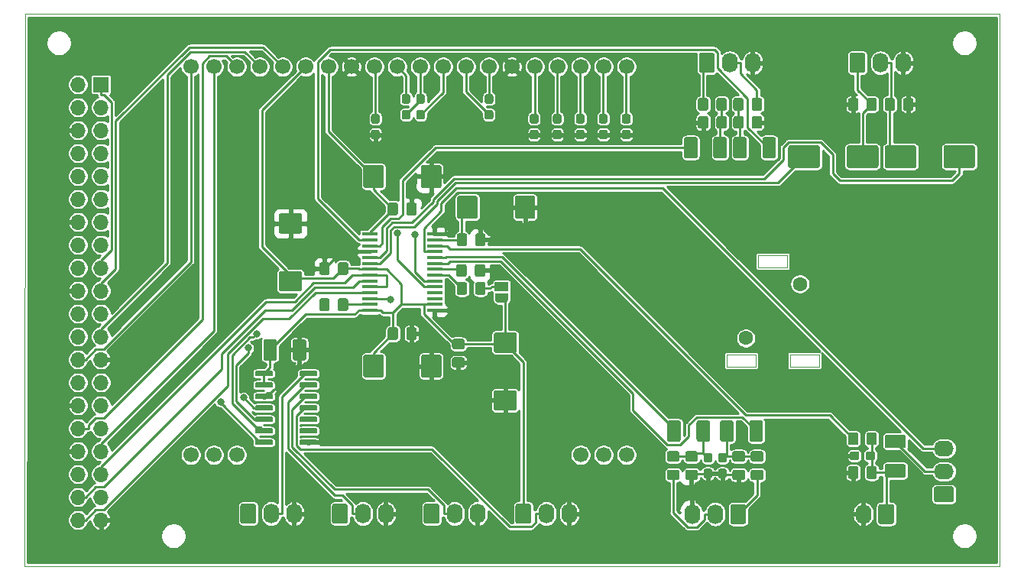
<source format=gbr>
%TF.GenerationSoftware,KiCad,Pcbnew,(5.1.5-0-10_14)*%
%TF.CreationDate,2020-02-25T17:23:16+00:00*%
%TF.ProjectId,Hardware,48617264-7761-4726-952e-6b696361645f,rev?*%
%TF.SameCoordinates,Original*%
%TF.FileFunction,Copper,L2,Bot*%
%TF.FilePolarity,Positive*%
%FSLAX46Y46*%
G04 Gerber Fmt 4.6, Leading zero omitted, Abs format (unit mm)*
G04 Created by KiCad (PCBNEW (5.1.5-0-10_14)) date 2020-02-25 17:23:16*
%MOMM*%
%LPD*%
G04 APERTURE LIST*
%ADD10C,0.050000*%
%ADD11C,1.700000*%
%ADD12C,0.150000*%
%ADD13O,1.740000X2.200000*%
%ADD14R,1.500000X1.000000*%
%ADD15O,2.200000X1.740000*%
%ADD16C,1.600000*%
%ADD17R,1.750000X0.450000*%
%ADD18R,1.700000X1.700000*%
%ADD19O,1.700000X1.700000*%
%ADD20C,0.800000*%
%ADD21C,0.250000*%
%ADD22C,0.254000*%
G04 APERTURE END LIST*
D10*
X152450000Y-52700000D02*
X152450000Y-54100000D01*
X152450000Y-54100000D02*
X149250000Y-54100000D01*
X149250000Y-54100000D02*
X149250000Y-52700000D01*
X149250000Y-52700000D02*
X152450000Y-52700000D01*
X152750000Y-65100000D02*
X152750000Y-63700000D01*
X155950000Y-65100000D02*
X152750000Y-65100000D01*
X155950000Y-63700000D02*
X155950000Y-65100000D01*
X152750000Y-63700000D02*
X155950000Y-63700000D01*
X145750000Y-65100000D02*
X145750000Y-63700000D01*
X148950000Y-65100000D02*
X145750000Y-65100000D01*
X148950000Y-63700000D02*
X148950000Y-65100000D01*
X145750000Y-63700000D02*
X148950000Y-63700000D01*
X68000000Y-26000000D02*
X67950000Y-87150000D01*
X176000000Y-26000000D02*
X68000000Y-26000000D01*
X175950000Y-87150000D02*
X176000000Y-26000000D01*
X67950000Y-87150000D02*
X175950000Y-87150000D01*
D11*
X86360000Y-31840000D03*
X132080000Y-74840000D03*
X134620000Y-74840000D03*
X86360000Y-74840000D03*
X88900000Y-74840000D03*
X91440000Y-74840000D03*
X129540000Y-74840000D03*
X88900000Y-31840000D03*
X91440000Y-31840000D03*
X93980000Y-31840000D03*
X96520000Y-31840000D03*
X99060000Y-31840000D03*
X101600000Y-31840000D03*
X104140000Y-31840000D03*
X106680000Y-31840000D03*
X109220000Y-31840000D03*
X111760000Y-31840000D03*
X114300000Y-31840000D03*
X116840000Y-31840000D03*
X119380000Y-31840000D03*
X121920000Y-31840000D03*
X124460000Y-31840000D03*
X127000000Y-31840000D03*
X129540000Y-31840000D03*
X132080000Y-31840000D03*
X134620000Y-31840000D03*
%TA.AperFunction,SMDPad,CuDef*%
D12*
G36*
X145519505Y-37301204D02*
G01*
X145543773Y-37304804D01*
X145567572Y-37310765D01*
X145590671Y-37319030D01*
X145612850Y-37329520D01*
X145633893Y-37342132D01*
X145653599Y-37356747D01*
X145671777Y-37373223D01*
X145688253Y-37391401D01*
X145702868Y-37411107D01*
X145715480Y-37432150D01*
X145725970Y-37454329D01*
X145734235Y-37477428D01*
X145740196Y-37501227D01*
X145743796Y-37525495D01*
X145745000Y-37549999D01*
X145745000Y-38450001D01*
X145743796Y-38474505D01*
X145740196Y-38498773D01*
X145734235Y-38522572D01*
X145725970Y-38545671D01*
X145715480Y-38567850D01*
X145702868Y-38588893D01*
X145688253Y-38608599D01*
X145671777Y-38626777D01*
X145653599Y-38643253D01*
X145633893Y-38657868D01*
X145612850Y-38670480D01*
X145590671Y-38680970D01*
X145567572Y-38689235D01*
X145543773Y-38695196D01*
X145519505Y-38698796D01*
X145495001Y-38700000D01*
X144844999Y-38700000D01*
X144820495Y-38698796D01*
X144796227Y-38695196D01*
X144772428Y-38689235D01*
X144749329Y-38680970D01*
X144727150Y-38670480D01*
X144706107Y-38657868D01*
X144686401Y-38643253D01*
X144668223Y-38626777D01*
X144651747Y-38608599D01*
X144637132Y-38588893D01*
X144624520Y-38567850D01*
X144614030Y-38545671D01*
X144605765Y-38522572D01*
X144599804Y-38498773D01*
X144596204Y-38474505D01*
X144595000Y-38450001D01*
X144595000Y-37549999D01*
X144596204Y-37525495D01*
X144599804Y-37501227D01*
X144605765Y-37477428D01*
X144614030Y-37454329D01*
X144624520Y-37432150D01*
X144637132Y-37411107D01*
X144651747Y-37391401D01*
X144668223Y-37373223D01*
X144686401Y-37356747D01*
X144706107Y-37342132D01*
X144727150Y-37329520D01*
X144749329Y-37319030D01*
X144772428Y-37310765D01*
X144796227Y-37304804D01*
X144820495Y-37301204D01*
X144844999Y-37300000D01*
X145495001Y-37300000D01*
X145519505Y-37301204D01*
G37*
%TD.AperFunction*%
%TA.AperFunction,SMDPad,CuDef*%
G36*
X143469505Y-37301204D02*
G01*
X143493773Y-37304804D01*
X143517572Y-37310765D01*
X143540671Y-37319030D01*
X143562850Y-37329520D01*
X143583893Y-37342132D01*
X143603599Y-37356747D01*
X143621777Y-37373223D01*
X143638253Y-37391401D01*
X143652868Y-37411107D01*
X143665480Y-37432150D01*
X143675970Y-37454329D01*
X143684235Y-37477428D01*
X143690196Y-37501227D01*
X143693796Y-37525495D01*
X143695000Y-37549999D01*
X143695000Y-38450001D01*
X143693796Y-38474505D01*
X143690196Y-38498773D01*
X143684235Y-38522572D01*
X143675970Y-38545671D01*
X143665480Y-38567850D01*
X143652868Y-38588893D01*
X143638253Y-38608599D01*
X143621777Y-38626777D01*
X143603599Y-38643253D01*
X143583893Y-38657868D01*
X143562850Y-38670480D01*
X143540671Y-38680970D01*
X143517572Y-38689235D01*
X143493773Y-38695196D01*
X143469505Y-38698796D01*
X143445001Y-38700000D01*
X142794999Y-38700000D01*
X142770495Y-38698796D01*
X142746227Y-38695196D01*
X142722428Y-38689235D01*
X142699329Y-38680970D01*
X142677150Y-38670480D01*
X142656107Y-38657868D01*
X142636401Y-38643253D01*
X142618223Y-38626777D01*
X142601747Y-38608599D01*
X142587132Y-38588893D01*
X142574520Y-38567850D01*
X142564030Y-38545671D01*
X142555765Y-38522572D01*
X142549804Y-38498773D01*
X142546204Y-38474505D01*
X142545000Y-38450001D01*
X142545000Y-37549999D01*
X142546204Y-37525495D01*
X142549804Y-37501227D01*
X142555765Y-37477428D01*
X142564030Y-37454329D01*
X142574520Y-37432150D01*
X142587132Y-37411107D01*
X142601747Y-37391401D01*
X142618223Y-37373223D01*
X142636401Y-37356747D01*
X142656107Y-37342132D01*
X142677150Y-37329520D01*
X142699329Y-37319030D01*
X142722428Y-37310765D01*
X142746227Y-37304804D01*
X142770495Y-37301204D01*
X142794999Y-37300000D01*
X143445001Y-37300000D01*
X143469505Y-37301204D01*
G37*
%TD.AperFunction*%
%TA.AperFunction,SMDPad,CuDef*%
G36*
X113899505Y-63726204D02*
G01*
X113923773Y-63729804D01*
X113947572Y-63735765D01*
X113970671Y-63744030D01*
X113992850Y-63754520D01*
X114013893Y-63767132D01*
X114033599Y-63781747D01*
X114051777Y-63798223D01*
X114068253Y-63816401D01*
X114082868Y-63836107D01*
X114095480Y-63857150D01*
X114105970Y-63879329D01*
X114114235Y-63902428D01*
X114120196Y-63926227D01*
X114123796Y-63950495D01*
X114125000Y-63974999D01*
X114125000Y-66025001D01*
X114123796Y-66049505D01*
X114120196Y-66073773D01*
X114114235Y-66097572D01*
X114105970Y-66120671D01*
X114095480Y-66142850D01*
X114082868Y-66163893D01*
X114068253Y-66183599D01*
X114051777Y-66201777D01*
X114033599Y-66218253D01*
X114013893Y-66232868D01*
X113992850Y-66245480D01*
X113970671Y-66255970D01*
X113947572Y-66264235D01*
X113923773Y-66270196D01*
X113899505Y-66273796D01*
X113875001Y-66275000D01*
X112124999Y-66275000D01*
X112100495Y-66273796D01*
X112076227Y-66270196D01*
X112052428Y-66264235D01*
X112029329Y-66255970D01*
X112007150Y-66245480D01*
X111986107Y-66232868D01*
X111966401Y-66218253D01*
X111948223Y-66201777D01*
X111931747Y-66183599D01*
X111917132Y-66163893D01*
X111904520Y-66142850D01*
X111894030Y-66120671D01*
X111885765Y-66097572D01*
X111879804Y-66073773D01*
X111876204Y-66049505D01*
X111875000Y-66025001D01*
X111875000Y-63974999D01*
X111876204Y-63950495D01*
X111879804Y-63926227D01*
X111885765Y-63902428D01*
X111894030Y-63879329D01*
X111904520Y-63857150D01*
X111917132Y-63836107D01*
X111931747Y-63816401D01*
X111948223Y-63798223D01*
X111966401Y-63781747D01*
X111986107Y-63767132D01*
X112007150Y-63754520D01*
X112029329Y-63744030D01*
X112052428Y-63735765D01*
X112076227Y-63729804D01*
X112100495Y-63726204D01*
X112124999Y-63725000D01*
X113875001Y-63725000D01*
X113899505Y-63726204D01*
G37*
%TD.AperFunction*%
%TA.AperFunction,SMDPad,CuDef*%
G36*
X107499505Y-63726204D02*
G01*
X107523773Y-63729804D01*
X107547572Y-63735765D01*
X107570671Y-63744030D01*
X107592850Y-63754520D01*
X107613893Y-63767132D01*
X107633599Y-63781747D01*
X107651777Y-63798223D01*
X107668253Y-63816401D01*
X107682868Y-63836107D01*
X107695480Y-63857150D01*
X107705970Y-63879329D01*
X107714235Y-63902428D01*
X107720196Y-63926227D01*
X107723796Y-63950495D01*
X107725000Y-63974999D01*
X107725000Y-66025001D01*
X107723796Y-66049505D01*
X107720196Y-66073773D01*
X107714235Y-66097572D01*
X107705970Y-66120671D01*
X107695480Y-66142850D01*
X107682868Y-66163893D01*
X107668253Y-66183599D01*
X107651777Y-66201777D01*
X107633599Y-66218253D01*
X107613893Y-66232868D01*
X107592850Y-66245480D01*
X107570671Y-66255970D01*
X107547572Y-66264235D01*
X107523773Y-66270196D01*
X107499505Y-66273796D01*
X107475001Y-66275000D01*
X105724999Y-66275000D01*
X105700495Y-66273796D01*
X105676227Y-66270196D01*
X105652428Y-66264235D01*
X105629329Y-66255970D01*
X105607150Y-66245480D01*
X105586107Y-66232868D01*
X105566401Y-66218253D01*
X105548223Y-66201777D01*
X105531747Y-66183599D01*
X105517132Y-66163893D01*
X105504520Y-66142850D01*
X105494030Y-66120671D01*
X105485765Y-66097572D01*
X105479804Y-66073773D01*
X105476204Y-66049505D01*
X105475000Y-66025001D01*
X105475000Y-63974999D01*
X105476204Y-63950495D01*
X105479804Y-63926227D01*
X105485765Y-63902428D01*
X105494030Y-63879329D01*
X105504520Y-63857150D01*
X105517132Y-63836107D01*
X105531747Y-63816401D01*
X105548223Y-63798223D01*
X105566401Y-63781747D01*
X105586107Y-63767132D01*
X105607150Y-63754520D01*
X105629329Y-63744030D01*
X105652428Y-63735765D01*
X105676227Y-63729804D01*
X105700495Y-63726204D01*
X105724999Y-63725000D01*
X107475001Y-63725000D01*
X107499505Y-63726204D01*
G37*
%TD.AperFunction*%
%TA.AperFunction,SMDPad,CuDef*%
G36*
X109104505Y-60701204D02*
G01*
X109128773Y-60704804D01*
X109152572Y-60710765D01*
X109175671Y-60719030D01*
X109197850Y-60729520D01*
X109218893Y-60742132D01*
X109238599Y-60756747D01*
X109256777Y-60773223D01*
X109273253Y-60791401D01*
X109287868Y-60811107D01*
X109300480Y-60832150D01*
X109310970Y-60854329D01*
X109319235Y-60877428D01*
X109325196Y-60901227D01*
X109328796Y-60925495D01*
X109330000Y-60949999D01*
X109330000Y-61850001D01*
X109328796Y-61874505D01*
X109325196Y-61898773D01*
X109319235Y-61922572D01*
X109310970Y-61945671D01*
X109300480Y-61967850D01*
X109287868Y-61988893D01*
X109273253Y-62008599D01*
X109256777Y-62026777D01*
X109238599Y-62043253D01*
X109218893Y-62057868D01*
X109197850Y-62070480D01*
X109175671Y-62080970D01*
X109152572Y-62089235D01*
X109128773Y-62095196D01*
X109104505Y-62098796D01*
X109080001Y-62100000D01*
X108429999Y-62100000D01*
X108405495Y-62098796D01*
X108381227Y-62095196D01*
X108357428Y-62089235D01*
X108334329Y-62080970D01*
X108312150Y-62070480D01*
X108291107Y-62057868D01*
X108271401Y-62043253D01*
X108253223Y-62026777D01*
X108236747Y-62008599D01*
X108222132Y-61988893D01*
X108209520Y-61967850D01*
X108199030Y-61945671D01*
X108190765Y-61922572D01*
X108184804Y-61898773D01*
X108181204Y-61874505D01*
X108180000Y-61850001D01*
X108180000Y-60949999D01*
X108181204Y-60925495D01*
X108184804Y-60901227D01*
X108190765Y-60877428D01*
X108199030Y-60854329D01*
X108209520Y-60832150D01*
X108222132Y-60811107D01*
X108236747Y-60791401D01*
X108253223Y-60773223D01*
X108271401Y-60756747D01*
X108291107Y-60742132D01*
X108312150Y-60729520D01*
X108334329Y-60719030D01*
X108357428Y-60710765D01*
X108381227Y-60704804D01*
X108405495Y-60701204D01*
X108429999Y-60700000D01*
X109080001Y-60700000D01*
X109104505Y-60701204D01*
G37*
%TD.AperFunction*%
%TA.AperFunction,SMDPad,CuDef*%
G36*
X111154505Y-60701204D02*
G01*
X111178773Y-60704804D01*
X111202572Y-60710765D01*
X111225671Y-60719030D01*
X111247850Y-60729520D01*
X111268893Y-60742132D01*
X111288599Y-60756747D01*
X111306777Y-60773223D01*
X111323253Y-60791401D01*
X111337868Y-60811107D01*
X111350480Y-60832150D01*
X111360970Y-60854329D01*
X111369235Y-60877428D01*
X111375196Y-60901227D01*
X111378796Y-60925495D01*
X111380000Y-60949999D01*
X111380000Y-61850001D01*
X111378796Y-61874505D01*
X111375196Y-61898773D01*
X111369235Y-61922572D01*
X111360970Y-61945671D01*
X111350480Y-61967850D01*
X111337868Y-61988893D01*
X111323253Y-62008599D01*
X111306777Y-62026777D01*
X111288599Y-62043253D01*
X111268893Y-62057868D01*
X111247850Y-62070480D01*
X111225671Y-62080970D01*
X111202572Y-62089235D01*
X111178773Y-62095196D01*
X111154505Y-62098796D01*
X111130001Y-62100000D01*
X110479999Y-62100000D01*
X110455495Y-62098796D01*
X110431227Y-62095196D01*
X110407428Y-62089235D01*
X110384329Y-62080970D01*
X110362150Y-62070480D01*
X110341107Y-62057868D01*
X110321401Y-62043253D01*
X110303223Y-62026777D01*
X110286747Y-62008599D01*
X110272132Y-61988893D01*
X110259520Y-61967850D01*
X110249030Y-61945671D01*
X110240765Y-61922572D01*
X110234804Y-61898773D01*
X110231204Y-61874505D01*
X110230000Y-61850001D01*
X110230000Y-60949999D01*
X110231204Y-60925495D01*
X110234804Y-60901227D01*
X110240765Y-60877428D01*
X110249030Y-60854329D01*
X110259520Y-60832150D01*
X110272132Y-60811107D01*
X110286747Y-60791401D01*
X110303223Y-60773223D01*
X110321401Y-60756747D01*
X110341107Y-60742132D01*
X110362150Y-60729520D01*
X110384329Y-60719030D01*
X110407428Y-60710765D01*
X110431227Y-60704804D01*
X110455495Y-60701204D01*
X110479999Y-60700000D01*
X111130001Y-60700000D01*
X111154505Y-60701204D01*
G37*
%TD.AperFunction*%
%TA.AperFunction,SMDPad,CuDef*%
G36*
X107060779Y-37076144D02*
G01*
X107083834Y-37079563D01*
X107106443Y-37085227D01*
X107128387Y-37093079D01*
X107149457Y-37103044D01*
X107169448Y-37115026D01*
X107188168Y-37128910D01*
X107205438Y-37144562D01*
X107221090Y-37161832D01*
X107234974Y-37180552D01*
X107246956Y-37200543D01*
X107256921Y-37221613D01*
X107264773Y-37243557D01*
X107270437Y-37266166D01*
X107273856Y-37289221D01*
X107275000Y-37312500D01*
X107275000Y-37887500D01*
X107273856Y-37910779D01*
X107270437Y-37933834D01*
X107264773Y-37956443D01*
X107256921Y-37978387D01*
X107246956Y-37999457D01*
X107234974Y-38019448D01*
X107221090Y-38038168D01*
X107205438Y-38055438D01*
X107188168Y-38071090D01*
X107169448Y-38084974D01*
X107149457Y-38096956D01*
X107128387Y-38106921D01*
X107106443Y-38114773D01*
X107083834Y-38120437D01*
X107060779Y-38123856D01*
X107037500Y-38125000D01*
X106562500Y-38125000D01*
X106539221Y-38123856D01*
X106516166Y-38120437D01*
X106493557Y-38114773D01*
X106471613Y-38106921D01*
X106450543Y-38096956D01*
X106430552Y-38084974D01*
X106411832Y-38071090D01*
X106394562Y-38055438D01*
X106378910Y-38038168D01*
X106365026Y-38019448D01*
X106353044Y-37999457D01*
X106343079Y-37978387D01*
X106335227Y-37956443D01*
X106329563Y-37933834D01*
X106326144Y-37910779D01*
X106325000Y-37887500D01*
X106325000Y-37312500D01*
X106326144Y-37289221D01*
X106329563Y-37266166D01*
X106335227Y-37243557D01*
X106343079Y-37221613D01*
X106353044Y-37200543D01*
X106365026Y-37180552D01*
X106378910Y-37161832D01*
X106394562Y-37144562D01*
X106411832Y-37128910D01*
X106430552Y-37115026D01*
X106450543Y-37103044D01*
X106471613Y-37093079D01*
X106493557Y-37085227D01*
X106516166Y-37079563D01*
X106539221Y-37076144D01*
X106562500Y-37075000D01*
X107037500Y-37075000D01*
X107060779Y-37076144D01*
G37*
%TD.AperFunction*%
%TA.AperFunction,SMDPad,CuDef*%
G36*
X107060779Y-38826144D02*
G01*
X107083834Y-38829563D01*
X107106443Y-38835227D01*
X107128387Y-38843079D01*
X107149457Y-38853044D01*
X107169448Y-38865026D01*
X107188168Y-38878910D01*
X107205438Y-38894562D01*
X107221090Y-38911832D01*
X107234974Y-38930552D01*
X107246956Y-38950543D01*
X107256921Y-38971613D01*
X107264773Y-38993557D01*
X107270437Y-39016166D01*
X107273856Y-39039221D01*
X107275000Y-39062500D01*
X107275000Y-39637500D01*
X107273856Y-39660779D01*
X107270437Y-39683834D01*
X107264773Y-39706443D01*
X107256921Y-39728387D01*
X107246956Y-39749457D01*
X107234974Y-39769448D01*
X107221090Y-39788168D01*
X107205438Y-39805438D01*
X107188168Y-39821090D01*
X107169448Y-39834974D01*
X107149457Y-39846956D01*
X107128387Y-39856921D01*
X107106443Y-39864773D01*
X107083834Y-39870437D01*
X107060779Y-39873856D01*
X107037500Y-39875000D01*
X106562500Y-39875000D01*
X106539221Y-39873856D01*
X106516166Y-39870437D01*
X106493557Y-39864773D01*
X106471613Y-39856921D01*
X106450543Y-39846956D01*
X106430552Y-39834974D01*
X106411832Y-39821090D01*
X106394562Y-39805438D01*
X106378910Y-39788168D01*
X106365026Y-39769448D01*
X106353044Y-39749457D01*
X106343079Y-39728387D01*
X106335227Y-39706443D01*
X106329563Y-39683834D01*
X106326144Y-39660779D01*
X106325000Y-39637500D01*
X106325000Y-39062500D01*
X106326144Y-39039221D01*
X106329563Y-39016166D01*
X106335227Y-38993557D01*
X106343079Y-38971613D01*
X106353044Y-38950543D01*
X106365026Y-38930552D01*
X106378910Y-38911832D01*
X106394562Y-38894562D01*
X106411832Y-38878910D01*
X106430552Y-38865026D01*
X106450543Y-38853044D01*
X106471613Y-38843079D01*
X106493557Y-38835227D01*
X106516166Y-38829563D01*
X106539221Y-38826144D01*
X106562500Y-38825000D01*
X107037500Y-38825000D01*
X107060779Y-38826144D01*
G37*
%TD.AperFunction*%
%TA.AperFunction,SMDPad,CuDef*%
G36*
X124660779Y-38826144D02*
G01*
X124683834Y-38829563D01*
X124706443Y-38835227D01*
X124728387Y-38843079D01*
X124749457Y-38853044D01*
X124769448Y-38865026D01*
X124788168Y-38878910D01*
X124805438Y-38894562D01*
X124821090Y-38911832D01*
X124834974Y-38930552D01*
X124846956Y-38950543D01*
X124856921Y-38971613D01*
X124864773Y-38993557D01*
X124870437Y-39016166D01*
X124873856Y-39039221D01*
X124875000Y-39062500D01*
X124875000Y-39637500D01*
X124873856Y-39660779D01*
X124870437Y-39683834D01*
X124864773Y-39706443D01*
X124856921Y-39728387D01*
X124846956Y-39749457D01*
X124834974Y-39769448D01*
X124821090Y-39788168D01*
X124805438Y-39805438D01*
X124788168Y-39821090D01*
X124769448Y-39834974D01*
X124749457Y-39846956D01*
X124728387Y-39856921D01*
X124706443Y-39864773D01*
X124683834Y-39870437D01*
X124660779Y-39873856D01*
X124637500Y-39875000D01*
X124162500Y-39875000D01*
X124139221Y-39873856D01*
X124116166Y-39870437D01*
X124093557Y-39864773D01*
X124071613Y-39856921D01*
X124050543Y-39846956D01*
X124030552Y-39834974D01*
X124011832Y-39821090D01*
X123994562Y-39805438D01*
X123978910Y-39788168D01*
X123965026Y-39769448D01*
X123953044Y-39749457D01*
X123943079Y-39728387D01*
X123935227Y-39706443D01*
X123929563Y-39683834D01*
X123926144Y-39660779D01*
X123925000Y-39637500D01*
X123925000Y-39062500D01*
X123926144Y-39039221D01*
X123929563Y-39016166D01*
X123935227Y-38993557D01*
X123943079Y-38971613D01*
X123953044Y-38950543D01*
X123965026Y-38930552D01*
X123978910Y-38911832D01*
X123994562Y-38894562D01*
X124011832Y-38878910D01*
X124030552Y-38865026D01*
X124050543Y-38853044D01*
X124071613Y-38843079D01*
X124093557Y-38835227D01*
X124116166Y-38829563D01*
X124139221Y-38826144D01*
X124162500Y-38825000D01*
X124637500Y-38825000D01*
X124660779Y-38826144D01*
G37*
%TD.AperFunction*%
%TA.AperFunction,SMDPad,CuDef*%
G36*
X124660779Y-37076144D02*
G01*
X124683834Y-37079563D01*
X124706443Y-37085227D01*
X124728387Y-37093079D01*
X124749457Y-37103044D01*
X124769448Y-37115026D01*
X124788168Y-37128910D01*
X124805438Y-37144562D01*
X124821090Y-37161832D01*
X124834974Y-37180552D01*
X124846956Y-37200543D01*
X124856921Y-37221613D01*
X124864773Y-37243557D01*
X124870437Y-37266166D01*
X124873856Y-37289221D01*
X124875000Y-37312500D01*
X124875000Y-37887500D01*
X124873856Y-37910779D01*
X124870437Y-37933834D01*
X124864773Y-37956443D01*
X124856921Y-37978387D01*
X124846956Y-37999457D01*
X124834974Y-38019448D01*
X124821090Y-38038168D01*
X124805438Y-38055438D01*
X124788168Y-38071090D01*
X124769448Y-38084974D01*
X124749457Y-38096956D01*
X124728387Y-38106921D01*
X124706443Y-38114773D01*
X124683834Y-38120437D01*
X124660779Y-38123856D01*
X124637500Y-38125000D01*
X124162500Y-38125000D01*
X124139221Y-38123856D01*
X124116166Y-38120437D01*
X124093557Y-38114773D01*
X124071613Y-38106921D01*
X124050543Y-38096956D01*
X124030552Y-38084974D01*
X124011832Y-38071090D01*
X123994562Y-38055438D01*
X123978910Y-38038168D01*
X123965026Y-38019448D01*
X123953044Y-37999457D01*
X123943079Y-37978387D01*
X123935227Y-37956443D01*
X123929563Y-37933834D01*
X123926144Y-37910779D01*
X123925000Y-37887500D01*
X123925000Y-37312500D01*
X123926144Y-37289221D01*
X123929563Y-37266166D01*
X123935227Y-37243557D01*
X123943079Y-37221613D01*
X123953044Y-37200543D01*
X123965026Y-37180552D01*
X123978910Y-37161832D01*
X123994562Y-37144562D01*
X124011832Y-37128910D01*
X124030552Y-37115026D01*
X124050543Y-37103044D01*
X124071613Y-37093079D01*
X124093557Y-37085227D01*
X124116166Y-37079563D01*
X124139221Y-37076144D01*
X124162500Y-37075000D01*
X124637500Y-37075000D01*
X124660779Y-37076144D01*
G37*
%TD.AperFunction*%
%TA.AperFunction,SMDPad,CuDef*%
G36*
X127210779Y-37076144D02*
G01*
X127233834Y-37079563D01*
X127256443Y-37085227D01*
X127278387Y-37093079D01*
X127299457Y-37103044D01*
X127319448Y-37115026D01*
X127338168Y-37128910D01*
X127355438Y-37144562D01*
X127371090Y-37161832D01*
X127384974Y-37180552D01*
X127396956Y-37200543D01*
X127406921Y-37221613D01*
X127414773Y-37243557D01*
X127420437Y-37266166D01*
X127423856Y-37289221D01*
X127425000Y-37312500D01*
X127425000Y-37887500D01*
X127423856Y-37910779D01*
X127420437Y-37933834D01*
X127414773Y-37956443D01*
X127406921Y-37978387D01*
X127396956Y-37999457D01*
X127384974Y-38019448D01*
X127371090Y-38038168D01*
X127355438Y-38055438D01*
X127338168Y-38071090D01*
X127319448Y-38084974D01*
X127299457Y-38096956D01*
X127278387Y-38106921D01*
X127256443Y-38114773D01*
X127233834Y-38120437D01*
X127210779Y-38123856D01*
X127187500Y-38125000D01*
X126712500Y-38125000D01*
X126689221Y-38123856D01*
X126666166Y-38120437D01*
X126643557Y-38114773D01*
X126621613Y-38106921D01*
X126600543Y-38096956D01*
X126580552Y-38084974D01*
X126561832Y-38071090D01*
X126544562Y-38055438D01*
X126528910Y-38038168D01*
X126515026Y-38019448D01*
X126503044Y-37999457D01*
X126493079Y-37978387D01*
X126485227Y-37956443D01*
X126479563Y-37933834D01*
X126476144Y-37910779D01*
X126475000Y-37887500D01*
X126475000Y-37312500D01*
X126476144Y-37289221D01*
X126479563Y-37266166D01*
X126485227Y-37243557D01*
X126493079Y-37221613D01*
X126503044Y-37200543D01*
X126515026Y-37180552D01*
X126528910Y-37161832D01*
X126544562Y-37144562D01*
X126561832Y-37128910D01*
X126580552Y-37115026D01*
X126600543Y-37103044D01*
X126621613Y-37093079D01*
X126643557Y-37085227D01*
X126666166Y-37079563D01*
X126689221Y-37076144D01*
X126712500Y-37075000D01*
X127187500Y-37075000D01*
X127210779Y-37076144D01*
G37*
%TD.AperFunction*%
%TA.AperFunction,SMDPad,CuDef*%
G36*
X127210779Y-38826144D02*
G01*
X127233834Y-38829563D01*
X127256443Y-38835227D01*
X127278387Y-38843079D01*
X127299457Y-38853044D01*
X127319448Y-38865026D01*
X127338168Y-38878910D01*
X127355438Y-38894562D01*
X127371090Y-38911832D01*
X127384974Y-38930552D01*
X127396956Y-38950543D01*
X127406921Y-38971613D01*
X127414773Y-38993557D01*
X127420437Y-39016166D01*
X127423856Y-39039221D01*
X127425000Y-39062500D01*
X127425000Y-39637500D01*
X127423856Y-39660779D01*
X127420437Y-39683834D01*
X127414773Y-39706443D01*
X127406921Y-39728387D01*
X127396956Y-39749457D01*
X127384974Y-39769448D01*
X127371090Y-39788168D01*
X127355438Y-39805438D01*
X127338168Y-39821090D01*
X127319448Y-39834974D01*
X127299457Y-39846956D01*
X127278387Y-39856921D01*
X127256443Y-39864773D01*
X127233834Y-39870437D01*
X127210779Y-39873856D01*
X127187500Y-39875000D01*
X126712500Y-39875000D01*
X126689221Y-39873856D01*
X126666166Y-39870437D01*
X126643557Y-39864773D01*
X126621613Y-39856921D01*
X126600543Y-39846956D01*
X126580552Y-39834974D01*
X126561832Y-39821090D01*
X126544562Y-39805438D01*
X126528910Y-39788168D01*
X126515026Y-39769448D01*
X126503044Y-39749457D01*
X126493079Y-39728387D01*
X126485227Y-39706443D01*
X126479563Y-39683834D01*
X126476144Y-39660779D01*
X126475000Y-39637500D01*
X126475000Y-39062500D01*
X126476144Y-39039221D01*
X126479563Y-39016166D01*
X126485227Y-38993557D01*
X126493079Y-38971613D01*
X126503044Y-38950543D01*
X126515026Y-38930552D01*
X126528910Y-38911832D01*
X126544562Y-38894562D01*
X126561832Y-38878910D01*
X126580552Y-38865026D01*
X126600543Y-38853044D01*
X126621613Y-38843079D01*
X126643557Y-38835227D01*
X126666166Y-38829563D01*
X126689221Y-38826144D01*
X126712500Y-38825000D01*
X127187500Y-38825000D01*
X127210779Y-38826144D01*
G37*
%TD.AperFunction*%
%TA.AperFunction,SMDPad,CuDef*%
G36*
X129760779Y-38826144D02*
G01*
X129783834Y-38829563D01*
X129806443Y-38835227D01*
X129828387Y-38843079D01*
X129849457Y-38853044D01*
X129869448Y-38865026D01*
X129888168Y-38878910D01*
X129905438Y-38894562D01*
X129921090Y-38911832D01*
X129934974Y-38930552D01*
X129946956Y-38950543D01*
X129956921Y-38971613D01*
X129964773Y-38993557D01*
X129970437Y-39016166D01*
X129973856Y-39039221D01*
X129975000Y-39062500D01*
X129975000Y-39637500D01*
X129973856Y-39660779D01*
X129970437Y-39683834D01*
X129964773Y-39706443D01*
X129956921Y-39728387D01*
X129946956Y-39749457D01*
X129934974Y-39769448D01*
X129921090Y-39788168D01*
X129905438Y-39805438D01*
X129888168Y-39821090D01*
X129869448Y-39834974D01*
X129849457Y-39846956D01*
X129828387Y-39856921D01*
X129806443Y-39864773D01*
X129783834Y-39870437D01*
X129760779Y-39873856D01*
X129737500Y-39875000D01*
X129262500Y-39875000D01*
X129239221Y-39873856D01*
X129216166Y-39870437D01*
X129193557Y-39864773D01*
X129171613Y-39856921D01*
X129150543Y-39846956D01*
X129130552Y-39834974D01*
X129111832Y-39821090D01*
X129094562Y-39805438D01*
X129078910Y-39788168D01*
X129065026Y-39769448D01*
X129053044Y-39749457D01*
X129043079Y-39728387D01*
X129035227Y-39706443D01*
X129029563Y-39683834D01*
X129026144Y-39660779D01*
X129025000Y-39637500D01*
X129025000Y-39062500D01*
X129026144Y-39039221D01*
X129029563Y-39016166D01*
X129035227Y-38993557D01*
X129043079Y-38971613D01*
X129053044Y-38950543D01*
X129065026Y-38930552D01*
X129078910Y-38911832D01*
X129094562Y-38894562D01*
X129111832Y-38878910D01*
X129130552Y-38865026D01*
X129150543Y-38853044D01*
X129171613Y-38843079D01*
X129193557Y-38835227D01*
X129216166Y-38829563D01*
X129239221Y-38826144D01*
X129262500Y-38825000D01*
X129737500Y-38825000D01*
X129760779Y-38826144D01*
G37*
%TD.AperFunction*%
%TA.AperFunction,SMDPad,CuDef*%
G36*
X129760779Y-37076144D02*
G01*
X129783834Y-37079563D01*
X129806443Y-37085227D01*
X129828387Y-37093079D01*
X129849457Y-37103044D01*
X129869448Y-37115026D01*
X129888168Y-37128910D01*
X129905438Y-37144562D01*
X129921090Y-37161832D01*
X129934974Y-37180552D01*
X129946956Y-37200543D01*
X129956921Y-37221613D01*
X129964773Y-37243557D01*
X129970437Y-37266166D01*
X129973856Y-37289221D01*
X129975000Y-37312500D01*
X129975000Y-37887500D01*
X129973856Y-37910779D01*
X129970437Y-37933834D01*
X129964773Y-37956443D01*
X129956921Y-37978387D01*
X129946956Y-37999457D01*
X129934974Y-38019448D01*
X129921090Y-38038168D01*
X129905438Y-38055438D01*
X129888168Y-38071090D01*
X129869448Y-38084974D01*
X129849457Y-38096956D01*
X129828387Y-38106921D01*
X129806443Y-38114773D01*
X129783834Y-38120437D01*
X129760779Y-38123856D01*
X129737500Y-38125000D01*
X129262500Y-38125000D01*
X129239221Y-38123856D01*
X129216166Y-38120437D01*
X129193557Y-38114773D01*
X129171613Y-38106921D01*
X129150543Y-38096956D01*
X129130552Y-38084974D01*
X129111832Y-38071090D01*
X129094562Y-38055438D01*
X129078910Y-38038168D01*
X129065026Y-38019448D01*
X129053044Y-37999457D01*
X129043079Y-37978387D01*
X129035227Y-37956443D01*
X129029563Y-37933834D01*
X129026144Y-37910779D01*
X129025000Y-37887500D01*
X129025000Y-37312500D01*
X129026144Y-37289221D01*
X129029563Y-37266166D01*
X129035227Y-37243557D01*
X129043079Y-37221613D01*
X129053044Y-37200543D01*
X129065026Y-37180552D01*
X129078910Y-37161832D01*
X129094562Y-37144562D01*
X129111832Y-37128910D01*
X129130552Y-37115026D01*
X129150543Y-37103044D01*
X129171613Y-37093079D01*
X129193557Y-37085227D01*
X129216166Y-37079563D01*
X129239221Y-37076144D01*
X129262500Y-37075000D01*
X129737500Y-37075000D01*
X129760779Y-37076144D01*
G37*
%TD.AperFunction*%
%TA.AperFunction,SMDPad,CuDef*%
G36*
X132310779Y-37076144D02*
G01*
X132333834Y-37079563D01*
X132356443Y-37085227D01*
X132378387Y-37093079D01*
X132399457Y-37103044D01*
X132419448Y-37115026D01*
X132438168Y-37128910D01*
X132455438Y-37144562D01*
X132471090Y-37161832D01*
X132484974Y-37180552D01*
X132496956Y-37200543D01*
X132506921Y-37221613D01*
X132514773Y-37243557D01*
X132520437Y-37266166D01*
X132523856Y-37289221D01*
X132525000Y-37312500D01*
X132525000Y-37887500D01*
X132523856Y-37910779D01*
X132520437Y-37933834D01*
X132514773Y-37956443D01*
X132506921Y-37978387D01*
X132496956Y-37999457D01*
X132484974Y-38019448D01*
X132471090Y-38038168D01*
X132455438Y-38055438D01*
X132438168Y-38071090D01*
X132419448Y-38084974D01*
X132399457Y-38096956D01*
X132378387Y-38106921D01*
X132356443Y-38114773D01*
X132333834Y-38120437D01*
X132310779Y-38123856D01*
X132287500Y-38125000D01*
X131812500Y-38125000D01*
X131789221Y-38123856D01*
X131766166Y-38120437D01*
X131743557Y-38114773D01*
X131721613Y-38106921D01*
X131700543Y-38096956D01*
X131680552Y-38084974D01*
X131661832Y-38071090D01*
X131644562Y-38055438D01*
X131628910Y-38038168D01*
X131615026Y-38019448D01*
X131603044Y-37999457D01*
X131593079Y-37978387D01*
X131585227Y-37956443D01*
X131579563Y-37933834D01*
X131576144Y-37910779D01*
X131575000Y-37887500D01*
X131575000Y-37312500D01*
X131576144Y-37289221D01*
X131579563Y-37266166D01*
X131585227Y-37243557D01*
X131593079Y-37221613D01*
X131603044Y-37200543D01*
X131615026Y-37180552D01*
X131628910Y-37161832D01*
X131644562Y-37144562D01*
X131661832Y-37128910D01*
X131680552Y-37115026D01*
X131700543Y-37103044D01*
X131721613Y-37093079D01*
X131743557Y-37085227D01*
X131766166Y-37079563D01*
X131789221Y-37076144D01*
X131812500Y-37075000D01*
X132287500Y-37075000D01*
X132310779Y-37076144D01*
G37*
%TD.AperFunction*%
%TA.AperFunction,SMDPad,CuDef*%
G36*
X132310779Y-38826144D02*
G01*
X132333834Y-38829563D01*
X132356443Y-38835227D01*
X132378387Y-38843079D01*
X132399457Y-38853044D01*
X132419448Y-38865026D01*
X132438168Y-38878910D01*
X132455438Y-38894562D01*
X132471090Y-38911832D01*
X132484974Y-38930552D01*
X132496956Y-38950543D01*
X132506921Y-38971613D01*
X132514773Y-38993557D01*
X132520437Y-39016166D01*
X132523856Y-39039221D01*
X132525000Y-39062500D01*
X132525000Y-39637500D01*
X132523856Y-39660779D01*
X132520437Y-39683834D01*
X132514773Y-39706443D01*
X132506921Y-39728387D01*
X132496956Y-39749457D01*
X132484974Y-39769448D01*
X132471090Y-39788168D01*
X132455438Y-39805438D01*
X132438168Y-39821090D01*
X132419448Y-39834974D01*
X132399457Y-39846956D01*
X132378387Y-39856921D01*
X132356443Y-39864773D01*
X132333834Y-39870437D01*
X132310779Y-39873856D01*
X132287500Y-39875000D01*
X131812500Y-39875000D01*
X131789221Y-39873856D01*
X131766166Y-39870437D01*
X131743557Y-39864773D01*
X131721613Y-39856921D01*
X131700543Y-39846956D01*
X131680552Y-39834974D01*
X131661832Y-39821090D01*
X131644562Y-39805438D01*
X131628910Y-39788168D01*
X131615026Y-39769448D01*
X131603044Y-39749457D01*
X131593079Y-39728387D01*
X131585227Y-39706443D01*
X131579563Y-39683834D01*
X131576144Y-39660779D01*
X131575000Y-39637500D01*
X131575000Y-39062500D01*
X131576144Y-39039221D01*
X131579563Y-39016166D01*
X131585227Y-38993557D01*
X131593079Y-38971613D01*
X131603044Y-38950543D01*
X131615026Y-38930552D01*
X131628910Y-38911832D01*
X131644562Y-38894562D01*
X131661832Y-38878910D01*
X131680552Y-38865026D01*
X131700543Y-38853044D01*
X131721613Y-38843079D01*
X131743557Y-38835227D01*
X131766166Y-38829563D01*
X131789221Y-38826144D01*
X131812500Y-38825000D01*
X132287500Y-38825000D01*
X132310779Y-38826144D01*
G37*
%TD.AperFunction*%
%TA.AperFunction,SMDPad,CuDef*%
G36*
X134860779Y-38826144D02*
G01*
X134883834Y-38829563D01*
X134906443Y-38835227D01*
X134928387Y-38843079D01*
X134949457Y-38853044D01*
X134969448Y-38865026D01*
X134988168Y-38878910D01*
X135005438Y-38894562D01*
X135021090Y-38911832D01*
X135034974Y-38930552D01*
X135046956Y-38950543D01*
X135056921Y-38971613D01*
X135064773Y-38993557D01*
X135070437Y-39016166D01*
X135073856Y-39039221D01*
X135075000Y-39062500D01*
X135075000Y-39637500D01*
X135073856Y-39660779D01*
X135070437Y-39683834D01*
X135064773Y-39706443D01*
X135056921Y-39728387D01*
X135046956Y-39749457D01*
X135034974Y-39769448D01*
X135021090Y-39788168D01*
X135005438Y-39805438D01*
X134988168Y-39821090D01*
X134969448Y-39834974D01*
X134949457Y-39846956D01*
X134928387Y-39856921D01*
X134906443Y-39864773D01*
X134883834Y-39870437D01*
X134860779Y-39873856D01*
X134837500Y-39875000D01*
X134362500Y-39875000D01*
X134339221Y-39873856D01*
X134316166Y-39870437D01*
X134293557Y-39864773D01*
X134271613Y-39856921D01*
X134250543Y-39846956D01*
X134230552Y-39834974D01*
X134211832Y-39821090D01*
X134194562Y-39805438D01*
X134178910Y-39788168D01*
X134165026Y-39769448D01*
X134153044Y-39749457D01*
X134143079Y-39728387D01*
X134135227Y-39706443D01*
X134129563Y-39683834D01*
X134126144Y-39660779D01*
X134125000Y-39637500D01*
X134125000Y-39062500D01*
X134126144Y-39039221D01*
X134129563Y-39016166D01*
X134135227Y-38993557D01*
X134143079Y-38971613D01*
X134153044Y-38950543D01*
X134165026Y-38930552D01*
X134178910Y-38911832D01*
X134194562Y-38894562D01*
X134211832Y-38878910D01*
X134230552Y-38865026D01*
X134250543Y-38853044D01*
X134271613Y-38843079D01*
X134293557Y-38835227D01*
X134316166Y-38829563D01*
X134339221Y-38826144D01*
X134362500Y-38825000D01*
X134837500Y-38825000D01*
X134860779Y-38826144D01*
G37*
%TD.AperFunction*%
%TA.AperFunction,SMDPad,CuDef*%
G36*
X134860779Y-37076144D02*
G01*
X134883834Y-37079563D01*
X134906443Y-37085227D01*
X134928387Y-37093079D01*
X134949457Y-37103044D01*
X134969448Y-37115026D01*
X134988168Y-37128910D01*
X135005438Y-37144562D01*
X135021090Y-37161832D01*
X135034974Y-37180552D01*
X135046956Y-37200543D01*
X135056921Y-37221613D01*
X135064773Y-37243557D01*
X135070437Y-37266166D01*
X135073856Y-37289221D01*
X135075000Y-37312500D01*
X135075000Y-37887500D01*
X135073856Y-37910779D01*
X135070437Y-37933834D01*
X135064773Y-37956443D01*
X135056921Y-37978387D01*
X135046956Y-37999457D01*
X135034974Y-38019448D01*
X135021090Y-38038168D01*
X135005438Y-38055438D01*
X134988168Y-38071090D01*
X134969448Y-38084974D01*
X134949457Y-38096956D01*
X134928387Y-38106921D01*
X134906443Y-38114773D01*
X134883834Y-38120437D01*
X134860779Y-38123856D01*
X134837500Y-38125000D01*
X134362500Y-38125000D01*
X134339221Y-38123856D01*
X134316166Y-38120437D01*
X134293557Y-38114773D01*
X134271613Y-38106921D01*
X134250543Y-38096956D01*
X134230552Y-38084974D01*
X134211832Y-38071090D01*
X134194562Y-38055438D01*
X134178910Y-38038168D01*
X134165026Y-38019448D01*
X134153044Y-37999457D01*
X134143079Y-37978387D01*
X134135227Y-37956443D01*
X134129563Y-37933834D01*
X134126144Y-37910779D01*
X134125000Y-37887500D01*
X134125000Y-37312500D01*
X134126144Y-37289221D01*
X134129563Y-37266166D01*
X134135227Y-37243557D01*
X134143079Y-37221613D01*
X134153044Y-37200543D01*
X134165026Y-37180552D01*
X134178910Y-37161832D01*
X134194562Y-37144562D01*
X134211832Y-37128910D01*
X134230552Y-37115026D01*
X134250543Y-37103044D01*
X134271613Y-37093079D01*
X134293557Y-37085227D01*
X134316166Y-37079563D01*
X134339221Y-37076144D01*
X134362500Y-37075000D01*
X134837500Y-37075000D01*
X134860779Y-37076144D01*
G37*
%TD.AperFunction*%
%TA.AperFunction,SMDPad,CuDef*%
G36*
X119660779Y-36626144D02*
G01*
X119683834Y-36629563D01*
X119706443Y-36635227D01*
X119728387Y-36643079D01*
X119749457Y-36653044D01*
X119769448Y-36665026D01*
X119788168Y-36678910D01*
X119805438Y-36694562D01*
X119821090Y-36711832D01*
X119834974Y-36730552D01*
X119846956Y-36750543D01*
X119856921Y-36771613D01*
X119864773Y-36793557D01*
X119870437Y-36816166D01*
X119873856Y-36839221D01*
X119875000Y-36862500D01*
X119875000Y-37437500D01*
X119873856Y-37460779D01*
X119870437Y-37483834D01*
X119864773Y-37506443D01*
X119856921Y-37528387D01*
X119846956Y-37549457D01*
X119834974Y-37569448D01*
X119821090Y-37588168D01*
X119805438Y-37605438D01*
X119788168Y-37621090D01*
X119769448Y-37634974D01*
X119749457Y-37646956D01*
X119728387Y-37656921D01*
X119706443Y-37664773D01*
X119683834Y-37670437D01*
X119660779Y-37673856D01*
X119637500Y-37675000D01*
X119162500Y-37675000D01*
X119139221Y-37673856D01*
X119116166Y-37670437D01*
X119093557Y-37664773D01*
X119071613Y-37656921D01*
X119050543Y-37646956D01*
X119030552Y-37634974D01*
X119011832Y-37621090D01*
X118994562Y-37605438D01*
X118978910Y-37588168D01*
X118965026Y-37569448D01*
X118953044Y-37549457D01*
X118943079Y-37528387D01*
X118935227Y-37506443D01*
X118929563Y-37483834D01*
X118926144Y-37460779D01*
X118925000Y-37437500D01*
X118925000Y-36862500D01*
X118926144Y-36839221D01*
X118929563Y-36816166D01*
X118935227Y-36793557D01*
X118943079Y-36771613D01*
X118953044Y-36750543D01*
X118965026Y-36730552D01*
X118978910Y-36711832D01*
X118994562Y-36694562D01*
X119011832Y-36678910D01*
X119030552Y-36665026D01*
X119050543Y-36653044D01*
X119071613Y-36643079D01*
X119093557Y-36635227D01*
X119116166Y-36629563D01*
X119139221Y-36626144D01*
X119162500Y-36625000D01*
X119637500Y-36625000D01*
X119660779Y-36626144D01*
G37*
%TD.AperFunction*%
%TA.AperFunction,SMDPad,CuDef*%
G36*
X119660779Y-34876144D02*
G01*
X119683834Y-34879563D01*
X119706443Y-34885227D01*
X119728387Y-34893079D01*
X119749457Y-34903044D01*
X119769448Y-34915026D01*
X119788168Y-34928910D01*
X119805438Y-34944562D01*
X119821090Y-34961832D01*
X119834974Y-34980552D01*
X119846956Y-35000543D01*
X119856921Y-35021613D01*
X119864773Y-35043557D01*
X119870437Y-35066166D01*
X119873856Y-35089221D01*
X119875000Y-35112500D01*
X119875000Y-35687500D01*
X119873856Y-35710779D01*
X119870437Y-35733834D01*
X119864773Y-35756443D01*
X119856921Y-35778387D01*
X119846956Y-35799457D01*
X119834974Y-35819448D01*
X119821090Y-35838168D01*
X119805438Y-35855438D01*
X119788168Y-35871090D01*
X119769448Y-35884974D01*
X119749457Y-35896956D01*
X119728387Y-35906921D01*
X119706443Y-35914773D01*
X119683834Y-35920437D01*
X119660779Y-35923856D01*
X119637500Y-35925000D01*
X119162500Y-35925000D01*
X119139221Y-35923856D01*
X119116166Y-35920437D01*
X119093557Y-35914773D01*
X119071613Y-35906921D01*
X119050543Y-35896956D01*
X119030552Y-35884974D01*
X119011832Y-35871090D01*
X118994562Y-35855438D01*
X118978910Y-35838168D01*
X118965026Y-35819448D01*
X118953044Y-35799457D01*
X118943079Y-35778387D01*
X118935227Y-35756443D01*
X118929563Y-35733834D01*
X118926144Y-35710779D01*
X118925000Y-35687500D01*
X118925000Y-35112500D01*
X118926144Y-35089221D01*
X118929563Y-35066166D01*
X118935227Y-35043557D01*
X118943079Y-35021613D01*
X118953044Y-35000543D01*
X118965026Y-34980552D01*
X118978910Y-34961832D01*
X118994562Y-34944562D01*
X119011832Y-34928910D01*
X119030552Y-34915026D01*
X119050543Y-34903044D01*
X119071613Y-34893079D01*
X119093557Y-34885227D01*
X119116166Y-34879563D01*
X119139221Y-34876144D01*
X119162500Y-34875000D01*
X119637500Y-34875000D01*
X119660779Y-34876144D01*
G37*
%TD.AperFunction*%
%TA.AperFunction,SMDPad,CuDef*%
G36*
X95674504Y-62026204D02*
G01*
X95698773Y-62029804D01*
X95722571Y-62035765D01*
X95745671Y-62044030D01*
X95767849Y-62054520D01*
X95788893Y-62067133D01*
X95808598Y-62081747D01*
X95826777Y-62098223D01*
X95843253Y-62116402D01*
X95857867Y-62136107D01*
X95870480Y-62157151D01*
X95880970Y-62179329D01*
X95889235Y-62202429D01*
X95895196Y-62226227D01*
X95898796Y-62250496D01*
X95900000Y-62275000D01*
X95900000Y-64125000D01*
X95898796Y-64149504D01*
X95895196Y-64173773D01*
X95889235Y-64197571D01*
X95880970Y-64220671D01*
X95870480Y-64242849D01*
X95857867Y-64263893D01*
X95843253Y-64283598D01*
X95826777Y-64301777D01*
X95808598Y-64318253D01*
X95788893Y-64332867D01*
X95767849Y-64345480D01*
X95745671Y-64355970D01*
X95722571Y-64364235D01*
X95698773Y-64370196D01*
X95674504Y-64373796D01*
X95650000Y-64375000D01*
X94650000Y-64375000D01*
X94625496Y-64373796D01*
X94601227Y-64370196D01*
X94577429Y-64364235D01*
X94554329Y-64355970D01*
X94532151Y-64345480D01*
X94511107Y-64332867D01*
X94491402Y-64318253D01*
X94473223Y-64301777D01*
X94456747Y-64283598D01*
X94442133Y-64263893D01*
X94429520Y-64242849D01*
X94419030Y-64220671D01*
X94410765Y-64197571D01*
X94404804Y-64173773D01*
X94401204Y-64149504D01*
X94400000Y-64125000D01*
X94400000Y-62275000D01*
X94401204Y-62250496D01*
X94404804Y-62226227D01*
X94410765Y-62202429D01*
X94419030Y-62179329D01*
X94429520Y-62157151D01*
X94442133Y-62136107D01*
X94456747Y-62116402D01*
X94473223Y-62098223D01*
X94491402Y-62081747D01*
X94511107Y-62067133D01*
X94532151Y-62054520D01*
X94554329Y-62044030D01*
X94577429Y-62035765D01*
X94601227Y-62029804D01*
X94625496Y-62026204D01*
X94650000Y-62025000D01*
X95650000Y-62025000D01*
X95674504Y-62026204D01*
G37*
%TD.AperFunction*%
%TA.AperFunction,SMDPad,CuDef*%
G36*
X98924504Y-62026204D02*
G01*
X98948773Y-62029804D01*
X98972571Y-62035765D01*
X98995671Y-62044030D01*
X99017849Y-62054520D01*
X99038893Y-62067133D01*
X99058598Y-62081747D01*
X99076777Y-62098223D01*
X99093253Y-62116402D01*
X99107867Y-62136107D01*
X99120480Y-62157151D01*
X99130970Y-62179329D01*
X99139235Y-62202429D01*
X99145196Y-62226227D01*
X99148796Y-62250496D01*
X99150000Y-62275000D01*
X99150000Y-64125000D01*
X99148796Y-64149504D01*
X99145196Y-64173773D01*
X99139235Y-64197571D01*
X99130970Y-64220671D01*
X99120480Y-64242849D01*
X99107867Y-64263893D01*
X99093253Y-64283598D01*
X99076777Y-64301777D01*
X99058598Y-64318253D01*
X99038893Y-64332867D01*
X99017849Y-64345480D01*
X98995671Y-64355970D01*
X98972571Y-64364235D01*
X98948773Y-64370196D01*
X98924504Y-64373796D01*
X98900000Y-64375000D01*
X97900000Y-64375000D01*
X97875496Y-64373796D01*
X97851227Y-64370196D01*
X97827429Y-64364235D01*
X97804329Y-64355970D01*
X97782151Y-64345480D01*
X97761107Y-64332867D01*
X97741402Y-64318253D01*
X97723223Y-64301777D01*
X97706747Y-64283598D01*
X97692133Y-64263893D01*
X97679520Y-64242849D01*
X97669030Y-64220671D01*
X97660765Y-64197571D01*
X97654804Y-64173773D01*
X97651204Y-64149504D01*
X97650000Y-64125000D01*
X97650000Y-62275000D01*
X97651204Y-62250496D01*
X97654804Y-62226227D01*
X97660765Y-62202429D01*
X97669030Y-62179329D01*
X97679520Y-62157151D01*
X97692133Y-62136107D01*
X97706747Y-62116402D01*
X97723223Y-62098223D01*
X97741402Y-62081747D01*
X97761107Y-62067133D01*
X97782151Y-62054520D01*
X97804329Y-62044030D01*
X97827429Y-62035765D01*
X97851227Y-62029804D01*
X97875496Y-62026204D01*
X97900000Y-62025000D01*
X98900000Y-62025000D01*
X98924504Y-62026204D01*
G37*
%TD.AperFunction*%
%TA.AperFunction,SMDPad,CuDef*%
G36*
X110460779Y-34876144D02*
G01*
X110483834Y-34879563D01*
X110506443Y-34885227D01*
X110528387Y-34893079D01*
X110549457Y-34903044D01*
X110569448Y-34915026D01*
X110588168Y-34928910D01*
X110605438Y-34944562D01*
X110621090Y-34961832D01*
X110634974Y-34980552D01*
X110646956Y-35000543D01*
X110656921Y-35021613D01*
X110664773Y-35043557D01*
X110670437Y-35066166D01*
X110673856Y-35089221D01*
X110675000Y-35112500D01*
X110675000Y-35687500D01*
X110673856Y-35710779D01*
X110670437Y-35733834D01*
X110664773Y-35756443D01*
X110656921Y-35778387D01*
X110646956Y-35799457D01*
X110634974Y-35819448D01*
X110621090Y-35838168D01*
X110605438Y-35855438D01*
X110588168Y-35871090D01*
X110569448Y-35884974D01*
X110549457Y-35896956D01*
X110528387Y-35906921D01*
X110506443Y-35914773D01*
X110483834Y-35920437D01*
X110460779Y-35923856D01*
X110437500Y-35925000D01*
X109962500Y-35925000D01*
X109939221Y-35923856D01*
X109916166Y-35920437D01*
X109893557Y-35914773D01*
X109871613Y-35906921D01*
X109850543Y-35896956D01*
X109830552Y-35884974D01*
X109811832Y-35871090D01*
X109794562Y-35855438D01*
X109778910Y-35838168D01*
X109765026Y-35819448D01*
X109753044Y-35799457D01*
X109743079Y-35778387D01*
X109735227Y-35756443D01*
X109729563Y-35733834D01*
X109726144Y-35710779D01*
X109725000Y-35687500D01*
X109725000Y-35112500D01*
X109726144Y-35089221D01*
X109729563Y-35066166D01*
X109735227Y-35043557D01*
X109743079Y-35021613D01*
X109753044Y-35000543D01*
X109765026Y-34980552D01*
X109778910Y-34961832D01*
X109794562Y-34944562D01*
X109811832Y-34928910D01*
X109830552Y-34915026D01*
X109850543Y-34903044D01*
X109871613Y-34893079D01*
X109893557Y-34885227D01*
X109916166Y-34879563D01*
X109939221Y-34876144D01*
X109962500Y-34875000D01*
X110437500Y-34875000D01*
X110460779Y-34876144D01*
G37*
%TD.AperFunction*%
%TA.AperFunction,SMDPad,CuDef*%
G36*
X110460779Y-36626144D02*
G01*
X110483834Y-36629563D01*
X110506443Y-36635227D01*
X110528387Y-36643079D01*
X110549457Y-36653044D01*
X110569448Y-36665026D01*
X110588168Y-36678910D01*
X110605438Y-36694562D01*
X110621090Y-36711832D01*
X110634974Y-36730552D01*
X110646956Y-36750543D01*
X110656921Y-36771613D01*
X110664773Y-36793557D01*
X110670437Y-36816166D01*
X110673856Y-36839221D01*
X110675000Y-36862500D01*
X110675000Y-37437500D01*
X110673856Y-37460779D01*
X110670437Y-37483834D01*
X110664773Y-37506443D01*
X110656921Y-37528387D01*
X110646956Y-37549457D01*
X110634974Y-37569448D01*
X110621090Y-37588168D01*
X110605438Y-37605438D01*
X110588168Y-37621090D01*
X110569448Y-37634974D01*
X110549457Y-37646956D01*
X110528387Y-37656921D01*
X110506443Y-37664773D01*
X110483834Y-37670437D01*
X110460779Y-37673856D01*
X110437500Y-37675000D01*
X109962500Y-37675000D01*
X109939221Y-37673856D01*
X109916166Y-37670437D01*
X109893557Y-37664773D01*
X109871613Y-37656921D01*
X109850543Y-37646956D01*
X109830552Y-37634974D01*
X109811832Y-37621090D01*
X109794562Y-37605438D01*
X109778910Y-37588168D01*
X109765026Y-37569448D01*
X109753044Y-37549457D01*
X109743079Y-37528387D01*
X109735227Y-37506443D01*
X109729563Y-37483834D01*
X109726144Y-37460779D01*
X109725000Y-37437500D01*
X109725000Y-36862500D01*
X109726144Y-36839221D01*
X109729563Y-36816166D01*
X109735227Y-36793557D01*
X109743079Y-36771613D01*
X109753044Y-36750543D01*
X109765026Y-36730552D01*
X109778910Y-36711832D01*
X109794562Y-36694562D01*
X109811832Y-36678910D01*
X109830552Y-36665026D01*
X109850543Y-36653044D01*
X109871613Y-36643079D01*
X109893557Y-36635227D01*
X109916166Y-36629563D01*
X109939221Y-36626144D01*
X109962500Y-36625000D01*
X110437500Y-36625000D01*
X110460779Y-36626144D01*
G37*
%TD.AperFunction*%
%TA.AperFunction,SMDPad,CuDef*%
G36*
X112060779Y-36626144D02*
G01*
X112083834Y-36629563D01*
X112106443Y-36635227D01*
X112128387Y-36643079D01*
X112149457Y-36653044D01*
X112169448Y-36665026D01*
X112188168Y-36678910D01*
X112205438Y-36694562D01*
X112221090Y-36711832D01*
X112234974Y-36730552D01*
X112246956Y-36750543D01*
X112256921Y-36771613D01*
X112264773Y-36793557D01*
X112270437Y-36816166D01*
X112273856Y-36839221D01*
X112275000Y-36862500D01*
X112275000Y-37437500D01*
X112273856Y-37460779D01*
X112270437Y-37483834D01*
X112264773Y-37506443D01*
X112256921Y-37528387D01*
X112246956Y-37549457D01*
X112234974Y-37569448D01*
X112221090Y-37588168D01*
X112205438Y-37605438D01*
X112188168Y-37621090D01*
X112169448Y-37634974D01*
X112149457Y-37646956D01*
X112128387Y-37656921D01*
X112106443Y-37664773D01*
X112083834Y-37670437D01*
X112060779Y-37673856D01*
X112037500Y-37675000D01*
X111562500Y-37675000D01*
X111539221Y-37673856D01*
X111516166Y-37670437D01*
X111493557Y-37664773D01*
X111471613Y-37656921D01*
X111450543Y-37646956D01*
X111430552Y-37634974D01*
X111411832Y-37621090D01*
X111394562Y-37605438D01*
X111378910Y-37588168D01*
X111365026Y-37569448D01*
X111353044Y-37549457D01*
X111343079Y-37528387D01*
X111335227Y-37506443D01*
X111329563Y-37483834D01*
X111326144Y-37460779D01*
X111325000Y-37437500D01*
X111325000Y-36862500D01*
X111326144Y-36839221D01*
X111329563Y-36816166D01*
X111335227Y-36793557D01*
X111343079Y-36771613D01*
X111353044Y-36750543D01*
X111365026Y-36730552D01*
X111378910Y-36711832D01*
X111394562Y-36694562D01*
X111411832Y-36678910D01*
X111430552Y-36665026D01*
X111450543Y-36653044D01*
X111471613Y-36643079D01*
X111493557Y-36635227D01*
X111516166Y-36629563D01*
X111539221Y-36626144D01*
X111562500Y-36625000D01*
X112037500Y-36625000D01*
X112060779Y-36626144D01*
G37*
%TD.AperFunction*%
%TA.AperFunction,SMDPad,CuDef*%
G36*
X112060779Y-34876144D02*
G01*
X112083834Y-34879563D01*
X112106443Y-34885227D01*
X112128387Y-34893079D01*
X112149457Y-34903044D01*
X112169448Y-34915026D01*
X112188168Y-34928910D01*
X112205438Y-34944562D01*
X112221090Y-34961832D01*
X112234974Y-34980552D01*
X112246956Y-35000543D01*
X112256921Y-35021613D01*
X112264773Y-35043557D01*
X112270437Y-35066166D01*
X112273856Y-35089221D01*
X112275000Y-35112500D01*
X112275000Y-35687500D01*
X112273856Y-35710779D01*
X112270437Y-35733834D01*
X112264773Y-35756443D01*
X112256921Y-35778387D01*
X112246956Y-35799457D01*
X112234974Y-35819448D01*
X112221090Y-35838168D01*
X112205438Y-35855438D01*
X112188168Y-35871090D01*
X112169448Y-35884974D01*
X112149457Y-35896956D01*
X112128387Y-35906921D01*
X112106443Y-35914773D01*
X112083834Y-35920437D01*
X112060779Y-35923856D01*
X112037500Y-35925000D01*
X111562500Y-35925000D01*
X111539221Y-35923856D01*
X111516166Y-35920437D01*
X111493557Y-35914773D01*
X111471613Y-35906921D01*
X111450543Y-35896956D01*
X111430552Y-35884974D01*
X111411832Y-35871090D01*
X111394562Y-35855438D01*
X111378910Y-35838168D01*
X111365026Y-35819448D01*
X111353044Y-35799457D01*
X111343079Y-35778387D01*
X111335227Y-35756443D01*
X111329563Y-35733834D01*
X111326144Y-35710779D01*
X111325000Y-35687500D01*
X111325000Y-35112500D01*
X111326144Y-35089221D01*
X111329563Y-35066166D01*
X111335227Y-35043557D01*
X111343079Y-35021613D01*
X111353044Y-35000543D01*
X111365026Y-34980552D01*
X111378910Y-34961832D01*
X111394562Y-34944562D01*
X111411832Y-34928910D01*
X111430552Y-34915026D01*
X111450543Y-34903044D01*
X111471613Y-34893079D01*
X111493557Y-34885227D01*
X111516166Y-34879563D01*
X111539221Y-34876144D01*
X111562500Y-34875000D01*
X112037500Y-34875000D01*
X112060779Y-34876144D01*
G37*
%TD.AperFunction*%
%TA.AperFunction,SMDPad,CuDef*%
G36*
X160210779Y-74453644D02*
G01*
X160233834Y-74457063D01*
X160256443Y-74462727D01*
X160278387Y-74470579D01*
X160299457Y-74480544D01*
X160319448Y-74492526D01*
X160338168Y-74506410D01*
X160355438Y-74522062D01*
X160371090Y-74539332D01*
X160384974Y-74558052D01*
X160396956Y-74578043D01*
X160406921Y-74599113D01*
X160414773Y-74621057D01*
X160420437Y-74643666D01*
X160423856Y-74666721D01*
X160425000Y-74690000D01*
X160425000Y-75165000D01*
X160423856Y-75188279D01*
X160420437Y-75211334D01*
X160414773Y-75233943D01*
X160406921Y-75255887D01*
X160396956Y-75276957D01*
X160384974Y-75296948D01*
X160371090Y-75315668D01*
X160355438Y-75332938D01*
X160338168Y-75348590D01*
X160319448Y-75362474D01*
X160299457Y-75374456D01*
X160278387Y-75384421D01*
X160256443Y-75392273D01*
X160233834Y-75397937D01*
X160210779Y-75401356D01*
X160187500Y-75402500D01*
X159612500Y-75402500D01*
X159589221Y-75401356D01*
X159566166Y-75397937D01*
X159543557Y-75392273D01*
X159521613Y-75384421D01*
X159500543Y-75374456D01*
X159480552Y-75362474D01*
X159461832Y-75348590D01*
X159444562Y-75332938D01*
X159428910Y-75315668D01*
X159415026Y-75296948D01*
X159403044Y-75276957D01*
X159393079Y-75255887D01*
X159385227Y-75233943D01*
X159379563Y-75211334D01*
X159376144Y-75188279D01*
X159375000Y-75165000D01*
X159375000Y-74690000D01*
X159376144Y-74666721D01*
X159379563Y-74643666D01*
X159385227Y-74621057D01*
X159393079Y-74599113D01*
X159403044Y-74578043D01*
X159415026Y-74558052D01*
X159428910Y-74539332D01*
X159444562Y-74522062D01*
X159461832Y-74506410D01*
X159480552Y-74492526D01*
X159500543Y-74480544D01*
X159521613Y-74470579D01*
X159543557Y-74462727D01*
X159566166Y-74457063D01*
X159589221Y-74453644D01*
X159612500Y-74452500D01*
X160187500Y-74452500D01*
X160210779Y-74453644D01*
G37*
%TD.AperFunction*%
%TA.AperFunction,SMDPad,CuDef*%
G36*
X161960779Y-74453644D02*
G01*
X161983834Y-74457063D01*
X162006443Y-74462727D01*
X162028387Y-74470579D01*
X162049457Y-74480544D01*
X162069448Y-74492526D01*
X162088168Y-74506410D01*
X162105438Y-74522062D01*
X162121090Y-74539332D01*
X162134974Y-74558052D01*
X162146956Y-74578043D01*
X162156921Y-74599113D01*
X162164773Y-74621057D01*
X162170437Y-74643666D01*
X162173856Y-74666721D01*
X162175000Y-74690000D01*
X162175000Y-75165000D01*
X162173856Y-75188279D01*
X162170437Y-75211334D01*
X162164773Y-75233943D01*
X162156921Y-75255887D01*
X162146956Y-75276957D01*
X162134974Y-75296948D01*
X162121090Y-75315668D01*
X162105438Y-75332938D01*
X162088168Y-75348590D01*
X162069448Y-75362474D01*
X162049457Y-75374456D01*
X162028387Y-75384421D01*
X162006443Y-75392273D01*
X161983834Y-75397937D01*
X161960779Y-75401356D01*
X161937500Y-75402500D01*
X161362500Y-75402500D01*
X161339221Y-75401356D01*
X161316166Y-75397937D01*
X161293557Y-75392273D01*
X161271613Y-75384421D01*
X161250543Y-75374456D01*
X161230552Y-75362474D01*
X161211832Y-75348590D01*
X161194562Y-75332938D01*
X161178910Y-75315668D01*
X161165026Y-75296948D01*
X161153044Y-75276957D01*
X161143079Y-75255887D01*
X161135227Y-75233943D01*
X161129563Y-75211334D01*
X161126144Y-75188279D01*
X161125000Y-75165000D01*
X161125000Y-74690000D01*
X161126144Y-74666721D01*
X161129563Y-74643666D01*
X161135227Y-74621057D01*
X161143079Y-74599113D01*
X161153044Y-74578043D01*
X161165026Y-74558052D01*
X161178910Y-74539332D01*
X161194562Y-74522062D01*
X161211832Y-74506410D01*
X161230552Y-74492526D01*
X161250543Y-74480544D01*
X161271613Y-74470579D01*
X161293557Y-74462727D01*
X161316166Y-74457063D01*
X161339221Y-74453644D01*
X161362500Y-74452500D01*
X161937500Y-74452500D01*
X161960779Y-74453644D01*
G37*
%TD.AperFunction*%
%TA.AperFunction,SMDPad,CuDef*%
G36*
X165349504Y-72601204D02*
G01*
X165373773Y-72604804D01*
X165397571Y-72610765D01*
X165420671Y-72619030D01*
X165442849Y-72629520D01*
X165463893Y-72642133D01*
X165483598Y-72656747D01*
X165501777Y-72673223D01*
X165518253Y-72691402D01*
X165532867Y-72711107D01*
X165545480Y-72732151D01*
X165555970Y-72754329D01*
X165564235Y-72777429D01*
X165570196Y-72801227D01*
X165573796Y-72825496D01*
X165575000Y-72850000D01*
X165575000Y-73850000D01*
X165573796Y-73874504D01*
X165570196Y-73898773D01*
X165564235Y-73922571D01*
X165555970Y-73945671D01*
X165545480Y-73967849D01*
X165532867Y-73988893D01*
X165518253Y-74008598D01*
X165501777Y-74026777D01*
X165483598Y-74043253D01*
X165463893Y-74057867D01*
X165442849Y-74070480D01*
X165420671Y-74080970D01*
X165397571Y-74089235D01*
X165373773Y-74095196D01*
X165349504Y-74098796D01*
X165325000Y-74100000D01*
X163475000Y-74100000D01*
X163450496Y-74098796D01*
X163426227Y-74095196D01*
X163402429Y-74089235D01*
X163379329Y-74080970D01*
X163357151Y-74070480D01*
X163336107Y-74057867D01*
X163316402Y-74043253D01*
X163298223Y-74026777D01*
X163281747Y-74008598D01*
X163267133Y-73988893D01*
X163254520Y-73967849D01*
X163244030Y-73945671D01*
X163235765Y-73922571D01*
X163229804Y-73898773D01*
X163226204Y-73874504D01*
X163225000Y-73850000D01*
X163225000Y-72850000D01*
X163226204Y-72825496D01*
X163229804Y-72801227D01*
X163235765Y-72777429D01*
X163244030Y-72754329D01*
X163254520Y-72732151D01*
X163267133Y-72711107D01*
X163281747Y-72691402D01*
X163298223Y-72673223D01*
X163316402Y-72656747D01*
X163336107Y-72642133D01*
X163357151Y-72629520D01*
X163379329Y-72619030D01*
X163402429Y-72610765D01*
X163426227Y-72604804D01*
X163450496Y-72601204D01*
X163475000Y-72600000D01*
X165325000Y-72600000D01*
X165349504Y-72601204D01*
G37*
%TD.AperFunction*%
%TA.AperFunction,SMDPad,CuDef*%
G36*
X165349504Y-75851204D02*
G01*
X165373773Y-75854804D01*
X165397571Y-75860765D01*
X165420671Y-75869030D01*
X165442849Y-75879520D01*
X165463893Y-75892133D01*
X165483598Y-75906747D01*
X165501777Y-75923223D01*
X165518253Y-75941402D01*
X165532867Y-75961107D01*
X165545480Y-75982151D01*
X165555970Y-76004329D01*
X165564235Y-76027429D01*
X165570196Y-76051227D01*
X165573796Y-76075496D01*
X165575000Y-76100000D01*
X165575000Y-77100000D01*
X165573796Y-77124504D01*
X165570196Y-77148773D01*
X165564235Y-77172571D01*
X165555970Y-77195671D01*
X165545480Y-77217849D01*
X165532867Y-77238893D01*
X165518253Y-77258598D01*
X165501777Y-77276777D01*
X165483598Y-77293253D01*
X165463893Y-77307867D01*
X165442849Y-77320480D01*
X165420671Y-77330970D01*
X165397571Y-77339235D01*
X165373773Y-77345196D01*
X165349504Y-77348796D01*
X165325000Y-77350000D01*
X163475000Y-77350000D01*
X163450496Y-77348796D01*
X163426227Y-77345196D01*
X163402429Y-77339235D01*
X163379329Y-77330970D01*
X163357151Y-77320480D01*
X163336107Y-77307867D01*
X163316402Y-77293253D01*
X163298223Y-77276777D01*
X163281747Y-77258598D01*
X163267133Y-77238893D01*
X163254520Y-77217849D01*
X163244030Y-77195671D01*
X163235765Y-77172571D01*
X163229804Y-77148773D01*
X163226204Y-77124504D01*
X163225000Y-77100000D01*
X163225000Y-76100000D01*
X163226204Y-76075496D01*
X163229804Y-76051227D01*
X163235765Y-76027429D01*
X163244030Y-76004329D01*
X163254520Y-75982151D01*
X163267133Y-75961107D01*
X163281747Y-75941402D01*
X163298223Y-75923223D01*
X163316402Y-75906747D01*
X163336107Y-75892133D01*
X163357151Y-75879520D01*
X163379329Y-75869030D01*
X163402429Y-75860765D01*
X163426227Y-75854804D01*
X163450496Y-75851204D01*
X163475000Y-75850000D01*
X165325000Y-75850000D01*
X165349504Y-75851204D01*
G37*
%TD.AperFunction*%
%TA.AperFunction,SMDPad,CuDef*%
G36*
X145505779Y-74626144D02*
G01*
X145528834Y-74629563D01*
X145551443Y-74635227D01*
X145573387Y-74643079D01*
X145594457Y-74653044D01*
X145614448Y-74665026D01*
X145633168Y-74678910D01*
X145650438Y-74694562D01*
X145666090Y-74711832D01*
X145679974Y-74730552D01*
X145691956Y-74750543D01*
X145701921Y-74771613D01*
X145709773Y-74793557D01*
X145715437Y-74816166D01*
X145718856Y-74839221D01*
X145720000Y-74862500D01*
X145720000Y-75437500D01*
X145718856Y-75460779D01*
X145715437Y-75483834D01*
X145709773Y-75506443D01*
X145701921Y-75528387D01*
X145691956Y-75549457D01*
X145679974Y-75569448D01*
X145666090Y-75588168D01*
X145650438Y-75605438D01*
X145633168Y-75621090D01*
X145614448Y-75634974D01*
X145594457Y-75646956D01*
X145573387Y-75656921D01*
X145551443Y-75664773D01*
X145528834Y-75670437D01*
X145505779Y-75673856D01*
X145482500Y-75675000D01*
X145007500Y-75675000D01*
X144984221Y-75673856D01*
X144961166Y-75670437D01*
X144938557Y-75664773D01*
X144916613Y-75656921D01*
X144895543Y-75646956D01*
X144875552Y-75634974D01*
X144856832Y-75621090D01*
X144839562Y-75605438D01*
X144823910Y-75588168D01*
X144810026Y-75569448D01*
X144798044Y-75549457D01*
X144788079Y-75528387D01*
X144780227Y-75506443D01*
X144774563Y-75483834D01*
X144771144Y-75460779D01*
X144770000Y-75437500D01*
X144770000Y-74862500D01*
X144771144Y-74839221D01*
X144774563Y-74816166D01*
X144780227Y-74793557D01*
X144788079Y-74771613D01*
X144798044Y-74750543D01*
X144810026Y-74730552D01*
X144823910Y-74711832D01*
X144839562Y-74694562D01*
X144856832Y-74678910D01*
X144875552Y-74665026D01*
X144895543Y-74653044D01*
X144916613Y-74643079D01*
X144938557Y-74635227D01*
X144961166Y-74629563D01*
X144984221Y-74626144D01*
X145007500Y-74625000D01*
X145482500Y-74625000D01*
X145505779Y-74626144D01*
G37*
%TD.AperFunction*%
%TA.AperFunction,SMDPad,CuDef*%
G36*
X145505779Y-76376144D02*
G01*
X145528834Y-76379563D01*
X145551443Y-76385227D01*
X145573387Y-76393079D01*
X145594457Y-76403044D01*
X145614448Y-76415026D01*
X145633168Y-76428910D01*
X145650438Y-76444562D01*
X145666090Y-76461832D01*
X145679974Y-76480552D01*
X145691956Y-76500543D01*
X145701921Y-76521613D01*
X145709773Y-76543557D01*
X145715437Y-76566166D01*
X145718856Y-76589221D01*
X145720000Y-76612500D01*
X145720000Y-77187500D01*
X145718856Y-77210779D01*
X145715437Y-77233834D01*
X145709773Y-77256443D01*
X145701921Y-77278387D01*
X145691956Y-77299457D01*
X145679974Y-77319448D01*
X145666090Y-77338168D01*
X145650438Y-77355438D01*
X145633168Y-77371090D01*
X145614448Y-77384974D01*
X145594457Y-77396956D01*
X145573387Y-77406921D01*
X145551443Y-77414773D01*
X145528834Y-77420437D01*
X145505779Y-77423856D01*
X145482500Y-77425000D01*
X145007500Y-77425000D01*
X144984221Y-77423856D01*
X144961166Y-77420437D01*
X144938557Y-77414773D01*
X144916613Y-77406921D01*
X144895543Y-77396956D01*
X144875552Y-77384974D01*
X144856832Y-77371090D01*
X144839562Y-77355438D01*
X144823910Y-77338168D01*
X144810026Y-77319448D01*
X144798044Y-77299457D01*
X144788079Y-77278387D01*
X144780227Y-77256443D01*
X144774563Y-77233834D01*
X144771144Y-77210779D01*
X144770000Y-77187500D01*
X144770000Y-76612500D01*
X144771144Y-76589221D01*
X144774563Y-76566166D01*
X144780227Y-76543557D01*
X144788079Y-76521613D01*
X144798044Y-76500543D01*
X144810026Y-76480552D01*
X144823910Y-76461832D01*
X144839562Y-76444562D01*
X144856832Y-76428910D01*
X144875552Y-76415026D01*
X144895543Y-76403044D01*
X144916613Y-76393079D01*
X144938557Y-76385227D01*
X144961166Y-76379563D01*
X144984221Y-76376144D01*
X145007500Y-76375000D01*
X145482500Y-76375000D01*
X145505779Y-76376144D01*
G37*
%TD.AperFunction*%
%TA.AperFunction,SMDPad,CuDef*%
G36*
X143910779Y-76376144D02*
G01*
X143933834Y-76379563D01*
X143956443Y-76385227D01*
X143978387Y-76393079D01*
X143999457Y-76403044D01*
X144019448Y-76415026D01*
X144038168Y-76428910D01*
X144055438Y-76444562D01*
X144071090Y-76461832D01*
X144084974Y-76480552D01*
X144096956Y-76500543D01*
X144106921Y-76521613D01*
X144114773Y-76543557D01*
X144120437Y-76566166D01*
X144123856Y-76589221D01*
X144125000Y-76612500D01*
X144125000Y-77187500D01*
X144123856Y-77210779D01*
X144120437Y-77233834D01*
X144114773Y-77256443D01*
X144106921Y-77278387D01*
X144096956Y-77299457D01*
X144084974Y-77319448D01*
X144071090Y-77338168D01*
X144055438Y-77355438D01*
X144038168Y-77371090D01*
X144019448Y-77384974D01*
X143999457Y-77396956D01*
X143978387Y-77406921D01*
X143956443Y-77414773D01*
X143933834Y-77420437D01*
X143910779Y-77423856D01*
X143887500Y-77425000D01*
X143412500Y-77425000D01*
X143389221Y-77423856D01*
X143366166Y-77420437D01*
X143343557Y-77414773D01*
X143321613Y-77406921D01*
X143300543Y-77396956D01*
X143280552Y-77384974D01*
X143261832Y-77371090D01*
X143244562Y-77355438D01*
X143228910Y-77338168D01*
X143215026Y-77319448D01*
X143203044Y-77299457D01*
X143193079Y-77278387D01*
X143185227Y-77256443D01*
X143179563Y-77233834D01*
X143176144Y-77210779D01*
X143175000Y-77187500D01*
X143175000Y-76612500D01*
X143176144Y-76589221D01*
X143179563Y-76566166D01*
X143185227Y-76543557D01*
X143193079Y-76521613D01*
X143203044Y-76500543D01*
X143215026Y-76480552D01*
X143228910Y-76461832D01*
X143244562Y-76444562D01*
X143261832Y-76428910D01*
X143280552Y-76415026D01*
X143300543Y-76403044D01*
X143321613Y-76393079D01*
X143343557Y-76385227D01*
X143366166Y-76379563D01*
X143389221Y-76376144D01*
X143412500Y-76375000D01*
X143887500Y-76375000D01*
X143910779Y-76376144D01*
G37*
%TD.AperFunction*%
%TA.AperFunction,SMDPad,CuDef*%
G36*
X143910779Y-74626144D02*
G01*
X143933834Y-74629563D01*
X143956443Y-74635227D01*
X143978387Y-74643079D01*
X143999457Y-74653044D01*
X144019448Y-74665026D01*
X144038168Y-74678910D01*
X144055438Y-74694562D01*
X144071090Y-74711832D01*
X144084974Y-74730552D01*
X144096956Y-74750543D01*
X144106921Y-74771613D01*
X144114773Y-74793557D01*
X144120437Y-74816166D01*
X144123856Y-74839221D01*
X144125000Y-74862500D01*
X144125000Y-75437500D01*
X144123856Y-75460779D01*
X144120437Y-75483834D01*
X144114773Y-75506443D01*
X144106921Y-75528387D01*
X144096956Y-75549457D01*
X144084974Y-75569448D01*
X144071090Y-75588168D01*
X144055438Y-75605438D01*
X144038168Y-75621090D01*
X144019448Y-75634974D01*
X143999457Y-75646956D01*
X143978387Y-75656921D01*
X143956443Y-75664773D01*
X143933834Y-75670437D01*
X143910779Y-75673856D01*
X143887500Y-75675000D01*
X143412500Y-75675000D01*
X143389221Y-75673856D01*
X143366166Y-75670437D01*
X143343557Y-75664773D01*
X143321613Y-75656921D01*
X143300543Y-75646956D01*
X143280552Y-75634974D01*
X143261832Y-75621090D01*
X143244562Y-75605438D01*
X143228910Y-75588168D01*
X143215026Y-75569448D01*
X143203044Y-75549457D01*
X143193079Y-75528387D01*
X143185227Y-75506443D01*
X143179563Y-75483834D01*
X143176144Y-75460779D01*
X143175000Y-75437500D01*
X143175000Y-74862500D01*
X143176144Y-74839221D01*
X143179563Y-74816166D01*
X143185227Y-74793557D01*
X143193079Y-74771613D01*
X143203044Y-74750543D01*
X143215026Y-74730552D01*
X143228910Y-74711832D01*
X143244562Y-74694562D01*
X143261832Y-74678910D01*
X143280552Y-74665026D01*
X143300543Y-74653044D01*
X143321613Y-74643079D01*
X143343557Y-74635227D01*
X143366166Y-74629563D01*
X143389221Y-74626144D01*
X143412500Y-74625000D01*
X143887500Y-74625000D01*
X143910779Y-74626144D01*
G37*
%TD.AperFunction*%
%TA.AperFunction,SMDPad,CuDef*%
G36*
X146274504Y-71026204D02*
G01*
X146298773Y-71029804D01*
X146322571Y-71035765D01*
X146345671Y-71044030D01*
X146367849Y-71054520D01*
X146388893Y-71067133D01*
X146408598Y-71081747D01*
X146426777Y-71098223D01*
X146443253Y-71116402D01*
X146457867Y-71136107D01*
X146470480Y-71157151D01*
X146480970Y-71179329D01*
X146489235Y-71202429D01*
X146495196Y-71226227D01*
X146498796Y-71250496D01*
X146500000Y-71275000D01*
X146500000Y-73125000D01*
X146498796Y-73149504D01*
X146495196Y-73173773D01*
X146489235Y-73197571D01*
X146480970Y-73220671D01*
X146470480Y-73242849D01*
X146457867Y-73263893D01*
X146443253Y-73283598D01*
X146426777Y-73301777D01*
X146408598Y-73318253D01*
X146388893Y-73332867D01*
X146367849Y-73345480D01*
X146345671Y-73355970D01*
X146322571Y-73364235D01*
X146298773Y-73370196D01*
X146274504Y-73373796D01*
X146250000Y-73375000D01*
X145250000Y-73375000D01*
X145225496Y-73373796D01*
X145201227Y-73370196D01*
X145177429Y-73364235D01*
X145154329Y-73355970D01*
X145132151Y-73345480D01*
X145111107Y-73332867D01*
X145091402Y-73318253D01*
X145073223Y-73301777D01*
X145056747Y-73283598D01*
X145042133Y-73263893D01*
X145029520Y-73242849D01*
X145019030Y-73220671D01*
X145010765Y-73197571D01*
X145004804Y-73173773D01*
X145001204Y-73149504D01*
X145000000Y-73125000D01*
X145000000Y-71275000D01*
X145001204Y-71250496D01*
X145004804Y-71226227D01*
X145010765Y-71202429D01*
X145019030Y-71179329D01*
X145029520Y-71157151D01*
X145042133Y-71136107D01*
X145056747Y-71116402D01*
X145073223Y-71098223D01*
X145091402Y-71081747D01*
X145111107Y-71067133D01*
X145132151Y-71054520D01*
X145154329Y-71044030D01*
X145177429Y-71035765D01*
X145201227Y-71029804D01*
X145225496Y-71026204D01*
X145250000Y-71025000D01*
X146250000Y-71025000D01*
X146274504Y-71026204D01*
G37*
%TD.AperFunction*%
%TA.AperFunction,SMDPad,CuDef*%
G36*
X149524504Y-71026204D02*
G01*
X149548773Y-71029804D01*
X149572571Y-71035765D01*
X149595671Y-71044030D01*
X149617849Y-71054520D01*
X149638893Y-71067133D01*
X149658598Y-71081747D01*
X149676777Y-71098223D01*
X149693253Y-71116402D01*
X149707867Y-71136107D01*
X149720480Y-71157151D01*
X149730970Y-71179329D01*
X149739235Y-71202429D01*
X149745196Y-71226227D01*
X149748796Y-71250496D01*
X149750000Y-71275000D01*
X149750000Y-73125000D01*
X149748796Y-73149504D01*
X149745196Y-73173773D01*
X149739235Y-73197571D01*
X149730970Y-73220671D01*
X149720480Y-73242849D01*
X149707867Y-73263893D01*
X149693253Y-73283598D01*
X149676777Y-73301777D01*
X149658598Y-73318253D01*
X149638893Y-73332867D01*
X149617849Y-73345480D01*
X149595671Y-73355970D01*
X149572571Y-73364235D01*
X149548773Y-73370196D01*
X149524504Y-73373796D01*
X149500000Y-73375000D01*
X148500000Y-73375000D01*
X148475496Y-73373796D01*
X148451227Y-73370196D01*
X148427429Y-73364235D01*
X148404329Y-73355970D01*
X148382151Y-73345480D01*
X148361107Y-73332867D01*
X148341402Y-73318253D01*
X148323223Y-73301777D01*
X148306747Y-73283598D01*
X148292133Y-73263893D01*
X148279520Y-73242849D01*
X148269030Y-73220671D01*
X148260765Y-73197571D01*
X148254804Y-73173773D01*
X148251204Y-73149504D01*
X148250000Y-73125000D01*
X148250000Y-71275000D01*
X148251204Y-71250496D01*
X148254804Y-71226227D01*
X148260765Y-71202429D01*
X148269030Y-71179329D01*
X148279520Y-71157151D01*
X148292133Y-71136107D01*
X148306747Y-71116402D01*
X148323223Y-71098223D01*
X148341402Y-71081747D01*
X148361107Y-71067133D01*
X148382151Y-71054520D01*
X148404329Y-71044030D01*
X148427429Y-71035765D01*
X148451227Y-71029804D01*
X148475496Y-71026204D01*
X148500000Y-71025000D01*
X149500000Y-71025000D01*
X149524504Y-71026204D01*
G37*
%TD.AperFunction*%
%TA.AperFunction,SMDPad,CuDef*%
G36*
X143669504Y-71026204D02*
G01*
X143693773Y-71029804D01*
X143717571Y-71035765D01*
X143740671Y-71044030D01*
X143762849Y-71054520D01*
X143783893Y-71067133D01*
X143803598Y-71081747D01*
X143821777Y-71098223D01*
X143838253Y-71116402D01*
X143852867Y-71136107D01*
X143865480Y-71157151D01*
X143875970Y-71179329D01*
X143884235Y-71202429D01*
X143890196Y-71226227D01*
X143893796Y-71250496D01*
X143895000Y-71275000D01*
X143895000Y-73125000D01*
X143893796Y-73149504D01*
X143890196Y-73173773D01*
X143884235Y-73197571D01*
X143875970Y-73220671D01*
X143865480Y-73242849D01*
X143852867Y-73263893D01*
X143838253Y-73283598D01*
X143821777Y-73301777D01*
X143803598Y-73318253D01*
X143783893Y-73332867D01*
X143762849Y-73345480D01*
X143740671Y-73355970D01*
X143717571Y-73364235D01*
X143693773Y-73370196D01*
X143669504Y-73373796D01*
X143645000Y-73375000D01*
X142645000Y-73375000D01*
X142620496Y-73373796D01*
X142596227Y-73370196D01*
X142572429Y-73364235D01*
X142549329Y-73355970D01*
X142527151Y-73345480D01*
X142506107Y-73332867D01*
X142486402Y-73318253D01*
X142468223Y-73301777D01*
X142451747Y-73283598D01*
X142437133Y-73263893D01*
X142424520Y-73242849D01*
X142414030Y-73220671D01*
X142405765Y-73197571D01*
X142399804Y-73173773D01*
X142396204Y-73149504D01*
X142395000Y-73125000D01*
X142395000Y-71275000D01*
X142396204Y-71250496D01*
X142399804Y-71226227D01*
X142405765Y-71202429D01*
X142414030Y-71179329D01*
X142424520Y-71157151D01*
X142437133Y-71136107D01*
X142451747Y-71116402D01*
X142468223Y-71098223D01*
X142486402Y-71081747D01*
X142506107Y-71067133D01*
X142527151Y-71054520D01*
X142549329Y-71044030D01*
X142572429Y-71035765D01*
X142596227Y-71029804D01*
X142620496Y-71026204D01*
X142645000Y-71025000D01*
X143645000Y-71025000D01*
X143669504Y-71026204D01*
G37*
%TD.AperFunction*%
%TA.AperFunction,SMDPad,CuDef*%
G36*
X140419504Y-71026204D02*
G01*
X140443773Y-71029804D01*
X140467571Y-71035765D01*
X140490671Y-71044030D01*
X140512849Y-71054520D01*
X140533893Y-71067133D01*
X140553598Y-71081747D01*
X140571777Y-71098223D01*
X140588253Y-71116402D01*
X140602867Y-71136107D01*
X140615480Y-71157151D01*
X140625970Y-71179329D01*
X140634235Y-71202429D01*
X140640196Y-71226227D01*
X140643796Y-71250496D01*
X140645000Y-71275000D01*
X140645000Y-73125000D01*
X140643796Y-73149504D01*
X140640196Y-73173773D01*
X140634235Y-73197571D01*
X140625970Y-73220671D01*
X140615480Y-73242849D01*
X140602867Y-73263893D01*
X140588253Y-73283598D01*
X140571777Y-73301777D01*
X140553598Y-73318253D01*
X140533893Y-73332867D01*
X140512849Y-73345480D01*
X140490671Y-73355970D01*
X140467571Y-73364235D01*
X140443773Y-73370196D01*
X140419504Y-73373796D01*
X140395000Y-73375000D01*
X139395000Y-73375000D01*
X139370496Y-73373796D01*
X139346227Y-73370196D01*
X139322429Y-73364235D01*
X139299329Y-73355970D01*
X139277151Y-73345480D01*
X139256107Y-73332867D01*
X139236402Y-73318253D01*
X139218223Y-73301777D01*
X139201747Y-73283598D01*
X139187133Y-73263893D01*
X139174520Y-73242849D01*
X139164030Y-73220671D01*
X139155765Y-73197571D01*
X139149804Y-73173773D01*
X139146204Y-73149504D01*
X139145000Y-73125000D01*
X139145000Y-71275000D01*
X139146204Y-71250496D01*
X139149804Y-71226227D01*
X139155765Y-71202429D01*
X139164030Y-71179329D01*
X139174520Y-71157151D01*
X139187133Y-71136107D01*
X139201747Y-71116402D01*
X139218223Y-71098223D01*
X139236402Y-71081747D01*
X139256107Y-71067133D01*
X139277151Y-71054520D01*
X139299329Y-71044030D01*
X139322429Y-71035765D01*
X139346227Y-71029804D01*
X139370496Y-71026204D01*
X139395000Y-71025000D01*
X140395000Y-71025000D01*
X140419504Y-71026204D01*
G37*
%TD.AperFunction*%
%TA.AperFunction,SMDPad,CuDef*%
G36*
X122249505Y-61276204D02*
G01*
X122273773Y-61279804D01*
X122297572Y-61285765D01*
X122320671Y-61294030D01*
X122342850Y-61304520D01*
X122363893Y-61317132D01*
X122383599Y-61331747D01*
X122401777Y-61348223D01*
X122418253Y-61366401D01*
X122432868Y-61386107D01*
X122445480Y-61407150D01*
X122455970Y-61429329D01*
X122464235Y-61452428D01*
X122470196Y-61476227D01*
X122473796Y-61500495D01*
X122475000Y-61524999D01*
X122475000Y-63275001D01*
X122473796Y-63299505D01*
X122470196Y-63323773D01*
X122464235Y-63347572D01*
X122455970Y-63370671D01*
X122445480Y-63392850D01*
X122432868Y-63413893D01*
X122418253Y-63433599D01*
X122401777Y-63451777D01*
X122383599Y-63468253D01*
X122363893Y-63482868D01*
X122342850Y-63495480D01*
X122320671Y-63505970D01*
X122297572Y-63514235D01*
X122273773Y-63520196D01*
X122249505Y-63523796D01*
X122225001Y-63525000D01*
X120174999Y-63525000D01*
X120150495Y-63523796D01*
X120126227Y-63520196D01*
X120102428Y-63514235D01*
X120079329Y-63505970D01*
X120057150Y-63495480D01*
X120036107Y-63482868D01*
X120016401Y-63468253D01*
X119998223Y-63451777D01*
X119981747Y-63433599D01*
X119967132Y-63413893D01*
X119954520Y-63392850D01*
X119944030Y-63370671D01*
X119935765Y-63347572D01*
X119929804Y-63323773D01*
X119926204Y-63299505D01*
X119925000Y-63275001D01*
X119925000Y-61524999D01*
X119926204Y-61500495D01*
X119929804Y-61476227D01*
X119935765Y-61452428D01*
X119944030Y-61429329D01*
X119954520Y-61407150D01*
X119967132Y-61386107D01*
X119981747Y-61366401D01*
X119998223Y-61348223D01*
X120016401Y-61331747D01*
X120036107Y-61317132D01*
X120057150Y-61304520D01*
X120079329Y-61294030D01*
X120102428Y-61285765D01*
X120126227Y-61279804D01*
X120150495Y-61276204D01*
X120174999Y-61275000D01*
X122225001Y-61275000D01*
X122249505Y-61276204D01*
G37*
%TD.AperFunction*%
%TA.AperFunction,SMDPad,CuDef*%
G36*
X122249505Y-67676204D02*
G01*
X122273773Y-67679804D01*
X122297572Y-67685765D01*
X122320671Y-67694030D01*
X122342850Y-67704520D01*
X122363893Y-67717132D01*
X122383599Y-67731747D01*
X122401777Y-67748223D01*
X122418253Y-67766401D01*
X122432868Y-67786107D01*
X122445480Y-67807150D01*
X122455970Y-67829329D01*
X122464235Y-67852428D01*
X122470196Y-67876227D01*
X122473796Y-67900495D01*
X122475000Y-67924999D01*
X122475000Y-69675001D01*
X122473796Y-69699505D01*
X122470196Y-69723773D01*
X122464235Y-69747572D01*
X122455970Y-69770671D01*
X122445480Y-69792850D01*
X122432868Y-69813893D01*
X122418253Y-69833599D01*
X122401777Y-69851777D01*
X122383599Y-69868253D01*
X122363893Y-69882868D01*
X122342850Y-69895480D01*
X122320671Y-69905970D01*
X122297572Y-69914235D01*
X122273773Y-69920196D01*
X122249505Y-69923796D01*
X122225001Y-69925000D01*
X120174999Y-69925000D01*
X120150495Y-69923796D01*
X120126227Y-69920196D01*
X120102428Y-69914235D01*
X120079329Y-69905970D01*
X120057150Y-69895480D01*
X120036107Y-69882868D01*
X120016401Y-69868253D01*
X119998223Y-69851777D01*
X119981747Y-69833599D01*
X119967132Y-69813893D01*
X119954520Y-69792850D01*
X119944030Y-69770671D01*
X119935765Y-69747572D01*
X119929804Y-69723773D01*
X119926204Y-69699505D01*
X119925000Y-69675001D01*
X119925000Y-67924999D01*
X119926204Y-67900495D01*
X119929804Y-67876227D01*
X119935765Y-67852428D01*
X119944030Y-67829329D01*
X119954520Y-67807150D01*
X119967132Y-67786107D01*
X119981747Y-67766401D01*
X119998223Y-67748223D01*
X120016401Y-67731747D01*
X120036107Y-67717132D01*
X120057150Y-67704520D01*
X120079329Y-67694030D01*
X120102428Y-67685765D01*
X120126227Y-67679804D01*
X120150495Y-67676204D01*
X120174999Y-67675000D01*
X122225001Y-67675000D01*
X122249505Y-67676204D01*
G37*
%TD.AperFunction*%
%TA.AperFunction,SMDPad,CuDef*%
G36*
X116474505Y-64026204D02*
G01*
X116498773Y-64029804D01*
X116522572Y-64035765D01*
X116545671Y-64044030D01*
X116567850Y-64054520D01*
X116588893Y-64067132D01*
X116608599Y-64081747D01*
X116626777Y-64098223D01*
X116643253Y-64116401D01*
X116657868Y-64136107D01*
X116670480Y-64157150D01*
X116680970Y-64179329D01*
X116689235Y-64202428D01*
X116695196Y-64226227D01*
X116698796Y-64250495D01*
X116700000Y-64274999D01*
X116700000Y-64925001D01*
X116698796Y-64949505D01*
X116695196Y-64973773D01*
X116689235Y-64997572D01*
X116680970Y-65020671D01*
X116670480Y-65042850D01*
X116657868Y-65063893D01*
X116643253Y-65083599D01*
X116626777Y-65101777D01*
X116608599Y-65118253D01*
X116588893Y-65132868D01*
X116567850Y-65145480D01*
X116545671Y-65155970D01*
X116522572Y-65164235D01*
X116498773Y-65170196D01*
X116474505Y-65173796D01*
X116450001Y-65175000D01*
X115549999Y-65175000D01*
X115525495Y-65173796D01*
X115501227Y-65170196D01*
X115477428Y-65164235D01*
X115454329Y-65155970D01*
X115432150Y-65145480D01*
X115411107Y-65132868D01*
X115391401Y-65118253D01*
X115373223Y-65101777D01*
X115356747Y-65083599D01*
X115342132Y-65063893D01*
X115329520Y-65042850D01*
X115319030Y-65020671D01*
X115310765Y-64997572D01*
X115304804Y-64973773D01*
X115301204Y-64949505D01*
X115300000Y-64925001D01*
X115300000Y-64274999D01*
X115301204Y-64250495D01*
X115304804Y-64226227D01*
X115310765Y-64202428D01*
X115319030Y-64179329D01*
X115329520Y-64157150D01*
X115342132Y-64136107D01*
X115356747Y-64116401D01*
X115373223Y-64098223D01*
X115391401Y-64081747D01*
X115411107Y-64067132D01*
X115432150Y-64054520D01*
X115454329Y-64044030D01*
X115477428Y-64035765D01*
X115501227Y-64029804D01*
X115525495Y-64026204D01*
X115549999Y-64025000D01*
X116450001Y-64025000D01*
X116474505Y-64026204D01*
G37*
%TD.AperFunction*%
%TA.AperFunction,SMDPad,CuDef*%
G36*
X116474505Y-61976204D02*
G01*
X116498773Y-61979804D01*
X116522572Y-61985765D01*
X116545671Y-61994030D01*
X116567850Y-62004520D01*
X116588893Y-62017132D01*
X116608599Y-62031747D01*
X116626777Y-62048223D01*
X116643253Y-62066401D01*
X116657868Y-62086107D01*
X116670480Y-62107150D01*
X116680970Y-62129329D01*
X116689235Y-62152428D01*
X116695196Y-62176227D01*
X116698796Y-62200495D01*
X116700000Y-62224999D01*
X116700000Y-62875001D01*
X116698796Y-62899505D01*
X116695196Y-62923773D01*
X116689235Y-62947572D01*
X116680970Y-62970671D01*
X116670480Y-62992850D01*
X116657868Y-63013893D01*
X116643253Y-63033599D01*
X116626777Y-63051777D01*
X116608599Y-63068253D01*
X116588893Y-63082868D01*
X116567850Y-63095480D01*
X116545671Y-63105970D01*
X116522572Y-63114235D01*
X116498773Y-63120196D01*
X116474505Y-63123796D01*
X116450001Y-63125000D01*
X115549999Y-63125000D01*
X115525495Y-63123796D01*
X115501227Y-63120196D01*
X115477428Y-63114235D01*
X115454329Y-63105970D01*
X115432150Y-63095480D01*
X115411107Y-63082868D01*
X115391401Y-63068253D01*
X115373223Y-63051777D01*
X115356747Y-63033599D01*
X115342132Y-63013893D01*
X115329520Y-62992850D01*
X115319030Y-62970671D01*
X115310765Y-62947572D01*
X115304804Y-62923773D01*
X115301204Y-62899505D01*
X115300000Y-62875001D01*
X115300000Y-62224999D01*
X115301204Y-62200495D01*
X115304804Y-62176227D01*
X115310765Y-62152428D01*
X115319030Y-62129329D01*
X115329520Y-62107150D01*
X115342132Y-62086107D01*
X115356747Y-62066401D01*
X115373223Y-62048223D01*
X115391401Y-62031747D01*
X115411107Y-62017132D01*
X115432150Y-62004520D01*
X115454329Y-61994030D01*
X115477428Y-61985765D01*
X115501227Y-61979804D01*
X115525495Y-61976204D01*
X115549999Y-61975000D01*
X116450001Y-61975000D01*
X116474505Y-61976204D01*
G37*
%TD.AperFunction*%
%TA.AperFunction,SMDPad,CuDef*%
G36*
X111154505Y-46901204D02*
G01*
X111178773Y-46904804D01*
X111202572Y-46910765D01*
X111225671Y-46919030D01*
X111247850Y-46929520D01*
X111268893Y-46942132D01*
X111288599Y-46956747D01*
X111306777Y-46973223D01*
X111323253Y-46991401D01*
X111337868Y-47011107D01*
X111350480Y-47032150D01*
X111360970Y-47054329D01*
X111369235Y-47077428D01*
X111375196Y-47101227D01*
X111378796Y-47125495D01*
X111380000Y-47149999D01*
X111380000Y-48050001D01*
X111378796Y-48074505D01*
X111375196Y-48098773D01*
X111369235Y-48122572D01*
X111360970Y-48145671D01*
X111350480Y-48167850D01*
X111337868Y-48188893D01*
X111323253Y-48208599D01*
X111306777Y-48226777D01*
X111288599Y-48243253D01*
X111268893Y-48257868D01*
X111247850Y-48270480D01*
X111225671Y-48280970D01*
X111202572Y-48289235D01*
X111178773Y-48295196D01*
X111154505Y-48298796D01*
X111130001Y-48300000D01*
X110479999Y-48300000D01*
X110455495Y-48298796D01*
X110431227Y-48295196D01*
X110407428Y-48289235D01*
X110384329Y-48280970D01*
X110362150Y-48270480D01*
X110341107Y-48257868D01*
X110321401Y-48243253D01*
X110303223Y-48226777D01*
X110286747Y-48208599D01*
X110272132Y-48188893D01*
X110259520Y-48167850D01*
X110249030Y-48145671D01*
X110240765Y-48122572D01*
X110234804Y-48098773D01*
X110231204Y-48074505D01*
X110230000Y-48050001D01*
X110230000Y-47149999D01*
X110231204Y-47125495D01*
X110234804Y-47101227D01*
X110240765Y-47077428D01*
X110249030Y-47054329D01*
X110259520Y-47032150D01*
X110272132Y-47011107D01*
X110286747Y-46991401D01*
X110303223Y-46973223D01*
X110321401Y-46956747D01*
X110341107Y-46942132D01*
X110362150Y-46929520D01*
X110384329Y-46919030D01*
X110407428Y-46910765D01*
X110431227Y-46904804D01*
X110455495Y-46901204D01*
X110479999Y-46900000D01*
X111130001Y-46900000D01*
X111154505Y-46901204D01*
G37*
%TD.AperFunction*%
%TA.AperFunction,SMDPad,CuDef*%
G36*
X109104505Y-46901204D02*
G01*
X109128773Y-46904804D01*
X109152572Y-46910765D01*
X109175671Y-46919030D01*
X109197850Y-46929520D01*
X109218893Y-46942132D01*
X109238599Y-46956747D01*
X109256777Y-46973223D01*
X109273253Y-46991401D01*
X109287868Y-47011107D01*
X109300480Y-47032150D01*
X109310970Y-47054329D01*
X109319235Y-47077428D01*
X109325196Y-47101227D01*
X109328796Y-47125495D01*
X109330000Y-47149999D01*
X109330000Y-48050001D01*
X109328796Y-48074505D01*
X109325196Y-48098773D01*
X109319235Y-48122572D01*
X109310970Y-48145671D01*
X109300480Y-48167850D01*
X109287868Y-48188893D01*
X109273253Y-48208599D01*
X109256777Y-48226777D01*
X109238599Y-48243253D01*
X109218893Y-48257868D01*
X109197850Y-48270480D01*
X109175671Y-48280970D01*
X109152572Y-48289235D01*
X109128773Y-48295196D01*
X109104505Y-48298796D01*
X109080001Y-48300000D01*
X108429999Y-48300000D01*
X108405495Y-48298796D01*
X108381227Y-48295196D01*
X108357428Y-48289235D01*
X108334329Y-48280970D01*
X108312150Y-48270480D01*
X108291107Y-48257868D01*
X108271401Y-48243253D01*
X108253223Y-48226777D01*
X108236747Y-48208599D01*
X108222132Y-48188893D01*
X108209520Y-48167850D01*
X108199030Y-48145671D01*
X108190765Y-48122572D01*
X108184804Y-48098773D01*
X108181204Y-48074505D01*
X108180000Y-48050001D01*
X108180000Y-47149999D01*
X108181204Y-47125495D01*
X108184804Y-47101227D01*
X108190765Y-47077428D01*
X108199030Y-47054329D01*
X108209520Y-47032150D01*
X108222132Y-47011107D01*
X108236747Y-46991401D01*
X108253223Y-46973223D01*
X108271401Y-46956747D01*
X108291107Y-46942132D01*
X108312150Y-46929520D01*
X108334329Y-46919030D01*
X108357428Y-46910765D01*
X108381227Y-46904804D01*
X108405495Y-46901204D01*
X108429999Y-46900000D01*
X109080001Y-46900000D01*
X109104505Y-46901204D01*
G37*
%TD.AperFunction*%
%TA.AperFunction,SMDPad,CuDef*%
G36*
X101524505Y-53501204D02*
G01*
X101548773Y-53504804D01*
X101572572Y-53510765D01*
X101595671Y-53519030D01*
X101617850Y-53529520D01*
X101638893Y-53542132D01*
X101658599Y-53556747D01*
X101676777Y-53573223D01*
X101693253Y-53591401D01*
X101707868Y-53611107D01*
X101720480Y-53632150D01*
X101730970Y-53654329D01*
X101739235Y-53677428D01*
X101745196Y-53701227D01*
X101748796Y-53725495D01*
X101750000Y-53749999D01*
X101750000Y-54650001D01*
X101748796Y-54674505D01*
X101745196Y-54698773D01*
X101739235Y-54722572D01*
X101730970Y-54745671D01*
X101720480Y-54767850D01*
X101707868Y-54788893D01*
X101693253Y-54808599D01*
X101676777Y-54826777D01*
X101658599Y-54843253D01*
X101638893Y-54857868D01*
X101617850Y-54870480D01*
X101595671Y-54880970D01*
X101572572Y-54889235D01*
X101548773Y-54895196D01*
X101524505Y-54898796D01*
X101500001Y-54900000D01*
X100849999Y-54900000D01*
X100825495Y-54898796D01*
X100801227Y-54895196D01*
X100777428Y-54889235D01*
X100754329Y-54880970D01*
X100732150Y-54870480D01*
X100711107Y-54857868D01*
X100691401Y-54843253D01*
X100673223Y-54826777D01*
X100656747Y-54808599D01*
X100642132Y-54788893D01*
X100629520Y-54767850D01*
X100619030Y-54745671D01*
X100610765Y-54722572D01*
X100604804Y-54698773D01*
X100601204Y-54674505D01*
X100600000Y-54650001D01*
X100600000Y-53749999D01*
X100601204Y-53725495D01*
X100604804Y-53701227D01*
X100610765Y-53677428D01*
X100619030Y-53654329D01*
X100629520Y-53632150D01*
X100642132Y-53611107D01*
X100656747Y-53591401D01*
X100673223Y-53573223D01*
X100691401Y-53556747D01*
X100711107Y-53542132D01*
X100732150Y-53529520D01*
X100754329Y-53519030D01*
X100777428Y-53510765D01*
X100801227Y-53504804D01*
X100825495Y-53501204D01*
X100849999Y-53500000D01*
X101500001Y-53500000D01*
X101524505Y-53501204D01*
G37*
%TD.AperFunction*%
%TA.AperFunction,SMDPad,CuDef*%
G36*
X103574505Y-53501204D02*
G01*
X103598773Y-53504804D01*
X103622572Y-53510765D01*
X103645671Y-53519030D01*
X103667850Y-53529520D01*
X103688893Y-53542132D01*
X103708599Y-53556747D01*
X103726777Y-53573223D01*
X103743253Y-53591401D01*
X103757868Y-53611107D01*
X103770480Y-53632150D01*
X103780970Y-53654329D01*
X103789235Y-53677428D01*
X103795196Y-53701227D01*
X103798796Y-53725495D01*
X103800000Y-53749999D01*
X103800000Y-54650001D01*
X103798796Y-54674505D01*
X103795196Y-54698773D01*
X103789235Y-54722572D01*
X103780970Y-54745671D01*
X103770480Y-54767850D01*
X103757868Y-54788893D01*
X103743253Y-54808599D01*
X103726777Y-54826777D01*
X103708599Y-54843253D01*
X103688893Y-54857868D01*
X103667850Y-54870480D01*
X103645671Y-54880970D01*
X103622572Y-54889235D01*
X103598773Y-54895196D01*
X103574505Y-54898796D01*
X103550001Y-54900000D01*
X102899999Y-54900000D01*
X102875495Y-54898796D01*
X102851227Y-54895196D01*
X102827428Y-54889235D01*
X102804329Y-54880970D01*
X102782150Y-54870480D01*
X102761107Y-54857868D01*
X102741401Y-54843253D01*
X102723223Y-54826777D01*
X102706747Y-54808599D01*
X102692132Y-54788893D01*
X102679520Y-54767850D01*
X102669030Y-54745671D01*
X102660765Y-54722572D01*
X102654804Y-54698773D01*
X102651204Y-54674505D01*
X102650000Y-54650001D01*
X102650000Y-53749999D01*
X102651204Y-53725495D01*
X102654804Y-53701227D01*
X102660765Y-53677428D01*
X102669030Y-53654329D01*
X102679520Y-53632150D01*
X102692132Y-53611107D01*
X102706747Y-53591401D01*
X102723223Y-53573223D01*
X102741401Y-53556747D01*
X102761107Y-53542132D01*
X102782150Y-53529520D01*
X102804329Y-53519030D01*
X102827428Y-53510765D01*
X102851227Y-53504804D01*
X102875495Y-53501204D01*
X102899999Y-53500000D01*
X103550001Y-53500000D01*
X103574505Y-53501204D01*
G37*
%TD.AperFunction*%
%TA.AperFunction,SMDPad,CuDef*%
G36*
X116749505Y-50301204D02*
G01*
X116773773Y-50304804D01*
X116797572Y-50310765D01*
X116820671Y-50319030D01*
X116842850Y-50329520D01*
X116863893Y-50342132D01*
X116883599Y-50356747D01*
X116901777Y-50373223D01*
X116918253Y-50391401D01*
X116932868Y-50411107D01*
X116945480Y-50432150D01*
X116955970Y-50454329D01*
X116964235Y-50477428D01*
X116970196Y-50501227D01*
X116973796Y-50525495D01*
X116975000Y-50549999D01*
X116975000Y-51450001D01*
X116973796Y-51474505D01*
X116970196Y-51498773D01*
X116964235Y-51522572D01*
X116955970Y-51545671D01*
X116945480Y-51567850D01*
X116932868Y-51588893D01*
X116918253Y-51608599D01*
X116901777Y-51626777D01*
X116883599Y-51643253D01*
X116863893Y-51657868D01*
X116842850Y-51670480D01*
X116820671Y-51680970D01*
X116797572Y-51689235D01*
X116773773Y-51695196D01*
X116749505Y-51698796D01*
X116725001Y-51700000D01*
X116074999Y-51700000D01*
X116050495Y-51698796D01*
X116026227Y-51695196D01*
X116002428Y-51689235D01*
X115979329Y-51680970D01*
X115957150Y-51670480D01*
X115936107Y-51657868D01*
X115916401Y-51643253D01*
X115898223Y-51626777D01*
X115881747Y-51608599D01*
X115867132Y-51588893D01*
X115854520Y-51567850D01*
X115844030Y-51545671D01*
X115835765Y-51522572D01*
X115829804Y-51498773D01*
X115826204Y-51474505D01*
X115825000Y-51450001D01*
X115825000Y-50549999D01*
X115826204Y-50525495D01*
X115829804Y-50501227D01*
X115835765Y-50477428D01*
X115844030Y-50454329D01*
X115854520Y-50432150D01*
X115867132Y-50411107D01*
X115881747Y-50391401D01*
X115898223Y-50373223D01*
X115916401Y-50356747D01*
X115936107Y-50342132D01*
X115957150Y-50329520D01*
X115979329Y-50319030D01*
X116002428Y-50310765D01*
X116026227Y-50304804D01*
X116050495Y-50301204D01*
X116074999Y-50300000D01*
X116725001Y-50300000D01*
X116749505Y-50301204D01*
G37*
%TD.AperFunction*%
%TA.AperFunction,SMDPad,CuDef*%
G36*
X118799505Y-50301204D02*
G01*
X118823773Y-50304804D01*
X118847572Y-50310765D01*
X118870671Y-50319030D01*
X118892850Y-50329520D01*
X118913893Y-50342132D01*
X118933599Y-50356747D01*
X118951777Y-50373223D01*
X118968253Y-50391401D01*
X118982868Y-50411107D01*
X118995480Y-50432150D01*
X119005970Y-50454329D01*
X119014235Y-50477428D01*
X119020196Y-50501227D01*
X119023796Y-50525495D01*
X119025000Y-50549999D01*
X119025000Y-51450001D01*
X119023796Y-51474505D01*
X119020196Y-51498773D01*
X119014235Y-51522572D01*
X119005970Y-51545671D01*
X118995480Y-51567850D01*
X118982868Y-51588893D01*
X118968253Y-51608599D01*
X118951777Y-51626777D01*
X118933599Y-51643253D01*
X118913893Y-51657868D01*
X118892850Y-51670480D01*
X118870671Y-51680970D01*
X118847572Y-51689235D01*
X118823773Y-51695196D01*
X118799505Y-51698796D01*
X118775001Y-51700000D01*
X118124999Y-51700000D01*
X118100495Y-51698796D01*
X118076227Y-51695196D01*
X118052428Y-51689235D01*
X118029329Y-51680970D01*
X118007150Y-51670480D01*
X117986107Y-51657868D01*
X117966401Y-51643253D01*
X117948223Y-51626777D01*
X117931747Y-51608599D01*
X117917132Y-51588893D01*
X117904520Y-51567850D01*
X117894030Y-51545671D01*
X117885765Y-51522572D01*
X117879804Y-51498773D01*
X117876204Y-51474505D01*
X117875000Y-51450001D01*
X117875000Y-50549999D01*
X117876204Y-50525495D01*
X117879804Y-50501227D01*
X117885765Y-50477428D01*
X117894030Y-50454329D01*
X117904520Y-50432150D01*
X117917132Y-50411107D01*
X117931747Y-50391401D01*
X117948223Y-50373223D01*
X117966401Y-50356747D01*
X117986107Y-50342132D01*
X118007150Y-50329520D01*
X118029329Y-50319030D01*
X118052428Y-50310765D01*
X118076227Y-50304804D01*
X118100495Y-50301204D01*
X118124999Y-50300000D01*
X118775001Y-50300000D01*
X118799505Y-50301204D01*
G37*
%TD.AperFunction*%
%TA.AperFunction,SMDPad,CuDef*%
G36*
X107499505Y-42726204D02*
G01*
X107523773Y-42729804D01*
X107547572Y-42735765D01*
X107570671Y-42744030D01*
X107592850Y-42754520D01*
X107613893Y-42767132D01*
X107633599Y-42781747D01*
X107651777Y-42798223D01*
X107668253Y-42816401D01*
X107682868Y-42836107D01*
X107695480Y-42857150D01*
X107705970Y-42879329D01*
X107714235Y-42902428D01*
X107720196Y-42926227D01*
X107723796Y-42950495D01*
X107725000Y-42974999D01*
X107725000Y-45025001D01*
X107723796Y-45049505D01*
X107720196Y-45073773D01*
X107714235Y-45097572D01*
X107705970Y-45120671D01*
X107695480Y-45142850D01*
X107682868Y-45163893D01*
X107668253Y-45183599D01*
X107651777Y-45201777D01*
X107633599Y-45218253D01*
X107613893Y-45232868D01*
X107592850Y-45245480D01*
X107570671Y-45255970D01*
X107547572Y-45264235D01*
X107523773Y-45270196D01*
X107499505Y-45273796D01*
X107475001Y-45275000D01*
X105724999Y-45275000D01*
X105700495Y-45273796D01*
X105676227Y-45270196D01*
X105652428Y-45264235D01*
X105629329Y-45255970D01*
X105607150Y-45245480D01*
X105586107Y-45232868D01*
X105566401Y-45218253D01*
X105548223Y-45201777D01*
X105531747Y-45183599D01*
X105517132Y-45163893D01*
X105504520Y-45142850D01*
X105494030Y-45120671D01*
X105485765Y-45097572D01*
X105479804Y-45073773D01*
X105476204Y-45049505D01*
X105475000Y-45025001D01*
X105475000Y-42974999D01*
X105476204Y-42950495D01*
X105479804Y-42926227D01*
X105485765Y-42902428D01*
X105494030Y-42879329D01*
X105504520Y-42857150D01*
X105517132Y-42836107D01*
X105531747Y-42816401D01*
X105548223Y-42798223D01*
X105566401Y-42781747D01*
X105586107Y-42767132D01*
X105607150Y-42754520D01*
X105629329Y-42744030D01*
X105652428Y-42735765D01*
X105676227Y-42729804D01*
X105700495Y-42726204D01*
X105724999Y-42725000D01*
X107475001Y-42725000D01*
X107499505Y-42726204D01*
G37*
%TD.AperFunction*%
%TA.AperFunction,SMDPad,CuDef*%
G36*
X113899505Y-42726204D02*
G01*
X113923773Y-42729804D01*
X113947572Y-42735765D01*
X113970671Y-42744030D01*
X113992850Y-42754520D01*
X114013893Y-42767132D01*
X114033599Y-42781747D01*
X114051777Y-42798223D01*
X114068253Y-42816401D01*
X114082868Y-42836107D01*
X114095480Y-42857150D01*
X114105970Y-42879329D01*
X114114235Y-42902428D01*
X114120196Y-42926227D01*
X114123796Y-42950495D01*
X114125000Y-42974999D01*
X114125000Y-45025001D01*
X114123796Y-45049505D01*
X114120196Y-45073773D01*
X114114235Y-45097572D01*
X114105970Y-45120671D01*
X114095480Y-45142850D01*
X114082868Y-45163893D01*
X114068253Y-45183599D01*
X114051777Y-45201777D01*
X114033599Y-45218253D01*
X114013893Y-45232868D01*
X113992850Y-45245480D01*
X113970671Y-45255970D01*
X113947572Y-45264235D01*
X113923773Y-45270196D01*
X113899505Y-45273796D01*
X113875001Y-45275000D01*
X112124999Y-45275000D01*
X112100495Y-45273796D01*
X112076227Y-45270196D01*
X112052428Y-45264235D01*
X112029329Y-45255970D01*
X112007150Y-45245480D01*
X111986107Y-45232868D01*
X111966401Y-45218253D01*
X111948223Y-45201777D01*
X111931747Y-45183599D01*
X111917132Y-45163893D01*
X111904520Y-45142850D01*
X111894030Y-45120671D01*
X111885765Y-45097572D01*
X111879804Y-45073773D01*
X111876204Y-45049505D01*
X111875000Y-45025001D01*
X111875000Y-42974999D01*
X111876204Y-42950495D01*
X111879804Y-42926227D01*
X111885765Y-42902428D01*
X111894030Y-42879329D01*
X111904520Y-42857150D01*
X111917132Y-42836107D01*
X111931747Y-42816401D01*
X111948223Y-42798223D01*
X111966401Y-42781747D01*
X111986107Y-42767132D01*
X112007150Y-42754520D01*
X112029329Y-42744030D01*
X112052428Y-42735765D01*
X112076227Y-42729804D01*
X112100495Y-42726204D01*
X112124999Y-42725000D01*
X113875001Y-42725000D01*
X113899505Y-42726204D01*
G37*
%TD.AperFunction*%
%TA.AperFunction,SMDPad,CuDef*%
G36*
X98449505Y-48076204D02*
G01*
X98473773Y-48079804D01*
X98497572Y-48085765D01*
X98520671Y-48094030D01*
X98542850Y-48104520D01*
X98563893Y-48117132D01*
X98583599Y-48131747D01*
X98601777Y-48148223D01*
X98618253Y-48166401D01*
X98632868Y-48186107D01*
X98645480Y-48207150D01*
X98655970Y-48229329D01*
X98664235Y-48252428D01*
X98670196Y-48276227D01*
X98673796Y-48300495D01*
X98675000Y-48324999D01*
X98675000Y-50075001D01*
X98673796Y-50099505D01*
X98670196Y-50123773D01*
X98664235Y-50147572D01*
X98655970Y-50170671D01*
X98645480Y-50192850D01*
X98632868Y-50213893D01*
X98618253Y-50233599D01*
X98601777Y-50251777D01*
X98583599Y-50268253D01*
X98563893Y-50282868D01*
X98542850Y-50295480D01*
X98520671Y-50305970D01*
X98497572Y-50314235D01*
X98473773Y-50320196D01*
X98449505Y-50323796D01*
X98425001Y-50325000D01*
X96374999Y-50325000D01*
X96350495Y-50323796D01*
X96326227Y-50320196D01*
X96302428Y-50314235D01*
X96279329Y-50305970D01*
X96257150Y-50295480D01*
X96236107Y-50282868D01*
X96216401Y-50268253D01*
X96198223Y-50251777D01*
X96181747Y-50233599D01*
X96167132Y-50213893D01*
X96154520Y-50192850D01*
X96144030Y-50170671D01*
X96135765Y-50147572D01*
X96129804Y-50123773D01*
X96126204Y-50099505D01*
X96125000Y-50075001D01*
X96125000Y-48324999D01*
X96126204Y-48300495D01*
X96129804Y-48276227D01*
X96135765Y-48252428D01*
X96144030Y-48229329D01*
X96154520Y-48207150D01*
X96167132Y-48186107D01*
X96181747Y-48166401D01*
X96198223Y-48148223D01*
X96216401Y-48131747D01*
X96236107Y-48117132D01*
X96257150Y-48104520D01*
X96279329Y-48094030D01*
X96302428Y-48085765D01*
X96326227Y-48079804D01*
X96350495Y-48076204D01*
X96374999Y-48075000D01*
X98425001Y-48075000D01*
X98449505Y-48076204D01*
G37*
%TD.AperFunction*%
%TA.AperFunction,SMDPad,CuDef*%
G36*
X98449505Y-54476204D02*
G01*
X98473773Y-54479804D01*
X98497572Y-54485765D01*
X98520671Y-54494030D01*
X98542850Y-54504520D01*
X98563893Y-54517132D01*
X98583599Y-54531747D01*
X98601777Y-54548223D01*
X98618253Y-54566401D01*
X98632868Y-54586107D01*
X98645480Y-54607150D01*
X98655970Y-54629329D01*
X98664235Y-54652428D01*
X98670196Y-54676227D01*
X98673796Y-54700495D01*
X98675000Y-54724999D01*
X98675000Y-56475001D01*
X98673796Y-56499505D01*
X98670196Y-56523773D01*
X98664235Y-56547572D01*
X98655970Y-56570671D01*
X98645480Y-56592850D01*
X98632868Y-56613893D01*
X98618253Y-56633599D01*
X98601777Y-56651777D01*
X98583599Y-56668253D01*
X98563893Y-56682868D01*
X98542850Y-56695480D01*
X98520671Y-56705970D01*
X98497572Y-56714235D01*
X98473773Y-56720196D01*
X98449505Y-56723796D01*
X98425001Y-56725000D01*
X96374999Y-56725000D01*
X96350495Y-56723796D01*
X96326227Y-56720196D01*
X96302428Y-56714235D01*
X96279329Y-56705970D01*
X96257150Y-56695480D01*
X96236107Y-56682868D01*
X96216401Y-56668253D01*
X96198223Y-56651777D01*
X96181747Y-56633599D01*
X96167132Y-56613893D01*
X96154520Y-56592850D01*
X96144030Y-56570671D01*
X96135765Y-56547572D01*
X96129804Y-56523773D01*
X96126204Y-56499505D01*
X96125000Y-56475001D01*
X96125000Y-54724999D01*
X96126204Y-54700495D01*
X96129804Y-54676227D01*
X96135765Y-54652428D01*
X96144030Y-54629329D01*
X96154520Y-54607150D01*
X96167132Y-54586107D01*
X96181747Y-54566401D01*
X96198223Y-54548223D01*
X96216401Y-54531747D01*
X96236107Y-54517132D01*
X96257150Y-54504520D01*
X96279329Y-54494030D01*
X96302428Y-54485765D01*
X96326227Y-54479804D01*
X96350495Y-54476204D01*
X96374999Y-54475000D01*
X98425001Y-54475000D01*
X98449505Y-54476204D01*
G37*
%TD.AperFunction*%
%TA.AperFunction,SMDPad,CuDef*%
G36*
X117899505Y-46126204D02*
G01*
X117923773Y-46129804D01*
X117947572Y-46135765D01*
X117970671Y-46144030D01*
X117992850Y-46154520D01*
X118013893Y-46167132D01*
X118033599Y-46181747D01*
X118051777Y-46198223D01*
X118068253Y-46216401D01*
X118082868Y-46236107D01*
X118095480Y-46257150D01*
X118105970Y-46279329D01*
X118114235Y-46302428D01*
X118120196Y-46326227D01*
X118123796Y-46350495D01*
X118125000Y-46374999D01*
X118125000Y-48425001D01*
X118123796Y-48449505D01*
X118120196Y-48473773D01*
X118114235Y-48497572D01*
X118105970Y-48520671D01*
X118095480Y-48542850D01*
X118082868Y-48563893D01*
X118068253Y-48583599D01*
X118051777Y-48601777D01*
X118033599Y-48618253D01*
X118013893Y-48632868D01*
X117992850Y-48645480D01*
X117970671Y-48655970D01*
X117947572Y-48664235D01*
X117923773Y-48670196D01*
X117899505Y-48673796D01*
X117875001Y-48675000D01*
X116124999Y-48675000D01*
X116100495Y-48673796D01*
X116076227Y-48670196D01*
X116052428Y-48664235D01*
X116029329Y-48655970D01*
X116007150Y-48645480D01*
X115986107Y-48632868D01*
X115966401Y-48618253D01*
X115948223Y-48601777D01*
X115931747Y-48583599D01*
X115917132Y-48563893D01*
X115904520Y-48542850D01*
X115894030Y-48520671D01*
X115885765Y-48497572D01*
X115879804Y-48473773D01*
X115876204Y-48449505D01*
X115875000Y-48425001D01*
X115875000Y-46374999D01*
X115876204Y-46350495D01*
X115879804Y-46326227D01*
X115885765Y-46302428D01*
X115894030Y-46279329D01*
X115904520Y-46257150D01*
X115917132Y-46236107D01*
X115931747Y-46216401D01*
X115948223Y-46198223D01*
X115966401Y-46181747D01*
X115986107Y-46167132D01*
X116007150Y-46154520D01*
X116029329Y-46144030D01*
X116052428Y-46135765D01*
X116076227Y-46129804D01*
X116100495Y-46126204D01*
X116124999Y-46125000D01*
X117875001Y-46125000D01*
X117899505Y-46126204D01*
G37*
%TD.AperFunction*%
%TA.AperFunction,SMDPad,CuDef*%
G36*
X124299505Y-46126204D02*
G01*
X124323773Y-46129804D01*
X124347572Y-46135765D01*
X124370671Y-46144030D01*
X124392850Y-46154520D01*
X124413893Y-46167132D01*
X124433599Y-46181747D01*
X124451777Y-46198223D01*
X124468253Y-46216401D01*
X124482868Y-46236107D01*
X124495480Y-46257150D01*
X124505970Y-46279329D01*
X124514235Y-46302428D01*
X124520196Y-46326227D01*
X124523796Y-46350495D01*
X124525000Y-46374999D01*
X124525000Y-48425001D01*
X124523796Y-48449505D01*
X124520196Y-48473773D01*
X124514235Y-48497572D01*
X124505970Y-48520671D01*
X124495480Y-48542850D01*
X124482868Y-48563893D01*
X124468253Y-48583599D01*
X124451777Y-48601777D01*
X124433599Y-48618253D01*
X124413893Y-48632868D01*
X124392850Y-48645480D01*
X124370671Y-48655970D01*
X124347572Y-48664235D01*
X124323773Y-48670196D01*
X124299505Y-48673796D01*
X124275001Y-48675000D01*
X122524999Y-48675000D01*
X122500495Y-48673796D01*
X122476227Y-48670196D01*
X122452428Y-48664235D01*
X122429329Y-48655970D01*
X122407150Y-48645480D01*
X122386107Y-48632868D01*
X122366401Y-48618253D01*
X122348223Y-48601777D01*
X122331747Y-48583599D01*
X122317132Y-48563893D01*
X122304520Y-48542850D01*
X122294030Y-48520671D01*
X122285765Y-48497572D01*
X122279804Y-48473773D01*
X122276204Y-48449505D01*
X122275000Y-48425001D01*
X122275000Y-46374999D01*
X122276204Y-46350495D01*
X122279804Y-46326227D01*
X122285765Y-46302428D01*
X122294030Y-46279329D01*
X122304520Y-46257150D01*
X122317132Y-46236107D01*
X122331747Y-46216401D01*
X122348223Y-46198223D01*
X122366401Y-46181747D01*
X122386107Y-46167132D01*
X122407150Y-46154520D01*
X122429329Y-46144030D01*
X122452428Y-46135765D01*
X122476227Y-46129804D01*
X122500495Y-46126204D01*
X122524999Y-46125000D01*
X124275001Y-46125000D01*
X124299505Y-46126204D01*
G37*
%TD.AperFunction*%
%TA.AperFunction,SMDPad,CuDef*%
G36*
X145524504Y-39626204D02*
G01*
X145548773Y-39629804D01*
X145572571Y-39635765D01*
X145595671Y-39644030D01*
X145617849Y-39654520D01*
X145638893Y-39667133D01*
X145658598Y-39681747D01*
X145676777Y-39698223D01*
X145693253Y-39716402D01*
X145707867Y-39736107D01*
X145720480Y-39757151D01*
X145730970Y-39779329D01*
X145739235Y-39802429D01*
X145745196Y-39826227D01*
X145748796Y-39850496D01*
X145750000Y-39875000D01*
X145750000Y-41725000D01*
X145748796Y-41749504D01*
X145745196Y-41773773D01*
X145739235Y-41797571D01*
X145730970Y-41820671D01*
X145720480Y-41842849D01*
X145707867Y-41863893D01*
X145693253Y-41883598D01*
X145676777Y-41901777D01*
X145658598Y-41918253D01*
X145638893Y-41932867D01*
X145617849Y-41945480D01*
X145595671Y-41955970D01*
X145572571Y-41964235D01*
X145548773Y-41970196D01*
X145524504Y-41973796D01*
X145500000Y-41975000D01*
X144500000Y-41975000D01*
X144475496Y-41973796D01*
X144451227Y-41970196D01*
X144427429Y-41964235D01*
X144404329Y-41955970D01*
X144382151Y-41945480D01*
X144361107Y-41932867D01*
X144341402Y-41918253D01*
X144323223Y-41901777D01*
X144306747Y-41883598D01*
X144292133Y-41863893D01*
X144279520Y-41842849D01*
X144269030Y-41820671D01*
X144260765Y-41797571D01*
X144254804Y-41773773D01*
X144251204Y-41749504D01*
X144250000Y-41725000D01*
X144250000Y-39875000D01*
X144251204Y-39850496D01*
X144254804Y-39826227D01*
X144260765Y-39802429D01*
X144269030Y-39779329D01*
X144279520Y-39757151D01*
X144292133Y-39736107D01*
X144306747Y-39716402D01*
X144323223Y-39698223D01*
X144341402Y-39681747D01*
X144361107Y-39667133D01*
X144382151Y-39654520D01*
X144404329Y-39644030D01*
X144427429Y-39635765D01*
X144451227Y-39629804D01*
X144475496Y-39626204D01*
X144500000Y-39625000D01*
X145500000Y-39625000D01*
X145524504Y-39626204D01*
G37*
%TD.AperFunction*%
%TA.AperFunction,SMDPad,CuDef*%
G36*
X142274504Y-39626204D02*
G01*
X142298773Y-39629804D01*
X142322571Y-39635765D01*
X142345671Y-39644030D01*
X142367849Y-39654520D01*
X142388893Y-39667133D01*
X142408598Y-39681747D01*
X142426777Y-39698223D01*
X142443253Y-39716402D01*
X142457867Y-39736107D01*
X142470480Y-39757151D01*
X142480970Y-39779329D01*
X142489235Y-39802429D01*
X142495196Y-39826227D01*
X142498796Y-39850496D01*
X142500000Y-39875000D01*
X142500000Y-41725000D01*
X142498796Y-41749504D01*
X142495196Y-41773773D01*
X142489235Y-41797571D01*
X142480970Y-41820671D01*
X142470480Y-41842849D01*
X142457867Y-41863893D01*
X142443253Y-41883598D01*
X142426777Y-41901777D01*
X142408598Y-41918253D01*
X142388893Y-41932867D01*
X142367849Y-41945480D01*
X142345671Y-41955970D01*
X142322571Y-41964235D01*
X142298773Y-41970196D01*
X142274504Y-41973796D01*
X142250000Y-41975000D01*
X141250000Y-41975000D01*
X141225496Y-41973796D01*
X141201227Y-41970196D01*
X141177429Y-41964235D01*
X141154329Y-41955970D01*
X141132151Y-41945480D01*
X141111107Y-41932867D01*
X141091402Y-41918253D01*
X141073223Y-41901777D01*
X141056747Y-41883598D01*
X141042133Y-41863893D01*
X141029520Y-41842849D01*
X141019030Y-41820671D01*
X141010765Y-41797571D01*
X141004804Y-41773773D01*
X141001204Y-41749504D01*
X141000000Y-41725000D01*
X141000000Y-39875000D01*
X141001204Y-39850496D01*
X141004804Y-39826227D01*
X141010765Y-39802429D01*
X141019030Y-39779329D01*
X141029520Y-39757151D01*
X141042133Y-39736107D01*
X141056747Y-39716402D01*
X141073223Y-39698223D01*
X141091402Y-39681747D01*
X141111107Y-39667133D01*
X141132151Y-39654520D01*
X141154329Y-39644030D01*
X141177429Y-39635765D01*
X141201227Y-39629804D01*
X141225496Y-39626204D01*
X141250000Y-39625000D01*
X142250000Y-39625000D01*
X142274504Y-39626204D01*
G37*
%TD.AperFunction*%
%TA.AperFunction,SMDPad,CuDef*%
G36*
X150974504Y-39626204D02*
G01*
X150998773Y-39629804D01*
X151022571Y-39635765D01*
X151045671Y-39644030D01*
X151067849Y-39654520D01*
X151088893Y-39667133D01*
X151108598Y-39681747D01*
X151126777Y-39698223D01*
X151143253Y-39716402D01*
X151157867Y-39736107D01*
X151170480Y-39757151D01*
X151180970Y-39779329D01*
X151189235Y-39802429D01*
X151195196Y-39826227D01*
X151198796Y-39850496D01*
X151200000Y-39875000D01*
X151200000Y-41725000D01*
X151198796Y-41749504D01*
X151195196Y-41773773D01*
X151189235Y-41797571D01*
X151180970Y-41820671D01*
X151170480Y-41842849D01*
X151157867Y-41863893D01*
X151143253Y-41883598D01*
X151126777Y-41901777D01*
X151108598Y-41918253D01*
X151088893Y-41932867D01*
X151067849Y-41945480D01*
X151045671Y-41955970D01*
X151022571Y-41964235D01*
X150998773Y-41970196D01*
X150974504Y-41973796D01*
X150950000Y-41975000D01*
X149950000Y-41975000D01*
X149925496Y-41973796D01*
X149901227Y-41970196D01*
X149877429Y-41964235D01*
X149854329Y-41955970D01*
X149832151Y-41945480D01*
X149811107Y-41932867D01*
X149791402Y-41918253D01*
X149773223Y-41901777D01*
X149756747Y-41883598D01*
X149742133Y-41863893D01*
X149729520Y-41842849D01*
X149719030Y-41820671D01*
X149710765Y-41797571D01*
X149704804Y-41773773D01*
X149701204Y-41749504D01*
X149700000Y-41725000D01*
X149700000Y-39875000D01*
X149701204Y-39850496D01*
X149704804Y-39826227D01*
X149710765Y-39802429D01*
X149719030Y-39779329D01*
X149729520Y-39757151D01*
X149742133Y-39736107D01*
X149756747Y-39716402D01*
X149773223Y-39698223D01*
X149791402Y-39681747D01*
X149811107Y-39667133D01*
X149832151Y-39654520D01*
X149854329Y-39644030D01*
X149877429Y-39635765D01*
X149901227Y-39629804D01*
X149925496Y-39626204D01*
X149950000Y-39625000D01*
X150950000Y-39625000D01*
X150974504Y-39626204D01*
G37*
%TD.AperFunction*%
%TA.AperFunction,SMDPad,CuDef*%
G36*
X147724504Y-39626204D02*
G01*
X147748773Y-39629804D01*
X147772571Y-39635765D01*
X147795671Y-39644030D01*
X147817849Y-39654520D01*
X147838893Y-39667133D01*
X147858598Y-39681747D01*
X147876777Y-39698223D01*
X147893253Y-39716402D01*
X147907867Y-39736107D01*
X147920480Y-39757151D01*
X147930970Y-39779329D01*
X147939235Y-39802429D01*
X147945196Y-39826227D01*
X147948796Y-39850496D01*
X147950000Y-39875000D01*
X147950000Y-41725000D01*
X147948796Y-41749504D01*
X147945196Y-41773773D01*
X147939235Y-41797571D01*
X147930970Y-41820671D01*
X147920480Y-41842849D01*
X147907867Y-41863893D01*
X147893253Y-41883598D01*
X147876777Y-41901777D01*
X147858598Y-41918253D01*
X147838893Y-41932867D01*
X147817849Y-41945480D01*
X147795671Y-41955970D01*
X147772571Y-41964235D01*
X147748773Y-41970196D01*
X147724504Y-41973796D01*
X147700000Y-41975000D01*
X146700000Y-41975000D01*
X146675496Y-41973796D01*
X146651227Y-41970196D01*
X146627429Y-41964235D01*
X146604329Y-41955970D01*
X146582151Y-41945480D01*
X146561107Y-41932867D01*
X146541402Y-41918253D01*
X146523223Y-41901777D01*
X146506747Y-41883598D01*
X146492133Y-41863893D01*
X146479520Y-41842849D01*
X146469030Y-41820671D01*
X146460765Y-41797571D01*
X146454804Y-41773773D01*
X146451204Y-41749504D01*
X146450000Y-41725000D01*
X146450000Y-39875000D01*
X146451204Y-39850496D01*
X146454804Y-39826227D01*
X146460765Y-39802429D01*
X146469030Y-39779329D01*
X146479520Y-39757151D01*
X146492133Y-39736107D01*
X146506747Y-39716402D01*
X146523223Y-39698223D01*
X146541402Y-39681747D01*
X146561107Y-39667133D01*
X146582151Y-39654520D01*
X146604329Y-39644030D01*
X146627429Y-39635765D01*
X146651227Y-39629804D01*
X146675496Y-39626204D01*
X146700000Y-39625000D01*
X147700000Y-39625000D01*
X147724504Y-39626204D01*
G37*
%TD.AperFunction*%
%TA.AperFunction,SMDPad,CuDef*%
G36*
X155824504Y-40551204D02*
G01*
X155848773Y-40554804D01*
X155872571Y-40560765D01*
X155895671Y-40569030D01*
X155917849Y-40579520D01*
X155938893Y-40592133D01*
X155958598Y-40606747D01*
X155976777Y-40623223D01*
X155993253Y-40641402D01*
X156007867Y-40661107D01*
X156020480Y-40682151D01*
X156030970Y-40704329D01*
X156039235Y-40727429D01*
X156045196Y-40751227D01*
X156048796Y-40775496D01*
X156050000Y-40800000D01*
X156050000Y-42800000D01*
X156048796Y-42824504D01*
X156045196Y-42848773D01*
X156039235Y-42872571D01*
X156030970Y-42895671D01*
X156020480Y-42917849D01*
X156007867Y-42938893D01*
X155993253Y-42958598D01*
X155976777Y-42976777D01*
X155958598Y-42993253D01*
X155938893Y-43007867D01*
X155917849Y-43020480D01*
X155895671Y-43030970D01*
X155872571Y-43039235D01*
X155848773Y-43045196D01*
X155824504Y-43048796D01*
X155800000Y-43050000D01*
X152800000Y-43050000D01*
X152775496Y-43048796D01*
X152751227Y-43045196D01*
X152727429Y-43039235D01*
X152704329Y-43030970D01*
X152682151Y-43020480D01*
X152661107Y-43007867D01*
X152641402Y-42993253D01*
X152623223Y-42976777D01*
X152606747Y-42958598D01*
X152592133Y-42938893D01*
X152579520Y-42917849D01*
X152569030Y-42895671D01*
X152560765Y-42872571D01*
X152554804Y-42848773D01*
X152551204Y-42824504D01*
X152550000Y-42800000D01*
X152550000Y-40800000D01*
X152551204Y-40775496D01*
X152554804Y-40751227D01*
X152560765Y-40727429D01*
X152569030Y-40704329D01*
X152579520Y-40682151D01*
X152592133Y-40661107D01*
X152606747Y-40641402D01*
X152623223Y-40623223D01*
X152641402Y-40606747D01*
X152661107Y-40592133D01*
X152682151Y-40579520D01*
X152704329Y-40569030D01*
X152727429Y-40560765D01*
X152751227Y-40554804D01*
X152775496Y-40551204D01*
X152800000Y-40550000D01*
X155800000Y-40550000D01*
X155824504Y-40551204D01*
G37*
%TD.AperFunction*%
%TA.AperFunction,SMDPad,CuDef*%
G36*
X162324504Y-40551204D02*
G01*
X162348773Y-40554804D01*
X162372571Y-40560765D01*
X162395671Y-40569030D01*
X162417849Y-40579520D01*
X162438893Y-40592133D01*
X162458598Y-40606747D01*
X162476777Y-40623223D01*
X162493253Y-40641402D01*
X162507867Y-40661107D01*
X162520480Y-40682151D01*
X162530970Y-40704329D01*
X162539235Y-40727429D01*
X162545196Y-40751227D01*
X162548796Y-40775496D01*
X162550000Y-40800000D01*
X162550000Y-42800000D01*
X162548796Y-42824504D01*
X162545196Y-42848773D01*
X162539235Y-42872571D01*
X162530970Y-42895671D01*
X162520480Y-42917849D01*
X162507867Y-42938893D01*
X162493253Y-42958598D01*
X162476777Y-42976777D01*
X162458598Y-42993253D01*
X162438893Y-43007867D01*
X162417849Y-43020480D01*
X162395671Y-43030970D01*
X162372571Y-43039235D01*
X162348773Y-43045196D01*
X162324504Y-43048796D01*
X162300000Y-43050000D01*
X159300000Y-43050000D01*
X159275496Y-43048796D01*
X159251227Y-43045196D01*
X159227429Y-43039235D01*
X159204329Y-43030970D01*
X159182151Y-43020480D01*
X159161107Y-43007867D01*
X159141402Y-42993253D01*
X159123223Y-42976777D01*
X159106747Y-42958598D01*
X159092133Y-42938893D01*
X159079520Y-42917849D01*
X159069030Y-42895671D01*
X159060765Y-42872571D01*
X159054804Y-42848773D01*
X159051204Y-42824504D01*
X159050000Y-42800000D01*
X159050000Y-40800000D01*
X159051204Y-40775496D01*
X159054804Y-40751227D01*
X159060765Y-40727429D01*
X159069030Y-40704329D01*
X159079520Y-40682151D01*
X159092133Y-40661107D01*
X159106747Y-40641402D01*
X159123223Y-40623223D01*
X159141402Y-40606747D01*
X159161107Y-40592133D01*
X159182151Y-40579520D01*
X159204329Y-40569030D01*
X159227429Y-40560765D01*
X159251227Y-40554804D01*
X159275496Y-40551204D01*
X159300000Y-40550000D01*
X162300000Y-40550000D01*
X162324504Y-40551204D01*
G37*
%TD.AperFunction*%
%TA.AperFunction,SMDPad,CuDef*%
G36*
X166524504Y-40551204D02*
G01*
X166548773Y-40554804D01*
X166572571Y-40560765D01*
X166595671Y-40569030D01*
X166617849Y-40579520D01*
X166638893Y-40592133D01*
X166658598Y-40606747D01*
X166676777Y-40623223D01*
X166693253Y-40641402D01*
X166707867Y-40661107D01*
X166720480Y-40682151D01*
X166730970Y-40704329D01*
X166739235Y-40727429D01*
X166745196Y-40751227D01*
X166748796Y-40775496D01*
X166750000Y-40800000D01*
X166750000Y-42800000D01*
X166748796Y-42824504D01*
X166745196Y-42848773D01*
X166739235Y-42872571D01*
X166730970Y-42895671D01*
X166720480Y-42917849D01*
X166707867Y-42938893D01*
X166693253Y-42958598D01*
X166676777Y-42976777D01*
X166658598Y-42993253D01*
X166638893Y-43007867D01*
X166617849Y-43020480D01*
X166595671Y-43030970D01*
X166572571Y-43039235D01*
X166548773Y-43045196D01*
X166524504Y-43048796D01*
X166500000Y-43050000D01*
X163500000Y-43050000D01*
X163475496Y-43048796D01*
X163451227Y-43045196D01*
X163427429Y-43039235D01*
X163404329Y-43030970D01*
X163382151Y-43020480D01*
X163361107Y-43007867D01*
X163341402Y-42993253D01*
X163323223Y-42976777D01*
X163306747Y-42958598D01*
X163292133Y-42938893D01*
X163279520Y-42917849D01*
X163269030Y-42895671D01*
X163260765Y-42872571D01*
X163254804Y-42848773D01*
X163251204Y-42824504D01*
X163250000Y-42800000D01*
X163250000Y-40800000D01*
X163251204Y-40775496D01*
X163254804Y-40751227D01*
X163260765Y-40727429D01*
X163269030Y-40704329D01*
X163279520Y-40682151D01*
X163292133Y-40661107D01*
X163306747Y-40641402D01*
X163323223Y-40623223D01*
X163341402Y-40606747D01*
X163361107Y-40592133D01*
X163382151Y-40579520D01*
X163404329Y-40569030D01*
X163427429Y-40560765D01*
X163451227Y-40554804D01*
X163475496Y-40551204D01*
X163500000Y-40550000D01*
X166500000Y-40550000D01*
X166524504Y-40551204D01*
G37*
%TD.AperFunction*%
%TA.AperFunction,SMDPad,CuDef*%
G36*
X173024504Y-40551204D02*
G01*
X173048773Y-40554804D01*
X173072571Y-40560765D01*
X173095671Y-40569030D01*
X173117849Y-40579520D01*
X173138893Y-40592133D01*
X173158598Y-40606747D01*
X173176777Y-40623223D01*
X173193253Y-40641402D01*
X173207867Y-40661107D01*
X173220480Y-40682151D01*
X173230970Y-40704329D01*
X173239235Y-40727429D01*
X173245196Y-40751227D01*
X173248796Y-40775496D01*
X173250000Y-40800000D01*
X173250000Y-42800000D01*
X173248796Y-42824504D01*
X173245196Y-42848773D01*
X173239235Y-42872571D01*
X173230970Y-42895671D01*
X173220480Y-42917849D01*
X173207867Y-42938893D01*
X173193253Y-42958598D01*
X173176777Y-42976777D01*
X173158598Y-42993253D01*
X173138893Y-43007867D01*
X173117849Y-43020480D01*
X173095671Y-43030970D01*
X173072571Y-43039235D01*
X173048773Y-43045196D01*
X173024504Y-43048796D01*
X173000000Y-43050000D01*
X170000000Y-43050000D01*
X169975496Y-43048796D01*
X169951227Y-43045196D01*
X169927429Y-43039235D01*
X169904329Y-43030970D01*
X169882151Y-43020480D01*
X169861107Y-43007867D01*
X169841402Y-42993253D01*
X169823223Y-42976777D01*
X169806747Y-42958598D01*
X169792133Y-42938893D01*
X169779520Y-42917849D01*
X169769030Y-42895671D01*
X169760765Y-42872571D01*
X169754804Y-42848773D01*
X169751204Y-42824504D01*
X169750000Y-42800000D01*
X169750000Y-40800000D01*
X169751204Y-40775496D01*
X169754804Y-40751227D01*
X169760765Y-40727429D01*
X169769030Y-40704329D01*
X169779520Y-40682151D01*
X169792133Y-40661107D01*
X169806747Y-40641402D01*
X169823223Y-40623223D01*
X169841402Y-40606747D01*
X169861107Y-40592133D01*
X169882151Y-40579520D01*
X169904329Y-40569030D01*
X169927429Y-40560765D01*
X169951227Y-40554804D01*
X169975496Y-40551204D01*
X170000000Y-40550000D01*
X173000000Y-40550000D01*
X173024504Y-40551204D01*
G37*
%TD.AperFunction*%
D13*
X160860000Y-81400000D03*
%TA.AperFunction,ComponentPad*%
D12*
G36*
X164044505Y-80301204D02*
G01*
X164068773Y-80304804D01*
X164092572Y-80310765D01*
X164115671Y-80319030D01*
X164137850Y-80329520D01*
X164158893Y-80342132D01*
X164178599Y-80356747D01*
X164196777Y-80373223D01*
X164213253Y-80391401D01*
X164227868Y-80411107D01*
X164240480Y-80432150D01*
X164250970Y-80454329D01*
X164259235Y-80477428D01*
X164265196Y-80501227D01*
X164268796Y-80525495D01*
X164270000Y-80549999D01*
X164270000Y-82250001D01*
X164268796Y-82274505D01*
X164265196Y-82298773D01*
X164259235Y-82322572D01*
X164250970Y-82345671D01*
X164240480Y-82367850D01*
X164227868Y-82388893D01*
X164213253Y-82408599D01*
X164196777Y-82426777D01*
X164178599Y-82443253D01*
X164158893Y-82457868D01*
X164137850Y-82470480D01*
X164115671Y-82480970D01*
X164092572Y-82489235D01*
X164068773Y-82495196D01*
X164044505Y-82498796D01*
X164020001Y-82500000D01*
X162779999Y-82500000D01*
X162755495Y-82498796D01*
X162731227Y-82495196D01*
X162707428Y-82489235D01*
X162684329Y-82480970D01*
X162662150Y-82470480D01*
X162641107Y-82457868D01*
X162621401Y-82443253D01*
X162603223Y-82426777D01*
X162586747Y-82408599D01*
X162572132Y-82388893D01*
X162559520Y-82367850D01*
X162549030Y-82345671D01*
X162540765Y-82322572D01*
X162534804Y-82298773D01*
X162531204Y-82274505D01*
X162530000Y-82250001D01*
X162530000Y-80549999D01*
X162531204Y-80525495D01*
X162534804Y-80501227D01*
X162540765Y-80477428D01*
X162549030Y-80454329D01*
X162559520Y-80432150D01*
X162572132Y-80411107D01*
X162586747Y-80391401D01*
X162603223Y-80373223D01*
X162621401Y-80356747D01*
X162641107Y-80342132D01*
X162662150Y-80329520D01*
X162684329Y-80319030D01*
X162707428Y-80310765D01*
X162731227Y-80304804D01*
X162755495Y-80301204D01*
X162779999Y-80300000D01*
X164020001Y-80300000D01*
X164044505Y-80301204D01*
G37*
%TD.AperFunction*%
%TA.AperFunction,SMDPad,CuDef*%
G36*
X120050000Y-55450000D02*
G01*
X120050000Y-54900000D01*
X120050602Y-54900000D01*
X120050602Y-54875466D01*
X120055412Y-54826635D01*
X120064984Y-54778510D01*
X120079228Y-54731555D01*
X120098005Y-54686222D01*
X120121136Y-54642949D01*
X120148396Y-54602150D01*
X120179524Y-54564221D01*
X120214221Y-54529524D01*
X120252150Y-54498396D01*
X120292949Y-54471136D01*
X120336222Y-54448005D01*
X120381555Y-54429228D01*
X120428510Y-54414984D01*
X120476635Y-54405412D01*
X120525466Y-54400602D01*
X120550000Y-54400602D01*
X120550000Y-54400000D01*
X121050000Y-54400000D01*
X121050000Y-54400602D01*
X121074534Y-54400602D01*
X121123365Y-54405412D01*
X121171490Y-54414984D01*
X121218445Y-54429228D01*
X121263778Y-54448005D01*
X121307051Y-54471136D01*
X121347850Y-54498396D01*
X121385779Y-54529524D01*
X121420476Y-54564221D01*
X121451604Y-54602150D01*
X121478864Y-54642949D01*
X121501995Y-54686222D01*
X121520772Y-54731555D01*
X121535016Y-54778510D01*
X121544588Y-54826635D01*
X121549398Y-54875466D01*
X121549398Y-54900000D01*
X121550000Y-54900000D01*
X121550000Y-55450000D01*
X120050000Y-55450000D01*
G37*
%TD.AperFunction*%
%TA.AperFunction,SMDPad,CuDef*%
G36*
X121549398Y-57500000D02*
G01*
X121549398Y-57524534D01*
X121544588Y-57573365D01*
X121535016Y-57621490D01*
X121520772Y-57668445D01*
X121501995Y-57713778D01*
X121478864Y-57757051D01*
X121451604Y-57797850D01*
X121420476Y-57835779D01*
X121385779Y-57870476D01*
X121347850Y-57901604D01*
X121307051Y-57928864D01*
X121263778Y-57951995D01*
X121218445Y-57970772D01*
X121171490Y-57985016D01*
X121123365Y-57994588D01*
X121074534Y-57999398D01*
X121050000Y-57999398D01*
X121050000Y-58000000D01*
X120550000Y-58000000D01*
X120550000Y-57999398D01*
X120525466Y-57999398D01*
X120476635Y-57994588D01*
X120428510Y-57985016D01*
X120381555Y-57970772D01*
X120336222Y-57951995D01*
X120292949Y-57928864D01*
X120252150Y-57901604D01*
X120214221Y-57870476D01*
X120179524Y-57835779D01*
X120148396Y-57797850D01*
X120121136Y-57757051D01*
X120098005Y-57713778D01*
X120079228Y-57668445D01*
X120064984Y-57621490D01*
X120055412Y-57573365D01*
X120050602Y-57524534D01*
X120050602Y-57500000D01*
X120050000Y-57500000D01*
X120050000Y-56950000D01*
X121550000Y-56950000D01*
X121550000Y-57500000D01*
X121549398Y-57500000D01*
G37*
%TD.AperFunction*%
D14*
X120800000Y-56200000D03*
%TA.AperFunction,SMDPad,CuDef*%
D12*
G36*
X160099505Y-76101204D02*
G01*
X160123773Y-76104804D01*
X160147572Y-76110765D01*
X160170671Y-76119030D01*
X160192850Y-76129520D01*
X160213893Y-76142132D01*
X160233599Y-76156747D01*
X160251777Y-76173223D01*
X160268253Y-76191401D01*
X160282868Y-76211107D01*
X160295480Y-76232150D01*
X160305970Y-76254329D01*
X160314235Y-76277428D01*
X160320196Y-76301227D01*
X160323796Y-76325495D01*
X160325000Y-76349999D01*
X160325000Y-77250001D01*
X160323796Y-77274505D01*
X160320196Y-77298773D01*
X160314235Y-77322572D01*
X160305970Y-77345671D01*
X160295480Y-77367850D01*
X160282868Y-77388893D01*
X160268253Y-77408599D01*
X160251777Y-77426777D01*
X160233599Y-77443253D01*
X160213893Y-77457868D01*
X160192850Y-77470480D01*
X160170671Y-77480970D01*
X160147572Y-77489235D01*
X160123773Y-77495196D01*
X160099505Y-77498796D01*
X160075001Y-77500000D01*
X159424999Y-77500000D01*
X159400495Y-77498796D01*
X159376227Y-77495196D01*
X159352428Y-77489235D01*
X159329329Y-77480970D01*
X159307150Y-77470480D01*
X159286107Y-77457868D01*
X159266401Y-77443253D01*
X159248223Y-77426777D01*
X159231747Y-77408599D01*
X159217132Y-77388893D01*
X159204520Y-77367850D01*
X159194030Y-77345671D01*
X159185765Y-77322572D01*
X159179804Y-77298773D01*
X159176204Y-77274505D01*
X159175000Y-77250001D01*
X159175000Y-76349999D01*
X159176204Y-76325495D01*
X159179804Y-76301227D01*
X159185765Y-76277428D01*
X159194030Y-76254329D01*
X159204520Y-76232150D01*
X159217132Y-76211107D01*
X159231747Y-76191401D01*
X159248223Y-76173223D01*
X159266401Y-76156747D01*
X159286107Y-76142132D01*
X159307150Y-76129520D01*
X159329329Y-76119030D01*
X159352428Y-76110765D01*
X159376227Y-76104804D01*
X159400495Y-76101204D01*
X159424999Y-76100000D01*
X160075001Y-76100000D01*
X160099505Y-76101204D01*
G37*
%TD.AperFunction*%
%TA.AperFunction,SMDPad,CuDef*%
G36*
X162149505Y-76101204D02*
G01*
X162173773Y-76104804D01*
X162197572Y-76110765D01*
X162220671Y-76119030D01*
X162242850Y-76129520D01*
X162263893Y-76142132D01*
X162283599Y-76156747D01*
X162301777Y-76173223D01*
X162318253Y-76191401D01*
X162332868Y-76211107D01*
X162345480Y-76232150D01*
X162355970Y-76254329D01*
X162364235Y-76277428D01*
X162370196Y-76301227D01*
X162373796Y-76325495D01*
X162375000Y-76349999D01*
X162375000Y-77250001D01*
X162373796Y-77274505D01*
X162370196Y-77298773D01*
X162364235Y-77322572D01*
X162355970Y-77345671D01*
X162345480Y-77367850D01*
X162332868Y-77388893D01*
X162318253Y-77408599D01*
X162301777Y-77426777D01*
X162283599Y-77443253D01*
X162263893Y-77457868D01*
X162242850Y-77470480D01*
X162220671Y-77480970D01*
X162197572Y-77489235D01*
X162173773Y-77495196D01*
X162149505Y-77498796D01*
X162125001Y-77500000D01*
X161474999Y-77500000D01*
X161450495Y-77498796D01*
X161426227Y-77495196D01*
X161402428Y-77489235D01*
X161379329Y-77480970D01*
X161357150Y-77470480D01*
X161336107Y-77457868D01*
X161316401Y-77443253D01*
X161298223Y-77426777D01*
X161281747Y-77408599D01*
X161267132Y-77388893D01*
X161254520Y-77367850D01*
X161244030Y-77345671D01*
X161235765Y-77322572D01*
X161229804Y-77298773D01*
X161226204Y-77274505D01*
X161225000Y-77250001D01*
X161225000Y-76349999D01*
X161226204Y-76325495D01*
X161229804Y-76301227D01*
X161235765Y-76277428D01*
X161244030Y-76254329D01*
X161254520Y-76232150D01*
X161267132Y-76211107D01*
X161281747Y-76191401D01*
X161298223Y-76173223D01*
X161316401Y-76156747D01*
X161336107Y-76142132D01*
X161357150Y-76129520D01*
X161379329Y-76119030D01*
X161402428Y-76110765D01*
X161426227Y-76104804D01*
X161450495Y-76101204D01*
X161474999Y-76100000D01*
X162125001Y-76100000D01*
X162149505Y-76101204D01*
G37*
%TD.AperFunction*%
%TA.AperFunction,SMDPad,CuDef*%
G36*
X149569505Y-76476204D02*
G01*
X149593773Y-76479804D01*
X149617572Y-76485765D01*
X149640671Y-76494030D01*
X149662850Y-76504520D01*
X149683893Y-76517132D01*
X149703599Y-76531747D01*
X149721777Y-76548223D01*
X149738253Y-76566401D01*
X149752868Y-76586107D01*
X149765480Y-76607150D01*
X149775970Y-76629329D01*
X149784235Y-76652428D01*
X149790196Y-76676227D01*
X149793796Y-76700495D01*
X149795000Y-76724999D01*
X149795000Y-77375001D01*
X149793796Y-77399505D01*
X149790196Y-77423773D01*
X149784235Y-77447572D01*
X149775970Y-77470671D01*
X149765480Y-77492850D01*
X149752868Y-77513893D01*
X149738253Y-77533599D01*
X149721777Y-77551777D01*
X149703599Y-77568253D01*
X149683893Y-77582868D01*
X149662850Y-77595480D01*
X149640671Y-77605970D01*
X149617572Y-77614235D01*
X149593773Y-77620196D01*
X149569505Y-77623796D01*
X149545001Y-77625000D01*
X148644999Y-77625000D01*
X148620495Y-77623796D01*
X148596227Y-77620196D01*
X148572428Y-77614235D01*
X148549329Y-77605970D01*
X148527150Y-77595480D01*
X148506107Y-77582868D01*
X148486401Y-77568253D01*
X148468223Y-77551777D01*
X148451747Y-77533599D01*
X148437132Y-77513893D01*
X148424520Y-77492850D01*
X148414030Y-77470671D01*
X148405765Y-77447572D01*
X148399804Y-77423773D01*
X148396204Y-77399505D01*
X148395000Y-77375001D01*
X148395000Y-76724999D01*
X148396204Y-76700495D01*
X148399804Y-76676227D01*
X148405765Y-76652428D01*
X148414030Y-76629329D01*
X148424520Y-76607150D01*
X148437132Y-76586107D01*
X148451747Y-76566401D01*
X148468223Y-76548223D01*
X148486401Y-76531747D01*
X148506107Y-76517132D01*
X148527150Y-76504520D01*
X148549329Y-76494030D01*
X148572428Y-76485765D01*
X148596227Y-76479804D01*
X148620495Y-76476204D01*
X148644999Y-76475000D01*
X149545001Y-76475000D01*
X149569505Y-76476204D01*
G37*
%TD.AperFunction*%
%TA.AperFunction,SMDPad,CuDef*%
G36*
X149569505Y-74426204D02*
G01*
X149593773Y-74429804D01*
X149617572Y-74435765D01*
X149640671Y-74444030D01*
X149662850Y-74454520D01*
X149683893Y-74467132D01*
X149703599Y-74481747D01*
X149721777Y-74498223D01*
X149738253Y-74516401D01*
X149752868Y-74536107D01*
X149765480Y-74557150D01*
X149775970Y-74579329D01*
X149784235Y-74602428D01*
X149790196Y-74626227D01*
X149793796Y-74650495D01*
X149795000Y-74674999D01*
X149795000Y-75325001D01*
X149793796Y-75349505D01*
X149790196Y-75373773D01*
X149784235Y-75397572D01*
X149775970Y-75420671D01*
X149765480Y-75442850D01*
X149752868Y-75463893D01*
X149738253Y-75483599D01*
X149721777Y-75501777D01*
X149703599Y-75518253D01*
X149683893Y-75532868D01*
X149662850Y-75545480D01*
X149640671Y-75555970D01*
X149617572Y-75564235D01*
X149593773Y-75570196D01*
X149569505Y-75573796D01*
X149545001Y-75575000D01*
X148644999Y-75575000D01*
X148620495Y-75573796D01*
X148596227Y-75570196D01*
X148572428Y-75564235D01*
X148549329Y-75555970D01*
X148527150Y-75545480D01*
X148506107Y-75532868D01*
X148486401Y-75518253D01*
X148468223Y-75501777D01*
X148451747Y-75483599D01*
X148437132Y-75463893D01*
X148424520Y-75442850D01*
X148414030Y-75420671D01*
X148405765Y-75397572D01*
X148399804Y-75373773D01*
X148396204Y-75349505D01*
X148395000Y-75325001D01*
X148395000Y-74674999D01*
X148396204Y-74650495D01*
X148399804Y-74626227D01*
X148405765Y-74602428D01*
X148414030Y-74579329D01*
X148424520Y-74557150D01*
X148437132Y-74536107D01*
X148451747Y-74516401D01*
X148468223Y-74498223D01*
X148486401Y-74481747D01*
X148506107Y-74467132D01*
X148527150Y-74454520D01*
X148549329Y-74444030D01*
X148572428Y-74435765D01*
X148596227Y-74429804D01*
X148620495Y-74426204D01*
X148644999Y-74425000D01*
X149545001Y-74425000D01*
X149569505Y-74426204D01*
G37*
%TD.AperFunction*%
%TA.AperFunction,SMDPad,CuDef*%
G36*
X140274505Y-76476204D02*
G01*
X140298773Y-76479804D01*
X140322572Y-76485765D01*
X140345671Y-76494030D01*
X140367850Y-76504520D01*
X140388893Y-76517132D01*
X140408599Y-76531747D01*
X140426777Y-76548223D01*
X140443253Y-76566401D01*
X140457868Y-76586107D01*
X140470480Y-76607150D01*
X140480970Y-76629329D01*
X140489235Y-76652428D01*
X140495196Y-76676227D01*
X140498796Y-76700495D01*
X140500000Y-76724999D01*
X140500000Y-77375001D01*
X140498796Y-77399505D01*
X140495196Y-77423773D01*
X140489235Y-77447572D01*
X140480970Y-77470671D01*
X140470480Y-77492850D01*
X140457868Y-77513893D01*
X140443253Y-77533599D01*
X140426777Y-77551777D01*
X140408599Y-77568253D01*
X140388893Y-77582868D01*
X140367850Y-77595480D01*
X140345671Y-77605970D01*
X140322572Y-77614235D01*
X140298773Y-77620196D01*
X140274505Y-77623796D01*
X140250001Y-77625000D01*
X139349999Y-77625000D01*
X139325495Y-77623796D01*
X139301227Y-77620196D01*
X139277428Y-77614235D01*
X139254329Y-77605970D01*
X139232150Y-77595480D01*
X139211107Y-77582868D01*
X139191401Y-77568253D01*
X139173223Y-77551777D01*
X139156747Y-77533599D01*
X139142132Y-77513893D01*
X139129520Y-77492850D01*
X139119030Y-77470671D01*
X139110765Y-77447572D01*
X139104804Y-77423773D01*
X139101204Y-77399505D01*
X139100000Y-77375001D01*
X139100000Y-76724999D01*
X139101204Y-76700495D01*
X139104804Y-76676227D01*
X139110765Y-76652428D01*
X139119030Y-76629329D01*
X139129520Y-76607150D01*
X139142132Y-76586107D01*
X139156747Y-76566401D01*
X139173223Y-76548223D01*
X139191401Y-76531747D01*
X139211107Y-76517132D01*
X139232150Y-76504520D01*
X139254329Y-76494030D01*
X139277428Y-76485765D01*
X139301227Y-76479804D01*
X139325495Y-76476204D01*
X139349999Y-76475000D01*
X140250001Y-76475000D01*
X140274505Y-76476204D01*
G37*
%TD.AperFunction*%
%TA.AperFunction,SMDPad,CuDef*%
G36*
X140274505Y-74426204D02*
G01*
X140298773Y-74429804D01*
X140322572Y-74435765D01*
X140345671Y-74444030D01*
X140367850Y-74454520D01*
X140388893Y-74467132D01*
X140408599Y-74481747D01*
X140426777Y-74498223D01*
X140443253Y-74516401D01*
X140457868Y-74536107D01*
X140470480Y-74557150D01*
X140480970Y-74579329D01*
X140489235Y-74602428D01*
X140495196Y-74626227D01*
X140498796Y-74650495D01*
X140500000Y-74674999D01*
X140500000Y-75325001D01*
X140498796Y-75349505D01*
X140495196Y-75373773D01*
X140489235Y-75397572D01*
X140480970Y-75420671D01*
X140470480Y-75442850D01*
X140457868Y-75463893D01*
X140443253Y-75483599D01*
X140426777Y-75501777D01*
X140408599Y-75518253D01*
X140388893Y-75532868D01*
X140367850Y-75545480D01*
X140345671Y-75555970D01*
X140322572Y-75564235D01*
X140298773Y-75570196D01*
X140274505Y-75573796D01*
X140250001Y-75575000D01*
X139349999Y-75575000D01*
X139325495Y-75573796D01*
X139301227Y-75570196D01*
X139277428Y-75564235D01*
X139254329Y-75555970D01*
X139232150Y-75545480D01*
X139211107Y-75532868D01*
X139191401Y-75518253D01*
X139173223Y-75501777D01*
X139156747Y-75483599D01*
X139142132Y-75463893D01*
X139129520Y-75442850D01*
X139119030Y-75420671D01*
X139110765Y-75397572D01*
X139104804Y-75373773D01*
X139101204Y-75349505D01*
X139100000Y-75325001D01*
X139100000Y-74674999D01*
X139101204Y-74650495D01*
X139104804Y-74626227D01*
X139110765Y-74602428D01*
X139119030Y-74579329D01*
X139129520Y-74557150D01*
X139142132Y-74536107D01*
X139156747Y-74516401D01*
X139173223Y-74498223D01*
X139191401Y-74481747D01*
X139211107Y-74467132D01*
X139232150Y-74454520D01*
X139254329Y-74444030D01*
X139277428Y-74435765D01*
X139301227Y-74429804D01*
X139325495Y-74426204D01*
X139349999Y-74425000D01*
X140250001Y-74425000D01*
X140274505Y-74426204D01*
G37*
%TD.AperFunction*%
%TA.AperFunction,SMDPad,CuDef*%
G36*
X147534505Y-76476204D02*
G01*
X147558773Y-76479804D01*
X147582572Y-76485765D01*
X147605671Y-76494030D01*
X147627850Y-76504520D01*
X147648893Y-76517132D01*
X147668599Y-76531747D01*
X147686777Y-76548223D01*
X147703253Y-76566401D01*
X147717868Y-76586107D01*
X147730480Y-76607150D01*
X147740970Y-76629329D01*
X147749235Y-76652428D01*
X147755196Y-76676227D01*
X147758796Y-76700495D01*
X147760000Y-76724999D01*
X147760000Y-77375001D01*
X147758796Y-77399505D01*
X147755196Y-77423773D01*
X147749235Y-77447572D01*
X147740970Y-77470671D01*
X147730480Y-77492850D01*
X147717868Y-77513893D01*
X147703253Y-77533599D01*
X147686777Y-77551777D01*
X147668599Y-77568253D01*
X147648893Y-77582868D01*
X147627850Y-77595480D01*
X147605671Y-77605970D01*
X147582572Y-77614235D01*
X147558773Y-77620196D01*
X147534505Y-77623796D01*
X147510001Y-77625000D01*
X146609999Y-77625000D01*
X146585495Y-77623796D01*
X146561227Y-77620196D01*
X146537428Y-77614235D01*
X146514329Y-77605970D01*
X146492150Y-77595480D01*
X146471107Y-77582868D01*
X146451401Y-77568253D01*
X146433223Y-77551777D01*
X146416747Y-77533599D01*
X146402132Y-77513893D01*
X146389520Y-77492850D01*
X146379030Y-77470671D01*
X146370765Y-77447572D01*
X146364804Y-77423773D01*
X146361204Y-77399505D01*
X146360000Y-77375001D01*
X146360000Y-76724999D01*
X146361204Y-76700495D01*
X146364804Y-76676227D01*
X146370765Y-76652428D01*
X146379030Y-76629329D01*
X146389520Y-76607150D01*
X146402132Y-76586107D01*
X146416747Y-76566401D01*
X146433223Y-76548223D01*
X146451401Y-76531747D01*
X146471107Y-76517132D01*
X146492150Y-76504520D01*
X146514329Y-76494030D01*
X146537428Y-76485765D01*
X146561227Y-76479804D01*
X146585495Y-76476204D01*
X146609999Y-76475000D01*
X147510001Y-76475000D01*
X147534505Y-76476204D01*
G37*
%TD.AperFunction*%
%TA.AperFunction,SMDPad,CuDef*%
G36*
X147534505Y-74426204D02*
G01*
X147558773Y-74429804D01*
X147582572Y-74435765D01*
X147605671Y-74444030D01*
X147627850Y-74454520D01*
X147648893Y-74467132D01*
X147668599Y-74481747D01*
X147686777Y-74498223D01*
X147703253Y-74516401D01*
X147717868Y-74536107D01*
X147730480Y-74557150D01*
X147740970Y-74579329D01*
X147749235Y-74602428D01*
X147755196Y-74626227D01*
X147758796Y-74650495D01*
X147760000Y-74674999D01*
X147760000Y-75325001D01*
X147758796Y-75349505D01*
X147755196Y-75373773D01*
X147749235Y-75397572D01*
X147740970Y-75420671D01*
X147730480Y-75442850D01*
X147717868Y-75463893D01*
X147703253Y-75483599D01*
X147686777Y-75501777D01*
X147668599Y-75518253D01*
X147648893Y-75532868D01*
X147627850Y-75545480D01*
X147605671Y-75555970D01*
X147582572Y-75564235D01*
X147558773Y-75570196D01*
X147534505Y-75573796D01*
X147510001Y-75575000D01*
X146609999Y-75575000D01*
X146585495Y-75573796D01*
X146561227Y-75570196D01*
X146537428Y-75564235D01*
X146514329Y-75555970D01*
X146492150Y-75545480D01*
X146471107Y-75532868D01*
X146451401Y-75518253D01*
X146433223Y-75501777D01*
X146416747Y-75483599D01*
X146402132Y-75463893D01*
X146389520Y-75442850D01*
X146379030Y-75420671D01*
X146370765Y-75397572D01*
X146364804Y-75373773D01*
X146361204Y-75349505D01*
X146360000Y-75325001D01*
X146360000Y-74674999D01*
X146361204Y-74650495D01*
X146364804Y-74626227D01*
X146370765Y-74602428D01*
X146379030Y-74579329D01*
X146389520Y-74557150D01*
X146402132Y-74536107D01*
X146416747Y-74516401D01*
X146433223Y-74498223D01*
X146451401Y-74481747D01*
X146471107Y-74467132D01*
X146492150Y-74454520D01*
X146514329Y-74444030D01*
X146537428Y-74435765D01*
X146561227Y-74429804D01*
X146585495Y-74426204D01*
X146609999Y-74425000D01*
X147510001Y-74425000D01*
X147534505Y-74426204D01*
G37*
%TD.AperFunction*%
%TA.AperFunction,SMDPad,CuDef*%
G36*
X142309505Y-74426204D02*
G01*
X142333773Y-74429804D01*
X142357572Y-74435765D01*
X142380671Y-74444030D01*
X142402850Y-74454520D01*
X142423893Y-74467132D01*
X142443599Y-74481747D01*
X142461777Y-74498223D01*
X142478253Y-74516401D01*
X142492868Y-74536107D01*
X142505480Y-74557150D01*
X142515970Y-74579329D01*
X142524235Y-74602428D01*
X142530196Y-74626227D01*
X142533796Y-74650495D01*
X142535000Y-74674999D01*
X142535000Y-75325001D01*
X142533796Y-75349505D01*
X142530196Y-75373773D01*
X142524235Y-75397572D01*
X142515970Y-75420671D01*
X142505480Y-75442850D01*
X142492868Y-75463893D01*
X142478253Y-75483599D01*
X142461777Y-75501777D01*
X142443599Y-75518253D01*
X142423893Y-75532868D01*
X142402850Y-75545480D01*
X142380671Y-75555970D01*
X142357572Y-75564235D01*
X142333773Y-75570196D01*
X142309505Y-75573796D01*
X142285001Y-75575000D01*
X141384999Y-75575000D01*
X141360495Y-75573796D01*
X141336227Y-75570196D01*
X141312428Y-75564235D01*
X141289329Y-75555970D01*
X141267150Y-75545480D01*
X141246107Y-75532868D01*
X141226401Y-75518253D01*
X141208223Y-75501777D01*
X141191747Y-75483599D01*
X141177132Y-75463893D01*
X141164520Y-75442850D01*
X141154030Y-75420671D01*
X141145765Y-75397572D01*
X141139804Y-75373773D01*
X141136204Y-75349505D01*
X141135000Y-75325001D01*
X141135000Y-74674999D01*
X141136204Y-74650495D01*
X141139804Y-74626227D01*
X141145765Y-74602428D01*
X141154030Y-74579329D01*
X141164520Y-74557150D01*
X141177132Y-74536107D01*
X141191747Y-74516401D01*
X141208223Y-74498223D01*
X141226401Y-74481747D01*
X141246107Y-74467132D01*
X141267150Y-74454520D01*
X141289329Y-74444030D01*
X141312428Y-74435765D01*
X141336227Y-74429804D01*
X141360495Y-74426204D01*
X141384999Y-74425000D01*
X142285001Y-74425000D01*
X142309505Y-74426204D01*
G37*
%TD.AperFunction*%
%TA.AperFunction,SMDPad,CuDef*%
G36*
X142309505Y-76476204D02*
G01*
X142333773Y-76479804D01*
X142357572Y-76485765D01*
X142380671Y-76494030D01*
X142402850Y-76504520D01*
X142423893Y-76517132D01*
X142443599Y-76531747D01*
X142461777Y-76548223D01*
X142478253Y-76566401D01*
X142492868Y-76586107D01*
X142505480Y-76607150D01*
X142515970Y-76629329D01*
X142524235Y-76652428D01*
X142530196Y-76676227D01*
X142533796Y-76700495D01*
X142535000Y-76724999D01*
X142535000Y-77375001D01*
X142533796Y-77399505D01*
X142530196Y-77423773D01*
X142524235Y-77447572D01*
X142515970Y-77470671D01*
X142505480Y-77492850D01*
X142492868Y-77513893D01*
X142478253Y-77533599D01*
X142461777Y-77551777D01*
X142443599Y-77568253D01*
X142423893Y-77582868D01*
X142402850Y-77595480D01*
X142380671Y-77605970D01*
X142357572Y-77614235D01*
X142333773Y-77620196D01*
X142309505Y-77623796D01*
X142285001Y-77625000D01*
X141384999Y-77625000D01*
X141360495Y-77623796D01*
X141336227Y-77620196D01*
X141312428Y-77614235D01*
X141289329Y-77605970D01*
X141267150Y-77595480D01*
X141246107Y-77582868D01*
X141226401Y-77568253D01*
X141208223Y-77551777D01*
X141191747Y-77533599D01*
X141177132Y-77513893D01*
X141164520Y-77492850D01*
X141154030Y-77470671D01*
X141145765Y-77447572D01*
X141139804Y-77423773D01*
X141136204Y-77399505D01*
X141135000Y-77375001D01*
X141135000Y-76724999D01*
X141136204Y-76700495D01*
X141139804Y-76676227D01*
X141145765Y-76652428D01*
X141154030Y-76629329D01*
X141164520Y-76607150D01*
X141177132Y-76586107D01*
X141191747Y-76566401D01*
X141208223Y-76548223D01*
X141226401Y-76531747D01*
X141246107Y-76517132D01*
X141267150Y-76504520D01*
X141289329Y-76494030D01*
X141312428Y-76485765D01*
X141336227Y-76479804D01*
X141360495Y-76476204D01*
X141384999Y-76475000D01*
X142285001Y-76475000D01*
X142309505Y-76476204D01*
G37*
%TD.AperFunction*%
%TA.AperFunction,SMDPad,CuDef*%
G36*
X162149505Y-72356204D02*
G01*
X162173773Y-72359804D01*
X162197572Y-72365765D01*
X162220671Y-72374030D01*
X162242850Y-72384520D01*
X162263893Y-72397132D01*
X162283599Y-72411747D01*
X162301777Y-72428223D01*
X162318253Y-72446401D01*
X162332868Y-72466107D01*
X162345480Y-72487150D01*
X162355970Y-72509329D01*
X162364235Y-72532428D01*
X162370196Y-72556227D01*
X162373796Y-72580495D01*
X162375000Y-72604999D01*
X162375000Y-73505001D01*
X162373796Y-73529505D01*
X162370196Y-73553773D01*
X162364235Y-73577572D01*
X162355970Y-73600671D01*
X162345480Y-73622850D01*
X162332868Y-73643893D01*
X162318253Y-73663599D01*
X162301777Y-73681777D01*
X162283599Y-73698253D01*
X162263893Y-73712868D01*
X162242850Y-73725480D01*
X162220671Y-73735970D01*
X162197572Y-73744235D01*
X162173773Y-73750196D01*
X162149505Y-73753796D01*
X162125001Y-73755000D01*
X161474999Y-73755000D01*
X161450495Y-73753796D01*
X161426227Y-73750196D01*
X161402428Y-73744235D01*
X161379329Y-73735970D01*
X161357150Y-73725480D01*
X161336107Y-73712868D01*
X161316401Y-73698253D01*
X161298223Y-73681777D01*
X161281747Y-73663599D01*
X161267132Y-73643893D01*
X161254520Y-73622850D01*
X161244030Y-73600671D01*
X161235765Y-73577572D01*
X161229804Y-73553773D01*
X161226204Y-73529505D01*
X161225000Y-73505001D01*
X161225000Y-72604999D01*
X161226204Y-72580495D01*
X161229804Y-72556227D01*
X161235765Y-72532428D01*
X161244030Y-72509329D01*
X161254520Y-72487150D01*
X161267132Y-72466107D01*
X161281747Y-72446401D01*
X161298223Y-72428223D01*
X161316401Y-72411747D01*
X161336107Y-72397132D01*
X161357150Y-72384520D01*
X161379329Y-72374030D01*
X161402428Y-72365765D01*
X161426227Y-72359804D01*
X161450495Y-72356204D01*
X161474999Y-72355000D01*
X162125001Y-72355000D01*
X162149505Y-72356204D01*
G37*
%TD.AperFunction*%
%TA.AperFunction,SMDPad,CuDef*%
G36*
X160099505Y-72356204D02*
G01*
X160123773Y-72359804D01*
X160147572Y-72365765D01*
X160170671Y-72374030D01*
X160192850Y-72384520D01*
X160213893Y-72397132D01*
X160233599Y-72411747D01*
X160251777Y-72428223D01*
X160268253Y-72446401D01*
X160282868Y-72466107D01*
X160295480Y-72487150D01*
X160305970Y-72509329D01*
X160314235Y-72532428D01*
X160320196Y-72556227D01*
X160323796Y-72580495D01*
X160325000Y-72604999D01*
X160325000Y-73505001D01*
X160323796Y-73529505D01*
X160320196Y-73553773D01*
X160314235Y-73577572D01*
X160305970Y-73600671D01*
X160295480Y-73622850D01*
X160282868Y-73643893D01*
X160268253Y-73663599D01*
X160251777Y-73681777D01*
X160233599Y-73698253D01*
X160213893Y-73712868D01*
X160192850Y-73725480D01*
X160170671Y-73735970D01*
X160147572Y-73744235D01*
X160123773Y-73750196D01*
X160099505Y-73753796D01*
X160075001Y-73755000D01*
X159424999Y-73755000D01*
X159400495Y-73753796D01*
X159376227Y-73750196D01*
X159352428Y-73744235D01*
X159329329Y-73735970D01*
X159307150Y-73725480D01*
X159286107Y-73712868D01*
X159266401Y-73698253D01*
X159248223Y-73681777D01*
X159231747Y-73663599D01*
X159217132Y-73643893D01*
X159204520Y-73622850D01*
X159194030Y-73600671D01*
X159185765Y-73577572D01*
X159179804Y-73553773D01*
X159176204Y-73529505D01*
X159175000Y-73505001D01*
X159175000Y-72604999D01*
X159176204Y-72580495D01*
X159179804Y-72556227D01*
X159185765Y-72532428D01*
X159194030Y-72509329D01*
X159204520Y-72487150D01*
X159217132Y-72466107D01*
X159231747Y-72446401D01*
X159248223Y-72428223D01*
X159266401Y-72411747D01*
X159286107Y-72397132D01*
X159307150Y-72384520D01*
X159329329Y-72374030D01*
X159352428Y-72365765D01*
X159376227Y-72359804D01*
X159400495Y-72356204D01*
X159424999Y-72355000D01*
X160075001Y-72355000D01*
X160099505Y-72356204D01*
G37*
%TD.AperFunction*%
%TA.AperFunction,SMDPad,CuDef*%
G36*
X118799505Y-55701204D02*
G01*
X118823773Y-55704804D01*
X118847572Y-55710765D01*
X118870671Y-55719030D01*
X118892850Y-55729520D01*
X118913893Y-55742132D01*
X118933599Y-55756747D01*
X118951777Y-55773223D01*
X118968253Y-55791401D01*
X118982868Y-55811107D01*
X118995480Y-55832150D01*
X119005970Y-55854329D01*
X119014235Y-55877428D01*
X119020196Y-55901227D01*
X119023796Y-55925495D01*
X119025000Y-55949999D01*
X119025000Y-56850001D01*
X119023796Y-56874505D01*
X119020196Y-56898773D01*
X119014235Y-56922572D01*
X119005970Y-56945671D01*
X118995480Y-56967850D01*
X118982868Y-56988893D01*
X118968253Y-57008599D01*
X118951777Y-57026777D01*
X118933599Y-57043253D01*
X118913893Y-57057868D01*
X118892850Y-57070480D01*
X118870671Y-57080970D01*
X118847572Y-57089235D01*
X118823773Y-57095196D01*
X118799505Y-57098796D01*
X118775001Y-57100000D01*
X118124999Y-57100000D01*
X118100495Y-57098796D01*
X118076227Y-57095196D01*
X118052428Y-57089235D01*
X118029329Y-57080970D01*
X118007150Y-57070480D01*
X117986107Y-57057868D01*
X117966401Y-57043253D01*
X117948223Y-57026777D01*
X117931747Y-57008599D01*
X117917132Y-56988893D01*
X117904520Y-56967850D01*
X117894030Y-56945671D01*
X117885765Y-56922572D01*
X117879804Y-56898773D01*
X117876204Y-56874505D01*
X117875000Y-56850001D01*
X117875000Y-55949999D01*
X117876204Y-55925495D01*
X117879804Y-55901227D01*
X117885765Y-55877428D01*
X117894030Y-55854329D01*
X117904520Y-55832150D01*
X117917132Y-55811107D01*
X117931747Y-55791401D01*
X117948223Y-55773223D01*
X117966401Y-55756747D01*
X117986107Y-55742132D01*
X118007150Y-55729520D01*
X118029329Y-55719030D01*
X118052428Y-55710765D01*
X118076227Y-55704804D01*
X118100495Y-55701204D01*
X118124999Y-55700000D01*
X118775001Y-55700000D01*
X118799505Y-55701204D01*
G37*
%TD.AperFunction*%
%TA.AperFunction,SMDPad,CuDef*%
G36*
X116749505Y-55701204D02*
G01*
X116773773Y-55704804D01*
X116797572Y-55710765D01*
X116820671Y-55719030D01*
X116842850Y-55729520D01*
X116863893Y-55742132D01*
X116883599Y-55756747D01*
X116901777Y-55773223D01*
X116918253Y-55791401D01*
X116932868Y-55811107D01*
X116945480Y-55832150D01*
X116955970Y-55854329D01*
X116964235Y-55877428D01*
X116970196Y-55901227D01*
X116973796Y-55925495D01*
X116975000Y-55949999D01*
X116975000Y-56850001D01*
X116973796Y-56874505D01*
X116970196Y-56898773D01*
X116964235Y-56922572D01*
X116955970Y-56945671D01*
X116945480Y-56967850D01*
X116932868Y-56988893D01*
X116918253Y-57008599D01*
X116901777Y-57026777D01*
X116883599Y-57043253D01*
X116863893Y-57057868D01*
X116842850Y-57070480D01*
X116820671Y-57080970D01*
X116797572Y-57089235D01*
X116773773Y-57095196D01*
X116749505Y-57098796D01*
X116725001Y-57100000D01*
X116074999Y-57100000D01*
X116050495Y-57098796D01*
X116026227Y-57095196D01*
X116002428Y-57089235D01*
X115979329Y-57080970D01*
X115957150Y-57070480D01*
X115936107Y-57057868D01*
X115916401Y-57043253D01*
X115898223Y-57026777D01*
X115881747Y-57008599D01*
X115867132Y-56988893D01*
X115854520Y-56967850D01*
X115844030Y-56945671D01*
X115835765Y-56922572D01*
X115829804Y-56898773D01*
X115826204Y-56874505D01*
X115825000Y-56850001D01*
X115825000Y-55949999D01*
X115826204Y-55925495D01*
X115829804Y-55901227D01*
X115835765Y-55877428D01*
X115844030Y-55854329D01*
X115854520Y-55832150D01*
X115867132Y-55811107D01*
X115881747Y-55791401D01*
X115898223Y-55773223D01*
X115916401Y-55756747D01*
X115936107Y-55742132D01*
X115957150Y-55729520D01*
X115979329Y-55719030D01*
X116002428Y-55710765D01*
X116026227Y-55704804D01*
X116050495Y-55701204D01*
X116074999Y-55700000D01*
X116725001Y-55700000D01*
X116749505Y-55701204D01*
G37*
%TD.AperFunction*%
%TA.AperFunction,SMDPad,CuDef*%
G36*
X116699505Y-53701204D02*
G01*
X116723773Y-53704804D01*
X116747572Y-53710765D01*
X116770671Y-53719030D01*
X116792850Y-53729520D01*
X116813893Y-53742132D01*
X116833599Y-53756747D01*
X116851777Y-53773223D01*
X116868253Y-53791401D01*
X116882868Y-53811107D01*
X116895480Y-53832150D01*
X116905970Y-53854329D01*
X116914235Y-53877428D01*
X116920196Y-53901227D01*
X116923796Y-53925495D01*
X116925000Y-53949999D01*
X116925000Y-54850001D01*
X116923796Y-54874505D01*
X116920196Y-54898773D01*
X116914235Y-54922572D01*
X116905970Y-54945671D01*
X116895480Y-54967850D01*
X116882868Y-54988893D01*
X116868253Y-55008599D01*
X116851777Y-55026777D01*
X116833599Y-55043253D01*
X116813893Y-55057868D01*
X116792850Y-55070480D01*
X116770671Y-55080970D01*
X116747572Y-55089235D01*
X116723773Y-55095196D01*
X116699505Y-55098796D01*
X116675001Y-55100000D01*
X116024999Y-55100000D01*
X116000495Y-55098796D01*
X115976227Y-55095196D01*
X115952428Y-55089235D01*
X115929329Y-55080970D01*
X115907150Y-55070480D01*
X115886107Y-55057868D01*
X115866401Y-55043253D01*
X115848223Y-55026777D01*
X115831747Y-55008599D01*
X115817132Y-54988893D01*
X115804520Y-54967850D01*
X115794030Y-54945671D01*
X115785765Y-54922572D01*
X115779804Y-54898773D01*
X115776204Y-54874505D01*
X115775000Y-54850001D01*
X115775000Y-53949999D01*
X115776204Y-53925495D01*
X115779804Y-53901227D01*
X115785765Y-53877428D01*
X115794030Y-53854329D01*
X115804520Y-53832150D01*
X115817132Y-53811107D01*
X115831747Y-53791401D01*
X115848223Y-53773223D01*
X115866401Y-53756747D01*
X115886107Y-53742132D01*
X115907150Y-53729520D01*
X115929329Y-53719030D01*
X115952428Y-53710765D01*
X115976227Y-53704804D01*
X116000495Y-53701204D01*
X116024999Y-53700000D01*
X116675001Y-53700000D01*
X116699505Y-53701204D01*
G37*
%TD.AperFunction*%
%TA.AperFunction,SMDPad,CuDef*%
G36*
X118749505Y-53701204D02*
G01*
X118773773Y-53704804D01*
X118797572Y-53710765D01*
X118820671Y-53719030D01*
X118842850Y-53729520D01*
X118863893Y-53742132D01*
X118883599Y-53756747D01*
X118901777Y-53773223D01*
X118918253Y-53791401D01*
X118932868Y-53811107D01*
X118945480Y-53832150D01*
X118955970Y-53854329D01*
X118964235Y-53877428D01*
X118970196Y-53901227D01*
X118973796Y-53925495D01*
X118975000Y-53949999D01*
X118975000Y-54850001D01*
X118973796Y-54874505D01*
X118970196Y-54898773D01*
X118964235Y-54922572D01*
X118955970Y-54945671D01*
X118945480Y-54967850D01*
X118932868Y-54988893D01*
X118918253Y-55008599D01*
X118901777Y-55026777D01*
X118883599Y-55043253D01*
X118863893Y-55057868D01*
X118842850Y-55070480D01*
X118820671Y-55080970D01*
X118797572Y-55089235D01*
X118773773Y-55095196D01*
X118749505Y-55098796D01*
X118725001Y-55100000D01*
X118074999Y-55100000D01*
X118050495Y-55098796D01*
X118026227Y-55095196D01*
X118002428Y-55089235D01*
X117979329Y-55080970D01*
X117957150Y-55070480D01*
X117936107Y-55057868D01*
X117916401Y-55043253D01*
X117898223Y-55026777D01*
X117881747Y-55008599D01*
X117867132Y-54988893D01*
X117854520Y-54967850D01*
X117844030Y-54945671D01*
X117835765Y-54922572D01*
X117829804Y-54898773D01*
X117826204Y-54874505D01*
X117825000Y-54850001D01*
X117825000Y-53949999D01*
X117826204Y-53925495D01*
X117829804Y-53901227D01*
X117835765Y-53877428D01*
X117844030Y-53854329D01*
X117854520Y-53832150D01*
X117867132Y-53811107D01*
X117881747Y-53791401D01*
X117898223Y-53773223D01*
X117916401Y-53756747D01*
X117936107Y-53742132D01*
X117957150Y-53729520D01*
X117979329Y-53719030D01*
X118002428Y-53710765D01*
X118026227Y-53704804D01*
X118050495Y-53701204D01*
X118074999Y-53700000D01*
X118725001Y-53700000D01*
X118749505Y-53701204D01*
G37*
%TD.AperFunction*%
%TA.AperFunction,SMDPad,CuDef*%
G36*
X101524505Y-57501204D02*
G01*
X101548773Y-57504804D01*
X101572572Y-57510765D01*
X101595671Y-57519030D01*
X101617850Y-57529520D01*
X101638893Y-57542132D01*
X101658599Y-57556747D01*
X101676777Y-57573223D01*
X101693253Y-57591401D01*
X101707868Y-57611107D01*
X101720480Y-57632150D01*
X101730970Y-57654329D01*
X101739235Y-57677428D01*
X101745196Y-57701227D01*
X101748796Y-57725495D01*
X101750000Y-57749999D01*
X101750000Y-58650001D01*
X101748796Y-58674505D01*
X101745196Y-58698773D01*
X101739235Y-58722572D01*
X101730970Y-58745671D01*
X101720480Y-58767850D01*
X101707868Y-58788893D01*
X101693253Y-58808599D01*
X101676777Y-58826777D01*
X101658599Y-58843253D01*
X101638893Y-58857868D01*
X101617850Y-58870480D01*
X101595671Y-58880970D01*
X101572572Y-58889235D01*
X101548773Y-58895196D01*
X101524505Y-58898796D01*
X101500001Y-58900000D01*
X100849999Y-58900000D01*
X100825495Y-58898796D01*
X100801227Y-58895196D01*
X100777428Y-58889235D01*
X100754329Y-58880970D01*
X100732150Y-58870480D01*
X100711107Y-58857868D01*
X100691401Y-58843253D01*
X100673223Y-58826777D01*
X100656747Y-58808599D01*
X100642132Y-58788893D01*
X100629520Y-58767850D01*
X100619030Y-58745671D01*
X100610765Y-58722572D01*
X100604804Y-58698773D01*
X100601204Y-58674505D01*
X100600000Y-58650001D01*
X100600000Y-57749999D01*
X100601204Y-57725495D01*
X100604804Y-57701227D01*
X100610765Y-57677428D01*
X100619030Y-57654329D01*
X100629520Y-57632150D01*
X100642132Y-57611107D01*
X100656747Y-57591401D01*
X100673223Y-57573223D01*
X100691401Y-57556747D01*
X100711107Y-57542132D01*
X100732150Y-57529520D01*
X100754329Y-57519030D01*
X100777428Y-57510765D01*
X100801227Y-57504804D01*
X100825495Y-57501204D01*
X100849999Y-57500000D01*
X101500001Y-57500000D01*
X101524505Y-57501204D01*
G37*
%TD.AperFunction*%
%TA.AperFunction,SMDPad,CuDef*%
G36*
X103574505Y-57501204D02*
G01*
X103598773Y-57504804D01*
X103622572Y-57510765D01*
X103645671Y-57519030D01*
X103667850Y-57529520D01*
X103688893Y-57542132D01*
X103708599Y-57556747D01*
X103726777Y-57573223D01*
X103743253Y-57591401D01*
X103757868Y-57611107D01*
X103770480Y-57632150D01*
X103780970Y-57654329D01*
X103789235Y-57677428D01*
X103795196Y-57701227D01*
X103798796Y-57725495D01*
X103800000Y-57749999D01*
X103800000Y-58650001D01*
X103798796Y-58674505D01*
X103795196Y-58698773D01*
X103789235Y-58722572D01*
X103780970Y-58745671D01*
X103770480Y-58767850D01*
X103757868Y-58788893D01*
X103743253Y-58808599D01*
X103726777Y-58826777D01*
X103708599Y-58843253D01*
X103688893Y-58857868D01*
X103667850Y-58870480D01*
X103645671Y-58880970D01*
X103622572Y-58889235D01*
X103598773Y-58895196D01*
X103574505Y-58898796D01*
X103550001Y-58900000D01*
X102899999Y-58900000D01*
X102875495Y-58898796D01*
X102851227Y-58895196D01*
X102827428Y-58889235D01*
X102804329Y-58880970D01*
X102782150Y-58870480D01*
X102761107Y-58857868D01*
X102741401Y-58843253D01*
X102723223Y-58826777D01*
X102706747Y-58808599D01*
X102692132Y-58788893D01*
X102679520Y-58767850D01*
X102669030Y-58745671D01*
X102660765Y-58722572D01*
X102654804Y-58698773D01*
X102651204Y-58674505D01*
X102650000Y-58650001D01*
X102650000Y-57749999D01*
X102651204Y-57725495D01*
X102654804Y-57701227D01*
X102660765Y-57677428D01*
X102669030Y-57654329D01*
X102679520Y-57632150D01*
X102692132Y-57611107D01*
X102706747Y-57591401D01*
X102723223Y-57573223D01*
X102741401Y-57556747D01*
X102761107Y-57542132D01*
X102782150Y-57529520D01*
X102804329Y-57519030D01*
X102827428Y-57510765D01*
X102851227Y-57504804D01*
X102875495Y-57501204D01*
X102899999Y-57500000D01*
X103550001Y-57500000D01*
X103574505Y-57501204D01*
G37*
%TD.AperFunction*%
%TA.AperFunction,SMDPad,CuDef*%
G36*
X147379505Y-37301204D02*
G01*
X147403773Y-37304804D01*
X147427572Y-37310765D01*
X147450671Y-37319030D01*
X147472850Y-37329520D01*
X147493893Y-37342132D01*
X147513599Y-37356747D01*
X147531777Y-37373223D01*
X147548253Y-37391401D01*
X147562868Y-37411107D01*
X147575480Y-37432150D01*
X147585970Y-37454329D01*
X147594235Y-37477428D01*
X147600196Y-37501227D01*
X147603796Y-37525495D01*
X147605000Y-37549999D01*
X147605000Y-38450001D01*
X147603796Y-38474505D01*
X147600196Y-38498773D01*
X147594235Y-38522572D01*
X147585970Y-38545671D01*
X147575480Y-38567850D01*
X147562868Y-38588893D01*
X147548253Y-38608599D01*
X147531777Y-38626777D01*
X147513599Y-38643253D01*
X147493893Y-38657868D01*
X147472850Y-38670480D01*
X147450671Y-38680970D01*
X147427572Y-38689235D01*
X147403773Y-38695196D01*
X147379505Y-38698796D01*
X147355001Y-38700000D01*
X146704999Y-38700000D01*
X146680495Y-38698796D01*
X146656227Y-38695196D01*
X146632428Y-38689235D01*
X146609329Y-38680970D01*
X146587150Y-38670480D01*
X146566107Y-38657868D01*
X146546401Y-38643253D01*
X146528223Y-38626777D01*
X146511747Y-38608599D01*
X146497132Y-38588893D01*
X146484520Y-38567850D01*
X146474030Y-38545671D01*
X146465765Y-38522572D01*
X146459804Y-38498773D01*
X146456204Y-38474505D01*
X146455000Y-38450001D01*
X146455000Y-37549999D01*
X146456204Y-37525495D01*
X146459804Y-37501227D01*
X146465765Y-37477428D01*
X146474030Y-37454329D01*
X146484520Y-37432150D01*
X146497132Y-37411107D01*
X146511747Y-37391401D01*
X146528223Y-37373223D01*
X146546401Y-37356747D01*
X146566107Y-37342132D01*
X146587150Y-37329520D01*
X146609329Y-37319030D01*
X146632428Y-37310765D01*
X146656227Y-37304804D01*
X146680495Y-37301204D01*
X146704999Y-37300000D01*
X147355001Y-37300000D01*
X147379505Y-37301204D01*
G37*
%TD.AperFunction*%
%TA.AperFunction,SMDPad,CuDef*%
G36*
X149429505Y-37301204D02*
G01*
X149453773Y-37304804D01*
X149477572Y-37310765D01*
X149500671Y-37319030D01*
X149522850Y-37329520D01*
X149543893Y-37342132D01*
X149563599Y-37356747D01*
X149581777Y-37373223D01*
X149598253Y-37391401D01*
X149612868Y-37411107D01*
X149625480Y-37432150D01*
X149635970Y-37454329D01*
X149644235Y-37477428D01*
X149650196Y-37501227D01*
X149653796Y-37525495D01*
X149655000Y-37549999D01*
X149655000Y-38450001D01*
X149653796Y-38474505D01*
X149650196Y-38498773D01*
X149644235Y-38522572D01*
X149635970Y-38545671D01*
X149625480Y-38567850D01*
X149612868Y-38588893D01*
X149598253Y-38608599D01*
X149581777Y-38626777D01*
X149563599Y-38643253D01*
X149543893Y-38657868D01*
X149522850Y-38670480D01*
X149500671Y-38680970D01*
X149477572Y-38689235D01*
X149453773Y-38695196D01*
X149429505Y-38698796D01*
X149405001Y-38700000D01*
X148754999Y-38700000D01*
X148730495Y-38698796D01*
X148706227Y-38695196D01*
X148682428Y-38689235D01*
X148659329Y-38680970D01*
X148637150Y-38670480D01*
X148616107Y-38657868D01*
X148596401Y-38643253D01*
X148578223Y-38626777D01*
X148561747Y-38608599D01*
X148547132Y-38588893D01*
X148534520Y-38567850D01*
X148524030Y-38545671D01*
X148515765Y-38522572D01*
X148509804Y-38498773D01*
X148506204Y-38474505D01*
X148505000Y-38450001D01*
X148505000Y-37549999D01*
X148506204Y-37525495D01*
X148509804Y-37501227D01*
X148515765Y-37477428D01*
X148524030Y-37454329D01*
X148534520Y-37432150D01*
X148547132Y-37411107D01*
X148561747Y-37391401D01*
X148578223Y-37373223D01*
X148596401Y-37356747D01*
X148616107Y-37342132D01*
X148637150Y-37329520D01*
X148659329Y-37319030D01*
X148682428Y-37310765D01*
X148706227Y-37304804D01*
X148730495Y-37301204D01*
X148754999Y-37300000D01*
X149405001Y-37300000D01*
X149429505Y-37301204D01*
G37*
%TD.AperFunction*%
%TA.AperFunction,SMDPad,CuDef*%
G36*
X162149505Y-35301204D02*
G01*
X162173773Y-35304804D01*
X162197572Y-35310765D01*
X162220671Y-35319030D01*
X162242850Y-35329520D01*
X162263893Y-35342132D01*
X162283599Y-35356747D01*
X162301777Y-35373223D01*
X162318253Y-35391401D01*
X162332868Y-35411107D01*
X162345480Y-35432150D01*
X162355970Y-35454329D01*
X162364235Y-35477428D01*
X162370196Y-35501227D01*
X162373796Y-35525495D01*
X162375000Y-35549999D01*
X162375000Y-36450001D01*
X162373796Y-36474505D01*
X162370196Y-36498773D01*
X162364235Y-36522572D01*
X162355970Y-36545671D01*
X162345480Y-36567850D01*
X162332868Y-36588893D01*
X162318253Y-36608599D01*
X162301777Y-36626777D01*
X162283599Y-36643253D01*
X162263893Y-36657868D01*
X162242850Y-36670480D01*
X162220671Y-36680970D01*
X162197572Y-36689235D01*
X162173773Y-36695196D01*
X162149505Y-36698796D01*
X162125001Y-36700000D01*
X161474999Y-36700000D01*
X161450495Y-36698796D01*
X161426227Y-36695196D01*
X161402428Y-36689235D01*
X161379329Y-36680970D01*
X161357150Y-36670480D01*
X161336107Y-36657868D01*
X161316401Y-36643253D01*
X161298223Y-36626777D01*
X161281747Y-36608599D01*
X161267132Y-36588893D01*
X161254520Y-36567850D01*
X161244030Y-36545671D01*
X161235765Y-36522572D01*
X161229804Y-36498773D01*
X161226204Y-36474505D01*
X161225000Y-36450001D01*
X161225000Y-35549999D01*
X161226204Y-35525495D01*
X161229804Y-35501227D01*
X161235765Y-35477428D01*
X161244030Y-35454329D01*
X161254520Y-35432150D01*
X161267132Y-35411107D01*
X161281747Y-35391401D01*
X161298223Y-35373223D01*
X161316401Y-35356747D01*
X161336107Y-35342132D01*
X161357150Y-35329520D01*
X161379329Y-35319030D01*
X161402428Y-35310765D01*
X161426227Y-35304804D01*
X161450495Y-35301204D01*
X161474999Y-35300000D01*
X162125001Y-35300000D01*
X162149505Y-35301204D01*
G37*
%TD.AperFunction*%
%TA.AperFunction,SMDPad,CuDef*%
G36*
X160099505Y-35301204D02*
G01*
X160123773Y-35304804D01*
X160147572Y-35310765D01*
X160170671Y-35319030D01*
X160192850Y-35329520D01*
X160213893Y-35342132D01*
X160233599Y-35356747D01*
X160251777Y-35373223D01*
X160268253Y-35391401D01*
X160282868Y-35411107D01*
X160295480Y-35432150D01*
X160305970Y-35454329D01*
X160314235Y-35477428D01*
X160320196Y-35501227D01*
X160323796Y-35525495D01*
X160325000Y-35549999D01*
X160325000Y-36450001D01*
X160323796Y-36474505D01*
X160320196Y-36498773D01*
X160314235Y-36522572D01*
X160305970Y-36545671D01*
X160295480Y-36567850D01*
X160282868Y-36588893D01*
X160268253Y-36608599D01*
X160251777Y-36626777D01*
X160233599Y-36643253D01*
X160213893Y-36657868D01*
X160192850Y-36670480D01*
X160170671Y-36680970D01*
X160147572Y-36689235D01*
X160123773Y-36695196D01*
X160099505Y-36698796D01*
X160075001Y-36700000D01*
X159424999Y-36700000D01*
X159400495Y-36698796D01*
X159376227Y-36695196D01*
X159352428Y-36689235D01*
X159329329Y-36680970D01*
X159307150Y-36670480D01*
X159286107Y-36657868D01*
X159266401Y-36643253D01*
X159248223Y-36626777D01*
X159231747Y-36608599D01*
X159217132Y-36588893D01*
X159204520Y-36567850D01*
X159194030Y-36545671D01*
X159185765Y-36522572D01*
X159179804Y-36498773D01*
X159176204Y-36474505D01*
X159175000Y-36450001D01*
X159175000Y-35549999D01*
X159176204Y-35525495D01*
X159179804Y-35501227D01*
X159185765Y-35477428D01*
X159194030Y-35454329D01*
X159204520Y-35432150D01*
X159217132Y-35411107D01*
X159231747Y-35391401D01*
X159248223Y-35373223D01*
X159266401Y-35356747D01*
X159286107Y-35342132D01*
X159307150Y-35329520D01*
X159329329Y-35319030D01*
X159352428Y-35310765D01*
X159376227Y-35304804D01*
X159400495Y-35301204D01*
X159424999Y-35300000D01*
X160075001Y-35300000D01*
X160099505Y-35301204D01*
G37*
%TD.AperFunction*%
%TA.AperFunction,SMDPad,CuDef*%
G36*
X166199505Y-35301204D02*
G01*
X166223773Y-35304804D01*
X166247572Y-35310765D01*
X166270671Y-35319030D01*
X166292850Y-35329520D01*
X166313893Y-35342132D01*
X166333599Y-35356747D01*
X166351777Y-35373223D01*
X166368253Y-35391401D01*
X166382868Y-35411107D01*
X166395480Y-35432150D01*
X166405970Y-35454329D01*
X166414235Y-35477428D01*
X166420196Y-35501227D01*
X166423796Y-35525495D01*
X166425000Y-35549999D01*
X166425000Y-36450001D01*
X166423796Y-36474505D01*
X166420196Y-36498773D01*
X166414235Y-36522572D01*
X166405970Y-36545671D01*
X166395480Y-36567850D01*
X166382868Y-36588893D01*
X166368253Y-36608599D01*
X166351777Y-36626777D01*
X166333599Y-36643253D01*
X166313893Y-36657868D01*
X166292850Y-36670480D01*
X166270671Y-36680970D01*
X166247572Y-36689235D01*
X166223773Y-36695196D01*
X166199505Y-36698796D01*
X166175001Y-36700000D01*
X165524999Y-36700000D01*
X165500495Y-36698796D01*
X165476227Y-36695196D01*
X165452428Y-36689235D01*
X165429329Y-36680970D01*
X165407150Y-36670480D01*
X165386107Y-36657868D01*
X165366401Y-36643253D01*
X165348223Y-36626777D01*
X165331747Y-36608599D01*
X165317132Y-36588893D01*
X165304520Y-36567850D01*
X165294030Y-36545671D01*
X165285765Y-36522572D01*
X165279804Y-36498773D01*
X165276204Y-36474505D01*
X165275000Y-36450001D01*
X165275000Y-35549999D01*
X165276204Y-35525495D01*
X165279804Y-35501227D01*
X165285765Y-35477428D01*
X165294030Y-35454329D01*
X165304520Y-35432150D01*
X165317132Y-35411107D01*
X165331747Y-35391401D01*
X165348223Y-35373223D01*
X165366401Y-35356747D01*
X165386107Y-35342132D01*
X165407150Y-35329520D01*
X165429329Y-35319030D01*
X165452428Y-35310765D01*
X165476227Y-35304804D01*
X165500495Y-35301204D01*
X165524999Y-35300000D01*
X166175001Y-35300000D01*
X166199505Y-35301204D01*
G37*
%TD.AperFunction*%
%TA.AperFunction,SMDPad,CuDef*%
G36*
X164149505Y-35301204D02*
G01*
X164173773Y-35304804D01*
X164197572Y-35310765D01*
X164220671Y-35319030D01*
X164242850Y-35329520D01*
X164263893Y-35342132D01*
X164283599Y-35356747D01*
X164301777Y-35373223D01*
X164318253Y-35391401D01*
X164332868Y-35411107D01*
X164345480Y-35432150D01*
X164355970Y-35454329D01*
X164364235Y-35477428D01*
X164370196Y-35501227D01*
X164373796Y-35525495D01*
X164375000Y-35549999D01*
X164375000Y-36450001D01*
X164373796Y-36474505D01*
X164370196Y-36498773D01*
X164364235Y-36522572D01*
X164355970Y-36545671D01*
X164345480Y-36567850D01*
X164332868Y-36588893D01*
X164318253Y-36608599D01*
X164301777Y-36626777D01*
X164283599Y-36643253D01*
X164263893Y-36657868D01*
X164242850Y-36670480D01*
X164220671Y-36680970D01*
X164197572Y-36689235D01*
X164173773Y-36695196D01*
X164149505Y-36698796D01*
X164125001Y-36700000D01*
X163474999Y-36700000D01*
X163450495Y-36698796D01*
X163426227Y-36695196D01*
X163402428Y-36689235D01*
X163379329Y-36680970D01*
X163357150Y-36670480D01*
X163336107Y-36657868D01*
X163316401Y-36643253D01*
X163298223Y-36626777D01*
X163281747Y-36608599D01*
X163267132Y-36588893D01*
X163254520Y-36567850D01*
X163244030Y-36545671D01*
X163235765Y-36522572D01*
X163229804Y-36498773D01*
X163226204Y-36474505D01*
X163225000Y-36450001D01*
X163225000Y-35549999D01*
X163226204Y-35525495D01*
X163229804Y-35501227D01*
X163235765Y-35477428D01*
X163244030Y-35454329D01*
X163254520Y-35432150D01*
X163267132Y-35411107D01*
X163281747Y-35391401D01*
X163298223Y-35373223D01*
X163316401Y-35356747D01*
X163336107Y-35342132D01*
X163357150Y-35329520D01*
X163379329Y-35319030D01*
X163402428Y-35310765D01*
X163426227Y-35304804D01*
X163450495Y-35301204D01*
X163474999Y-35300000D01*
X164125001Y-35300000D01*
X164149505Y-35301204D01*
G37*
%TD.AperFunction*%
%TA.AperFunction,SMDPad,CuDef*%
G36*
X145519505Y-35301204D02*
G01*
X145543773Y-35304804D01*
X145567572Y-35310765D01*
X145590671Y-35319030D01*
X145612850Y-35329520D01*
X145633893Y-35342132D01*
X145653599Y-35356747D01*
X145671777Y-35373223D01*
X145688253Y-35391401D01*
X145702868Y-35411107D01*
X145715480Y-35432150D01*
X145725970Y-35454329D01*
X145734235Y-35477428D01*
X145740196Y-35501227D01*
X145743796Y-35525495D01*
X145745000Y-35549999D01*
X145745000Y-36450001D01*
X145743796Y-36474505D01*
X145740196Y-36498773D01*
X145734235Y-36522572D01*
X145725970Y-36545671D01*
X145715480Y-36567850D01*
X145702868Y-36588893D01*
X145688253Y-36608599D01*
X145671777Y-36626777D01*
X145653599Y-36643253D01*
X145633893Y-36657868D01*
X145612850Y-36670480D01*
X145590671Y-36680970D01*
X145567572Y-36689235D01*
X145543773Y-36695196D01*
X145519505Y-36698796D01*
X145495001Y-36700000D01*
X144844999Y-36700000D01*
X144820495Y-36698796D01*
X144796227Y-36695196D01*
X144772428Y-36689235D01*
X144749329Y-36680970D01*
X144727150Y-36670480D01*
X144706107Y-36657868D01*
X144686401Y-36643253D01*
X144668223Y-36626777D01*
X144651747Y-36608599D01*
X144637132Y-36588893D01*
X144624520Y-36567850D01*
X144614030Y-36545671D01*
X144605765Y-36522572D01*
X144599804Y-36498773D01*
X144596204Y-36474505D01*
X144595000Y-36450001D01*
X144595000Y-35549999D01*
X144596204Y-35525495D01*
X144599804Y-35501227D01*
X144605765Y-35477428D01*
X144614030Y-35454329D01*
X144624520Y-35432150D01*
X144637132Y-35411107D01*
X144651747Y-35391401D01*
X144668223Y-35373223D01*
X144686401Y-35356747D01*
X144706107Y-35342132D01*
X144727150Y-35329520D01*
X144749329Y-35319030D01*
X144772428Y-35310765D01*
X144796227Y-35304804D01*
X144820495Y-35301204D01*
X144844999Y-35300000D01*
X145495001Y-35300000D01*
X145519505Y-35301204D01*
G37*
%TD.AperFunction*%
%TA.AperFunction,SMDPad,CuDef*%
G36*
X143469505Y-35301204D02*
G01*
X143493773Y-35304804D01*
X143517572Y-35310765D01*
X143540671Y-35319030D01*
X143562850Y-35329520D01*
X143583893Y-35342132D01*
X143603599Y-35356747D01*
X143621777Y-35373223D01*
X143638253Y-35391401D01*
X143652868Y-35411107D01*
X143665480Y-35432150D01*
X143675970Y-35454329D01*
X143684235Y-35477428D01*
X143690196Y-35501227D01*
X143693796Y-35525495D01*
X143695000Y-35549999D01*
X143695000Y-36450001D01*
X143693796Y-36474505D01*
X143690196Y-36498773D01*
X143684235Y-36522572D01*
X143675970Y-36545671D01*
X143665480Y-36567850D01*
X143652868Y-36588893D01*
X143638253Y-36608599D01*
X143621777Y-36626777D01*
X143603599Y-36643253D01*
X143583893Y-36657868D01*
X143562850Y-36670480D01*
X143540671Y-36680970D01*
X143517572Y-36689235D01*
X143493773Y-36695196D01*
X143469505Y-36698796D01*
X143445001Y-36700000D01*
X142794999Y-36700000D01*
X142770495Y-36698796D01*
X142746227Y-36695196D01*
X142722428Y-36689235D01*
X142699329Y-36680970D01*
X142677150Y-36670480D01*
X142656107Y-36657868D01*
X142636401Y-36643253D01*
X142618223Y-36626777D01*
X142601747Y-36608599D01*
X142587132Y-36588893D01*
X142574520Y-36567850D01*
X142564030Y-36545671D01*
X142555765Y-36522572D01*
X142549804Y-36498773D01*
X142546204Y-36474505D01*
X142545000Y-36450001D01*
X142545000Y-35549999D01*
X142546204Y-35525495D01*
X142549804Y-35501227D01*
X142555765Y-35477428D01*
X142564030Y-35454329D01*
X142574520Y-35432150D01*
X142587132Y-35411107D01*
X142601747Y-35391401D01*
X142618223Y-35373223D01*
X142636401Y-35356747D01*
X142656107Y-35342132D01*
X142677150Y-35329520D01*
X142699329Y-35319030D01*
X142722428Y-35310765D01*
X142746227Y-35304804D01*
X142770495Y-35301204D01*
X142794999Y-35300000D01*
X143445001Y-35300000D01*
X143469505Y-35301204D01*
G37*
%TD.AperFunction*%
%TA.AperFunction,SMDPad,CuDef*%
G36*
X147379505Y-35301204D02*
G01*
X147403773Y-35304804D01*
X147427572Y-35310765D01*
X147450671Y-35319030D01*
X147472850Y-35329520D01*
X147493893Y-35342132D01*
X147513599Y-35356747D01*
X147531777Y-35373223D01*
X147548253Y-35391401D01*
X147562868Y-35411107D01*
X147575480Y-35432150D01*
X147585970Y-35454329D01*
X147594235Y-35477428D01*
X147600196Y-35501227D01*
X147603796Y-35525495D01*
X147605000Y-35549999D01*
X147605000Y-36450001D01*
X147603796Y-36474505D01*
X147600196Y-36498773D01*
X147594235Y-36522572D01*
X147585970Y-36545671D01*
X147575480Y-36567850D01*
X147562868Y-36588893D01*
X147548253Y-36608599D01*
X147531777Y-36626777D01*
X147513599Y-36643253D01*
X147493893Y-36657868D01*
X147472850Y-36670480D01*
X147450671Y-36680970D01*
X147427572Y-36689235D01*
X147403773Y-36695196D01*
X147379505Y-36698796D01*
X147355001Y-36700000D01*
X146704999Y-36700000D01*
X146680495Y-36698796D01*
X146656227Y-36695196D01*
X146632428Y-36689235D01*
X146609329Y-36680970D01*
X146587150Y-36670480D01*
X146566107Y-36657868D01*
X146546401Y-36643253D01*
X146528223Y-36626777D01*
X146511747Y-36608599D01*
X146497132Y-36588893D01*
X146484520Y-36567850D01*
X146474030Y-36545671D01*
X146465765Y-36522572D01*
X146459804Y-36498773D01*
X146456204Y-36474505D01*
X146455000Y-36450001D01*
X146455000Y-35549999D01*
X146456204Y-35525495D01*
X146459804Y-35501227D01*
X146465765Y-35477428D01*
X146474030Y-35454329D01*
X146484520Y-35432150D01*
X146497132Y-35411107D01*
X146511747Y-35391401D01*
X146528223Y-35373223D01*
X146546401Y-35356747D01*
X146566107Y-35342132D01*
X146587150Y-35329520D01*
X146609329Y-35319030D01*
X146632428Y-35310765D01*
X146656227Y-35304804D01*
X146680495Y-35301204D01*
X146704999Y-35300000D01*
X147355001Y-35300000D01*
X147379505Y-35301204D01*
G37*
%TD.AperFunction*%
%TA.AperFunction,SMDPad,CuDef*%
G36*
X149429505Y-35301204D02*
G01*
X149453773Y-35304804D01*
X149477572Y-35310765D01*
X149500671Y-35319030D01*
X149522850Y-35329520D01*
X149543893Y-35342132D01*
X149563599Y-35356747D01*
X149581777Y-35373223D01*
X149598253Y-35391401D01*
X149612868Y-35411107D01*
X149625480Y-35432150D01*
X149635970Y-35454329D01*
X149644235Y-35477428D01*
X149650196Y-35501227D01*
X149653796Y-35525495D01*
X149655000Y-35549999D01*
X149655000Y-36450001D01*
X149653796Y-36474505D01*
X149650196Y-36498773D01*
X149644235Y-36522572D01*
X149635970Y-36545671D01*
X149625480Y-36567850D01*
X149612868Y-36588893D01*
X149598253Y-36608599D01*
X149581777Y-36626777D01*
X149563599Y-36643253D01*
X149543893Y-36657868D01*
X149522850Y-36670480D01*
X149500671Y-36680970D01*
X149477572Y-36689235D01*
X149453773Y-36695196D01*
X149429505Y-36698796D01*
X149405001Y-36700000D01*
X148754999Y-36700000D01*
X148730495Y-36698796D01*
X148706227Y-36695196D01*
X148682428Y-36689235D01*
X148659329Y-36680970D01*
X148637150Y-36670480D01*
X148616107Y-36657868D01*
X148596401Y-36643253D01*
X148578223Y-36626777D01*
X148561747Y-36608599D01*
X148547132Y-36588893D01*
X148534520Y-36567850D01*
X148524030Y-36545671D01*
X148515765Y-36522572D01*
X148509804Y-36498773D01*
X148506204Y-36474505D01*
X148505000Y-36450001D01*
X148505000Y-35549999D01*
X148506204Y-35525495D01*
X148509804Y-35501227D01*
X148515765Y-35477428D01*
X148524030Y-35454329D01*
X148534520Y-35432150D01*
X148547132Y-35411107D01*
X148561747Y-35391401D01*
X148578223Y-35373223D01*
X148596401Y-35356747D01*
X148616107Y-35342132D01*
X148637150Y-35329520D01*
X148659329Y-35319030D01*
X148682428Y-35310765D01*
X148706227Y-35304804D01*
X148730495Y-35301204D01*
X148754999Y-35300000D01*
X149405001Y-35300000D01*
X149429505Y-35301204D01*
G37*
%TD.AperFunction*%
D13*
X97790000Y-81350000D03*
X95250000Y-81350000D03*
%TA.AperFunction,ComponentPad*%
D12*
G36*
X93354505Y-80251204D02*
G01*
X93378773Y-80254804D01*
X93402572Y-80260765D01*
X93425671Y-80269030D01*
X93447850Y-80279520D01*
X93468893Y-80292132D01*
X93488599Y-80306747D01*
X93506777Y-80323223D01*
X93523253Y-80341401D01*
X93537868Y-80361107D01*
X93550480Y-80382150D01*
X93560970Y-80404329D01*
X93569235Y-80427428D01*
X93575196Y-80451227D01*
X93578796Y-80475495D01*
X93580000Y-80499999D01*
X93580000Y-82200001D01*
X93578796Y-82224505D01*
X93575196Y-82248773D01*
X93569235Y-82272572D01*
X93560970Y-82295671D01*
X93550480Y-82317850D01*
X93537868Y-82338893D01*
X93523253Y-82358599D01*
X93506777Y-82376777D01*
X93488599Y-82393253D01*
X93468893Y-82407868D01*
X93447850Y-82420480D01*
X93425671Y-82430970D01*
X93402572Y-82439235D01*
X93378773Y-82445196D01*
X93354505Y-82448796D01*
X93330001Y-82450000D01*
X92089999Y-82450000D01*
X92065495Y-82448796D01*
X92041227Y-82445196D01*
X92017428Y-82439235D01*
X91994329Y-82430970D01*
X91972150Y-82420480D01*
X91951107Y-82407868D01*
X91931401Y-82393253D01*
X91913223Y-82376777D01*
X91896747Y-82358599D01*
X91882132Y-82338893D01*
X91869520Y-82317850D01*
X91859030Y-82295671D01*
X91850765Y-82272572D01*
X91844804Y-82248773D01*
X91841204Y-82224505D01*
X91840000Y-82200001D01*
X91840000Y-80499999D01*
X91841204Y-80475495D01*
X91844804Y-80451227D01*
X91850765Y-80427428D01*
X91859030Y-80404329D01*
X91869520Y-80382150D01*
X91882132Y-80361107D01*
X91896747Y-80341401D01*
X91913223Y-80323223D01*
X91931401Y-80306747D01*
X91951107Y-80292132D01*
X91972150Y-80279520D01*
X91994329Y-80269030D01*
X92017428Y-80260765D01*
X92041227Y-80254804D01*
X92065495Y-80251204D01*
X92089999Y-80250000D01*
X93330001Y-80250000D01*
X93354505Y-80251204D01*
G37*
%TD.AperFunction*%
D13*
X107950000Y-81350000D03*
X105410000Y-81350000D03*
%TA.AperFunction,ComponentPad*%
D12*
G36*
X103514505Y-80251204D02*
G01*
X103538773Y-80254804D01*
X103562572Y-80260765D01*
X103585671Y-80269030D01*
X103607850Y-80279520D01*
X103628893Y-80292132D01*
X103648599Y-80306747D01*
X103666777Y-80323223D01*
X103683253Y-80341401D01*
X103697868Y-80361107D01*
X103710480Y-80382150D01*
X103720970Y-80404329D01*
X103729235Y-80427428D01*
X103735196Y-80451227D01*
X103738796Y-80475495D01*
X103740000Y-80499999D01*
X103740000Y-82200001D01*
X103738796Y-82224505D01*
X103735196Y-82248773D01*
X103729235Y-82272572D01*
X103720970Y-82295671D01*
X103710480Y-82317850D01*
X103697868Y-82338893D01*
X103683253Y-82358599D01*
X103666777Y-82376777D01*
X103648599Y-82393253D01*
X103628893Y-82407868D01*
X103607850Y-82420480D01*
X103585671Y-82430970D01*
X103562572Y-82439235D01*
X103538773Y-82445196D01*
X103514505Y-82448796D01*
X103490001Y-82450000D01*
X102249999Y-82450000D01*
X102225495Y-82448796D01*
X102201227Y-82445196D01*
X102177428Y-82439235D01*
X102154329Y-82430970D01*
X102132150Y-82420480D01*
X102111107Y-82407868D01*
X102091401Y-82393253D01*
X102073223Y-82376777D01*
X102056747Y-82358599D01*
X102042132Y-82338893D01*
X102029520Y-82317850D01*
X102019030Y-82295671D01*
X102010765Y-82272572D01*
X102004804Y-82248773D01*
X102001204Y-82224505D01*
X102000000Y-82200001D01*
X102000000Y-80499999D01*
X102001204Y-80475495D01*
X102004804Y-80451227D01*
X102010765Y-80427428D01*
X102019030Y-80404329D01*
X102029520Y-80382150D01*
X102042132Y-80361107D01*
X102056747Y-80341401D01*
X102073223Y-80323223D01*
X102091401Y-80306747D01*
X102111107Y-80292132D01*
X102132150Y-80279520D01*
X102154329Y-80269030D01*
X102177428Y-80260765D01*
X102201227Y-80254804D01*
X102225495Y-80251204D01*
X102249999Y-80250000D01*
X103490001Y-80250000D01*
X103514505Y-80251204D01*
G37*
%TD.AperFunction*%
%TA.AperFunction,ComponentPad*%
G36*
X113674505Y-80251204D02*
G01*
X113698773Y-80254804D01*
X113722572Y-80260765D01*
X113745671Y-80269030D01*
X113767850Y-80279520D01*
X113788893Y-80292132D01*
X113808599Y-80306747D01*
X113826777Y-80323223D01*
X113843253Y-80341401D01*
X113857868Y-80361107D01*
X113870480Y-80382150D01*
X113880970Y-80404329D01*
X113889235Y-80427428D01*
X113895196Y-80451227D01*
X113898796Y-80475495D01*
X113900000Y-80499999D01*
X113900000Y-82200001D01*
X113898796Y-82224505D01*
X113895196Y-82248773D01*
X113889235Y-82272572D01*
X113880970Y-82295671D01*
X113870480Y-82317850D01*
X113857868Y-82338893D01*
X113843253Y-82358599D01*
X113826777Y-82376777D01*
X113808599Y-82393253D01*
X113788893Y-82407868D01*
X113767850Y-82420480D01*
X113745671Y-82430970D01*
X113722572Y-82439235D01*
X113698773Y-82445196D01*
X113674505Y-82448796D01*
X113650001Y-82450000D01*
X112409999Y-82450000D01*
X112385495Y-82448796D01*
X112361227Y-82445196D01*
X112337428Y-82439235D01*
X112314329Y-82430970D01*
X112292150Y-82420480D01*
X112271107Y-82407868D01*
X112251401Y-82393253D01*
X112233223Y-82376777D01*
X112216747Y-82358599D01*
X112202132Y-82338893D01*
X112189520Y-82317850D01*
X112179030Y-82295671D01*
X112170765Y-82272572D01*
X112164804Y-82248773D01*
X112161204Y-82224505D01*
X112160000Y-82200001D01*
X112160000Y-80499999D01*
X112161204Y-80475495D01*
X112164804Y-80451227D01*
X112170765Y-80427428D01*
X112179030Y-80404329D01*
X112189520Y-80382150D01*
X112202132Y-80361107D01*
X112216747Y-80341401D01*
X112233223Y-80323223D01*
X112251401Y-80306747D01*
X112271107Y-80292132D01*
X112292150Y-80279520D01*
X112314329Y-80269030D01*
X112337428Y-80260765D01*
X112361227Y-80254804D01*
X112385495Y-80251204D01*
X112409999Y-80250000D01*
X113650001Y-80250000D01*
X113674505Y-80251204D01*
G37*
%TD.AperFunction*%
D13*
X115570000Y-81350000D03*
X118110000Y-81350000D03*
%TA.AperFunction,ComponentPad*%
D12*
G36*
X123834505Y-80251204D02*
G01*
X123858773Y-80254804D01*
X123882572Y-80260765D01*
X123905671Y-80269030D01*
X123927850Y-80279520D01*
X123948893Y-80292132D01*
X123968599Y-80306747D01*
X123986777Y-80323223D01*
X124003253Y-80341401D01*
X124017868Y-80361107D01*
X124030480Y-80382150D01*
X124040970Y-80404329D01*
X124049235Y-80427428D01*
X124055196Y-80451227D01*
X124058796Y-80475495D01*
X124060000Y-80499999D01*
X124060000Y-82200001D01*
X124058796Y-82224505D01*
X124055196Y-82248773D01*
X124049235Y-82272572D01*
X124040970Y-82295671D01*
X124030480Y-82317850D01*
X124017868Y-82338893D01*
X124003253Y-82358599D01*
X123986777Y-82376777D01*
X123968599Y-82393253D01*
X123948893Y-82407868D01*
X123927850Y-82420480D01*
X123905671Y-82430970D01*
X123882572Y-82439235D01*
X123858773Y-82445196D01*
X123834505Y-82448796D01*
X123810001Y-82450000D01*
X122569999Y-82450000D01*
X122545495Y-82448796D01*
X122521227Y-82445196D01*
X122497428Y-82439235D01*
X122474329Y-82430970D01*
X122452150Y-82420480D01*
X122431107Y-82407868D01*
X122411401Y-82393253D01*
X122393223Y-82376777D01*
X122376747Y-82358599D01*
X122362132Y-82338893D01*
X122349520Y-82317850D01*
X122339030Y-82295671D01*
X122330765Y-82272572D01*
X122324804Y-82248773D01*
X122321204Y-82224505D01*
X122320000Y-82200001D01*
X122320000Y-80499999D01*
X122321204Y-80475495D01*
X122324804Y-80451227D01*
X122330765Y-80427428D01*
X122339030Y-80404329D01*
X122349520Y-80382150D01*
X122362132Y-80361107D01*
X122376747Y-80341401D01*
X122393223Y-80323223D01*
X122411401Y-80306747D01*
X122431107Y-80292132D01*
X122452150Y-80279520D01*
X122474329Y-80269030D01*
X122497428Y-80260765D01*
X122521227Y-80254804D01*
X122545495Y-80251204D01*
X122569999Y-80250000D01*
X123810001Y-80250000D01*
X123834505Y-80251204D01*
G37*
%TD.AperFunction*%
D13*
X125730000Y-81350000D03*
X128270000Y-81350000D03*
%TA.AperFunction,ComponentPad*%
D12*
G36*
X170674505Y-78331204D02*
G01*
X170698773Y-78334804D01*
X170722572Y-78340765D01*
X170745671Y-78349030D01*
X170767850Y-78359520D01*
X170788893Y-78372132D01*
X170808599Y-78386747D01*
X170826777Y-78403223D01*
X170843253Y-78421401D01*
X170857868Y-78441107D01*
X170870480Y-78462150D01*
X170880970Y-78484329D01*
X170889235Y-78507428D01*
X170895196Y-78531227D01*
X170898796Y-78555495D01*
X170900000Y-78579999D01*
X170900000Y-79820001D01*
X170898796Y-79844505D01*
X170895196Y-79868773D01*
X170889235Y-79892572D01*
X170880970Y-79915671D01*
X170870480Y-79937850D01*
X170857868Y-79958893D01*
X170843253Y-79978599D01*
X170826777Y-79996777D01*
X170808599Y-80013253D01*
X170788893Y-80027868D01*
X170767850Y-80040480D01*
X170745671Y-80050970D01*
X170722572Y-80059235D01*
X170698773Y-80065196D01*
X170674505Y-80068796D01*
X170650001Y-80070000D01*
X168949999Y-80070000D01*
X168925495Y-80068796D01*
X168901227Y-80065196D01*
X168877428Y-80059235D01*
X168854329Y-80050970D01*
X168832150Y-80040480D01*
X168811107Y-80027868D01*
X168791401Y-80013253D01*
X168773223Y-79996777D01*
X168756747Y-79978599D01*
X168742132Y-79958893D01*
X168729520Y-79937850D01*
X168719030Y-79915671D01*
X168710765Y-79892572D01*
X168704804Y-79868773D01*
X168701204Y-79844505D01*
X168700000Y-79820001D01*
X168700000Y-78579999D01*
X168701204Y-78555495D01*
X168704804Y-78531227D01*
X168710765Y-78507428D01*
X168719030Y-78484329D01*
X168729520Y-78462150D01*
X168742132Y-78441107D01*
X168756747Y-78421401D01*
X168773223Y-78403223D01*
X168791401Y-78386747D01*
X168811107Y-78372132D01*
X168832150Y-78359520D01*
X168854329Y-78349030D01*
X168877428Y-78340765D01*
X168901227Y-78334804D01*
X168925495Y-78331204D01*
X168949999Y-78330000D01*
X170650001Y-78330000D01*
X170674505Y-78331204D01*
G37*
%TD.AperFunction*%
D15*
X169800000Y-76660000D03*
X169800000Y-74120000D03*
D16*
X153850000Y-55900000D03*
X147850000Y-61900000D03*
%TA.AperFunction,SMDPad,CuDef*%
D12*
G36*
X100239703Y-65535722D02*
G01*
X100254264Y-65537882D01*
X100268543Y-65541459D01*
X100282403Y-65546418D01*
X100295710Y-65552712D01*
X100308336Y-65560280D01*
X100320159Y-65569048D01*
X100331066Y-65578934D01*
X100340952Y-65589841D01*
X100349720Y-65601664D01*
X100357288Y-65614290D01*
X100363582Y-65627597D01*
X100368541Y-65641457D01*
X100372118Y-65655736D01*
X100374278Y-65670297D01*
X100375000Y-65685000D01*
X100375000Y-65985000D01*
X100374278Y-65999703D01*
X100372118Y-66014264D01*
X100368541Y-66028543D01*
X100363582Y-66042403D01*
X100357288Y-66055710D01*
X100349720Y-66068336D01*
X100340952Y-66080159D01*
X100331066Y-66091066D01*
X100320159Y-66100952D01*
X100308336Y-66109720D01*
X100295710Y-66117288D01*
X100282403Y-66123582D01*
X100268543Y-66128541D01*
X100254264Y-66132118D01*
X100239703Y-66134278D01*
X100225000Y-66135000D01*
X98575000Y-66135000D01*
X98560297Y-66134278D01*
X98545736Y-66132118D01*
X98531457Y-66128541D01*
X98517597Y-66123582D01*
X98504290Y-66117288D01*
X98491664Y-66109720D01*
X98479841Y-66100952D01*
X98468934Y-66091066D01*
X98459048Y-66080159D01*
X98450280Y-66068336D01*
X98442712Y-66055710D01*
X98436418Y-66042403D01*
X98431459Y-66028543D01*
X98427882Y-66014264D01*
X98425722Y-65999703D01*
X98425000Y-65985000D01*
X98425000Y-65685000D01*
X98425722Y-65670297D01*
X98427882Y-65655736D01*
X98431459Y-65641457D01*
X98436418Y-65627597D01*
X98442712Y-65614290D01*
X98450280Y-65601664D01*
X98459048Y-65589841D01*
X98468934Y-65578934D01*
X98479841Y-65569048D01*
X98491664Y-65560280D01*
X98504290Y-65552712D01*
X98517597Y-65546418D01*
X98531457Y-65541459D01*
X98545736Y-65537882D01*
X98560297Y-65535722D01*
X98575000Y-65535000D01*
X100225000Y-65535000D01*
X100239703Y-65535722D01*
G37*
%TD.AperFunction*%
%TA.AperFunction,SMDPad,CuDef*%
G36*
X100239703Y-66805722D02*
G01*
X100254264Y-66807882D01*
X100268543Y-66811459D01*
X100282403Y-66816418D01*
X100295710Y-66822712D01*
X100308336Y-66830280D01*
X100320159Y-66839048D01*
X100331066Y-66848934D01*
X100340952Y-66859841D01*
X100349720Y-66871664D01*
X100357288Y-66884290D01*
X100363582Y-66897597D01*
X100368541Y-66911457D01*
X100372118Y-66925736D01*
X100374278Y-66940297D01*
X100375000Y-66955000D01*
X100375000Y-67255000D01*
X100374278Y-67269703D01*
X100372118Y-67284264D01*
X100368541Y-67298543D01*
X100363582Y-67312403D01*
X100357288Y-67325710D01*
X100349720Y-67338336D01*
X100340952Y-67350159D01*
X100331066Y-67361066D01*
X100320159Y-67370952D01*
X100308336Y-67379720D01*
X100295710Y-67387288D01*
X100282403Y-67393582D01*
X100268543Y-67398541D01*
X100254264Y-67402118D01*
X100239703Y-67404278D01*
X100225000Y-67405000D01*
X98575000Y-67405000D01*
X98560297Y-67404278D01*
X98545736Y-67402118D01*
X98531457Y-67398541D01*
X98517597Y-67393582D01*
X98504290Y-67387288D01*
X98491664Y-67379720D01*
X98479841Y-67370952D01*
X98468934Y-67361066D01*
X98459048Y-67350159D01*
X98450280Y-67338336D01*
X98442712Y-67325710D01*
X98436418Y-67312403D01*
X98431459Y-67298543D01*
X98427882Y-67284264D01*
X98425722Y-67269703D01*
X98425000Y-67255000D01*
X98425000Y-66955000D01*
X98425722Y-66940297D01*
X98427882Y-66925736D01*
X98431459Y-66911457D01*
X98436418Y-66897597D01*
X98442712Y-66884290D01*
X98450280Y-66871664D01*
X98459048Y-66859841D01*
X98468934Y-66848934D01*
X98479841Y-66839048D01*
X98491664Y-66830280D01*
X98504290Y-66822712D01*
X98517597Y-66816418D01*
X98531457Y-66811459D01*
X98545736Y-66807882D01*
X98560297Y-66805722D01*
X98575000Y-66805000D01*
X100225000Y-66805000D01*
X100239703Y-66805722D01*
G37*
%TD.AperFunction*%
%TA.AperFunction,SMDPad,CuDef*%
G36*
X100239703Y-68075722D02*
G01*
X100254264Y-68077882D01*
X100268543Y-68081459D01*
X100282403Y-68086418D01*
X100295710Y-68092712D01*
X100308336Y-68100280D01*
X100320159Y-68109048D01*
X100331066Y-68118934D01*
X100340952Y-68129841D01*
X100349720Y-68141664D01*
X100357288Y-68154290D01*
X100363582Y-68167597D01*
X100368541Y-68181457D01*
X100372118Y-68195736D01*
X100374278Y-68210297D01*
X100375000Y-68225000D01*
X100375000Y-68525000D01*
X100374278Y-68539703D01*
X100372118Y-68554264D01*
X100368541Y-68568543D01*
X100363582Y-68582403D01*
X100357288Y-68595710D01*
X100349720Y-68608336D01*
X100340952Y-68620159D01*
X100331066Y-68631066D01*
X100320159Y-68640952D01*
X100308336Y-68649720D01*
X100295710Y-68657288D01*
X100282403Y-68663582D01*
X100268543Y-68668541D01*
X100254264Y-68672118D01*
X100239703Y-68674278D01*
X100225000Y-68675000D01*
X98575000Y-68675000D01*
X98560297Y-68674278D01*
X98545736Y-68672118D01*
X98531457Y-68668541D01*
X98517597Y-68663582D01*
X98504290Y-68657288D01*
X98491664Y-68649720D01*
X98479841Y-68640952D01*
X98468934Y-68631066D01*
X98459048Y-68620159D01*
X98450280Y-68608336D01*
X98442712Y-68595710D01*
X98436418Y-68582403D01*
X98431459Y-68568543D01*
X98427882Y-68554264D01*
X98425722Y-68539703D01*
X98425000Y-68525000D01*
X98425000Y-68225000D01*
X98425722Y-68210297D01*
X98427882Y-68195736D01*
X98431459Y-68181457D01*
X98436418Y-68167597D01*
X98442712Y-68154290D01*
X98450280Y-68141664D01*
X98459048Y-68129841D01*
X98468934Y-68118934D01*
X98479841Y-68109048D01*
X98491664Y-68100280D01*
X98504290Y-68092712D01*
X98517597Y-68086418D01*
X98531457Y-68081459D01*
X98545736Y-68077882D01*
X98560297Y-68075722D01*
X98575000Y-68075000D01*
X100225000Y-68075000D01*
X100239703Y-68075722D01*
G37*
%TD.AperFunction*%
%TA.AperFunction,SMDPad,CuDef*%
G36*
X100239703Y-69345722D02*
G01*
X100254264Y-69347882D01*
X100268543Y-69351459D01*
X100282403Y-69356418D01*
X100295710Y-69362712D01*
X100308336Y-69370280D01*
X100320159Y-69379048D01*
X100331066Y-69388934D01*
X100340952Y-69399841D01*
X100349720Y-69411664D01*
X100357288Y-69424290D01*
X100363582Y-69437597D01*
X100368541Y-69451457D01*
X100372118Y-69465736D01*
X100374278Y-69480297D01*
X100375000Y-69495000D01*
X100375000Y-69795000D01*
X100374278Y-69809703D01*
X100372118Y-69824264D01*
X100368541Y-69838543D01*
X100363582Y-69852403D01*
X100357288Y-69865710D01*
X100349720Y-69878336D01*
X100340952Y-69890159D01*
X100331066Y-69901066D01*
X100320159Y-69910952D01*
X100308336Y-69919720D01*
X100295710Y-69927288D01*
X100282403Y-69933582D01*
X100268543Y-69938541D01*
X100254264Y-69942118D01*
X100239703Y-69944278D01*
X100225000Y-69945000D01*
X98575000Y-69945000D01*
X98560297Y-69944278D01*
X98545736Y-69942118D01*
X98531457Y-69938541D01*
X98517597Y-69933582D01*
X98504290Y-69927288D01*
X98491664Y-69919720D01*
X98479841Y-69910952D01*
X98468934Y-69901066D01*
X98459048Y-69890159D01*
X98450280Y-69878336D01*
X98442712Y-69865710D01*
X98436418Y-69852403D01*
X98431459Y-69838543D01*
X98427882Y-69824264D01*
X98425722Y-69809703D01*
X98425000Y-69795000D01*
X98425000Y-69495000D01*
X98425722Y-69480297D01*
X98427882Y-69465736D01*
X98431459Y-69451457D01*
X98436418Y-69437597D01*
X98442712Y-69424290D01*
X98450280Y-69411664D01*
X98459048Y-69399841D01*
X98468934Y-69388934D01*
X98479841Y-69379048D01*
X98491664Y-69370280D01*
X98504290Y-69362712D01*
X98517597Y-69356418D01*
X98531457Y-69351459D01*
X98545736Y-69347882D01*
X98560297Y-69345722D01*
X98575000Y-69345000D01*
X100225000Y-69345000D01*
X100239703Y-69345722D01*
G37*
%TD.AperFunction*%
%TA.AperFunction,SMDPad,CuDef*%
G36*
X100239703Y-70615722D02*
G01*
X100254264Y-70617882D01*
X100268543Y-70621459D01*
X100282403Y-70626418D01*
X100295710Y-70632712D01*
X100308336Y-70640280D01*
X100320159Y-70649048D01*
X100331066Y-70658934D01*
X100340952Y-70669841D01*
X100349720Y-70681664D01*
X100357288Y-70694290D01*
X100363582Y-70707597D01*
X100368541Y-70721457D01*
X100372118Y-70735736D01*
X100374278Y-70750297D01*
X100375000Y-70765000D01*
X100375000Y-71065000D01*
X100374278Y-71079703D01*
X100372118Y-71094264D01*
X100368541Y-71108543D01*
X100363582Y-71122403D01*
X100357288Y-71135710D01*
X100349720Y-71148336D01*
X100340952Y-71160159D01*
X100331066Y-71171066D01*
X100320159Y-71180952D01*
X100308336Y-71189720D01*
X100295710Y-71197288D01*
X100282403Y-71203582D01*
X100268543Y-71208541D01*
X100254264Y-71212118D01*
X100239703Y-71214278D01*
X100225000Y-71215000D01*
X98575000Y-71215000D01*
X98560297Y-71214278D01*
X98545736Y-71212118D01*
X98531457Y-71208541D01*
X98517597Y-71203582D01*
X98504290Y-71197288D01*
X98491664Y-71189720D01*
X98479841Y-71180952D01*
X98468934Y-71171066D01*
X98459048Y-71160159D01*
X98450280Y-71148336D01*
X98442712Y-71135710D01*
X98436418Y-71122403D01*
X98431459Y-71108543D01*
X98427882Y-71094264D01*
X98425722Y-71079703D01*
X98425000Y-71065000D01*
X98425000Y-70765000D01*
X98425722Y-70750297D01*
X98427882Y-70735736D01*
X98431459Y-70721457D01*
X98436418Y-70707597D01*
X98442712Y-70694290D01*
X98450280Y-70681664D01*
X98459048Y-70669841D01*
X98468934Y-70658934D01*
X98479841Y-70649048D01*
X98491664Y-70640280D01*
X98504290Y-70632712D01*
X98517597Y-70626418D01*
X98531457Y-70621459D01*
X98545736Y-70617882D01*
X98560297Y-70615722D01*
X98575000Y-70615000D01*
X100225000Y-70615000D01*
X100239703Y-70615722D01*
G37*
%TD.AperFunction*%
%TA.AperFunction,SMDPad,CuDef*%
G36*
X100239703Y-71885722D02*
G01*
X100254264Y-71887882D01*
X100268543Y-71891459D01*
X100282403Y-71896418D01*
X100295710Y-71902712D01*
X100308336Y-71910280D01*
X100320159Y-71919048D01*
X100331066Y-71928934D01*
X100340952Y-71939841D01*
X100349720Y-71951664D01*
X100357288Y-71964290D01*
X100363582Y-71977597D01*
X100368541Y-71991457D01*
X100372118Y-72005736D01*
X100374278Y-72020297D01*
X100375000Y-72035000D01*
X100375000Y-72335000D01*
X100374278Y-72349703D01*
X100372118Y-72364264D01*
X100368541Y-72378543D01*
X100363582Y-72392403D01*
X100357288Y-72405710D01*
X100349720Y-72418336D01*
X100340952Y-72430159D01*
X100331066Y-72441066D01*
X100320159Y-72450952D01*
X100308336Y-72459720D01*
X100295710Y-72467288D01*
X100282403Y-72473582D01*
X100268543Y-72478541D01*
X100254264Y-72482118D01*
X100239703Y-72484278D01*
X100225000Y-72485000D01*
X98575000Y-72485000D01*
X98560297Y-72484278D01*
X98545736Y-72482118D01*
X98531457Y-72478541D01*
X98517597Y-72473582D01*
X98504290Y-72467288D01*
X98491664Y-72459720D01*
X98479841Y-72450952D01*
X98468934Y-72441066D01*
X98459048Y-72430159D01*
X98450280Y-72418336D01*
X98442712Y-72405710D01*
X98436418Y-72392403D01*
X98431459Y-72378543D01*
X98427882Y-72364264D01*
X98425722Y-72349703D01*
X98425000Y-72335000D01*
X98425000Y-72035000D01*
X98425722Y-72020297D01*
X98427882Y-72005736D01*
X98431459Y-71991457D01*
X98436418Y-71977597D01*
X98442712Y-71964290D01*
X98450280Y-71951664D01*
X98459048Y-71939841D01*
X98468934Y-71928934D01*
X98479841Y-71919048D01*
X98491664Y-71910280D01*
X98504290Y-71902712D01*
X98517597Y-71896418D01*
X98531457Y-71891459D01*
X98545736Y-71887882D01*
X98560297Y-71885722D01*
X98575000Y-71885000D01*
X100225000Y-71885000D01*
X100239703Y-71885722D01*
G37*
%TD.AperFunction*%
%TA.AperFunction,SMDPad,CuDef*%
G36*
X100239703Y-73155722D02*
G01*
X100254264Y-73157882D01*
X100268543Y-73161459D01*
X100282403Y-73166418D01*
X100295710Y-73172712D01*
X100308336Y-73180280D01*
X100320159Y-73189048D01*
X100331066Y-73198934D01*
X100340952Y-73209841D01*
X100349720Y-73221664D01*
X100357288Y-73234290D01*
X100363582Y-73247597D01*
X100368541Y-73261457D01*
X100372118Y-73275736D01*
X100374278Y-73290297D01*
X100375000Y-73305000D01*
X100375000Y-73605000D01*
X100374278Y-73619703D01*
X100372118Y-73634264D01*
X100368541Y-73648543D01*
X100363582Y-73662403D01*
X100357288Y-73675710D01*
X100349720Y-73688336D01*
X100340952Y-73700159D01*
X100331066Y-73711066D01*
X100320159Y-73720952D01*
X100308336Y-73729720D01*
X100295710Y-73737288D01*
X100282403Y-73743582D01*
X100268543Y-73748541D01*
X100254264Y-73752118D01*
X100239703Y-73754278D01*
X100225000Y-73755000D01*
X98575000Y-73755000D01*
X98560297Y-73754278D01*
X98545736Y-73752118D01*
X98531457Y-73748541D01*
X98517597Y-73743582D01*
X98504290Y-73737288D01*
X98491664Y-73729720D01*
X98479841Y-73720952D01*
X98468934Y-73711066D01*
X98459048Y-73700159D01*
X98450280Y-73688336D01*
X98442712Y-73675710D01*
X98436418Y-73662403D01*
X98431459Y-73648543D01*
X98427882Y-73634264D01*
X98425722Y-73619703D01*
X98425000Y-73605000D01*
X98425000Y-73305000D01*
X98425722Y-73290297D01*
X98427882Y-73275736D01*
X98431459Y-73261457D01*
X98436418Y-73247597D01*
X98442712Y-73234290D01*
X98450280Y-73221664D01*
X98459048Y-73209841D01*
X98468934Y-73198934D01*
X98479841Y-73189048D01*
X98491664Y-73180280D01*
X98504290Y-73172712D01*
X98517597Y-73166418D01*
X98531457Y-73161459D01*
X98545736Y-73157882D01*
X98560297Y-73155722D01*
X98575000Y-73155000D01*
X100225000Y-73155000D01*
X100239703Y-73155722D01*
G37*
%TD.AperFunction*%
%TA.AperFunction,SMDPad,CuDef*%
G36*
X95289703Y-73155722D02*
G01*
X95304264Y-73157882D01*
X95318543Y-73161459D01*
X95332403Y-73166418D01*
X95345710Y-73172712D01*
X95358336Y-73180280D01*
X95370159Y-73189048D01*
X95381066Y-73198934D01*
X95390952Y-73209841D01*
X95399720Y-73221664D01*
X95407288Y-73234290D01*
X95413582Y-73247597D01*
X95418541Y-73261457D01*
X95422118Y-73275736D01*
X95424278Y-73290297D01*
X95425000Y-73305000D01*
X95425000Y-73605000D01*
X95424278Y-73619703D01*
X95422118Y-73634264D01*
X95418541Y-73648543D01*
X95413582Y-73662403D01*
X95407288Y-73675710D01*
X95399720Y-73688336D01*
X95390952Y-73700159D01*
X95381066Y-73711066D01*
X95370159Y-73720952D01*
X95358336Y-73729720D01*
X95345710Y-73737288D01*
X95332403Y-73743582D01*
X95318543Y-73748541D01*
X95304264Y-73752118D01*
X95289703Y-73754278D01*
X95275000Y-73755000D01*
X93625000Y-73755000D01*
X93610297Y-73754278D01*
X93595736Y-73752118D01*
X93581457Y-73748541D01*
X93567597Y-73743582D01*
X93554290Y-73737288D01*
X93541664Y-73729720D01*
X93529841Y-73720952D01*
X93518934Y-73711066D01*
X93509048Y-73700159D01*
X93500280Y-73688336D01*
X93492712Y-73675710D01*
X93486418Y-73662403D01*
X93481459Y-73648543D01*
X93477882Y-73634264D01*
X93475722Y-73619703D01*
X93475000Y-73605000D01*
X93475000Y-73305000D01*
X93475722Y-73290297D01*
X93477882Y-73275736D01*
X93481459Y-73261457D01*
X93486418Y-73247597D01*
X93492712Y-73234290D01*
X93500280Y-73221664D01*
X93509048Y-73209841D01*
X93518934Y-73198934D01*
X93529841Y-73189048D01*
X93541664Y-73180280D01*
X93554290Y-73172712D01*
X93567597Y-73166418D01*
X93581457Y-73161459D01*
X93595736Y-73157882D01*
X93610297Y-73155722D01*
X93625000Y-73155000D01*
X95275000Y-73155000D01*
X95289703Y-73155722D01*
G37*
%TD.AperFunction*%
%TA.AperFunction,SMDPad,CuDef*%
G36*
X95289703Y-71885722D02*
G01*
X95304264Y-71887882D01*
X95318543Y-71891459D01*
X95332403Y-71896418D01*
X95345710Y-71902712D01*
X95358336Y-71910280D01*
X95370159Y-71919048D01*
X95381066Y-71928934D01*
X95390952Y-71939841D01*
X95399720Y-71951664D01*
X95407288Y-71964290D01*
X95413582Y-71977597D01*
X95418541Y-71991457D01*
X95422118Y-72005736D01*
X95424278Y-72020297D01*
X95425000Y-72035000D01*
X95425000Y-72335000D01*
X95424278Y-72349703D01*
X95422118Y-72364264D01*
X95418541Y-72378543D01*
X95413582Y-72392403D01*
X95407288Y-72405710D01*
X95399720Y-72418336D01*
X95390952Y-72430159D01*
X95381066Y-72441066D01*
X95370159Y-72450952D01*
X95358336Y-72459720D01*
X95345710Y-72467288D01*
X95332403Y-72473582D01*
X95318543Y-72478541D01*
X95304264Y-72482118D01*
X95289703Y-72484278D01*
X95275000Y-72485000D01*
X93625000Y-72485000D01*
X93610297Y-72484278D01*
X93595736Y-72482118D01*
X93581457Y-72478541D01*
X93567597Y-72473582D01*
X93554290Y-72467288D01*
X93541664Y-72459720D01*
X93529841Y-72450952D01*
X93518934Y-72441066D01*
X93509048Y-72430159D01*
X93500280Y-72418336D01*
X93492712Y-72405710D01*
X93486418Y-72392403D01*
X93481459Y-72378543D01*
X93477882Y-72364264D01*
X93475722Y-72349703D01*
X93475000Y-72335000D01*
X93475000Y-72035000D01*
X93475722Y-72020297D01*
X93477882Y-72005736D01*
X93481459Y-71991457D01*
X93486418Y-71977597D01*
X93492712Y-71964290D01*
X93500280Y-71951664D01*
X93509048Y-71939841D01*
X93518934Y-71928934D01*
X93529841Y-71919048D01*
X93541664Y-71910280D01*
X93554290Y-71902712D01*
X93567597Y-71896418D01*
X93581457Y-71891459D01*
X93595736Y-71887882D01*
X93610297Y-71885722D01*
X93625000Y-71885000D01*
X95275000Y-71885000D01*
X95289703Y-71885722D01*
G37*
%TD.AperFunction*%
%TA.AperFunction,SMDPad,CuDef*%
G36*
X95289703Y-70615722D02*
G01*
X95304264Y-70617882D01*
X95318543Y-70621459D01*
X95332403Y-70626418D01*
X95345710Y-70632712D01*
X95358336Y-70640280D01*
X95370159Y-70649048D01*
X95381066Y-70658934D01*
X95390952Y-70669841D01*
X95399720Y-70681664D01*
X95407288Y-70694290D01*
X95413582Y-70707597D01*
X95418541Y-70721457D01*
X95422118Y-70735736D01*
X95424278Y-70750297D01*
X95425000Y-70765000D01*
X95425000Y-71065000D01*
X95424278Y-71079703D01*
X95422118Y-71094264D01*
X95418541Y-71108543D01*
X95413582Y-71122403D01*
X95407288Y-71135710D01*
X95399720Y-71148336D01*
X95390952Y-71160159D01*
X95381066Y-71171066D01*
X95370159Y-71180952D01*
X95358336Y-71189720D01*
X95345710Y-71197288D01*
X95332403Y-71203582D01*
X95318543Y-71208541D01*
X95304264Y-71212118D01*
X95289703Y-71214278D01*
X95275000Y-71215000D01*
X93625000Y-71215000D01*
X93610297Y-71214278D01*
X93595736Y-71212118D01*
X93581457Y-71208541D01*
X93567597Y-71203582D01*
X93554290Y-71197288D01*
X93541664Y-71189720D01*
X93529841Y-71180952D01*
X93518934Y-71171066D01*
X93509048Y-71160159D01*
X93500280Y-71148336D01*
X93492712Y-71135710D01*
X93486418Y-71122403D01*
X93481459Y-71108543D01*
X93477882Y-71094264D01*
X93475722Y-71079703D01*
X93475000Y-71065000D01*
X93475000Y-70765000D01*
X93475722Y-70750297D01*
X93477882Y-70735736D01*
X93481459Y-70721457D01*
X93486418Y-70707597D01*
X93492712Y-70694290D01*
X93500280Y-70681664D01*
X93509048Y-70669841D01*
X93518934Y-70658934D01*
X93529841Y-70649048D01*
X93541664Y-70640280D01*
X93554290Y-70632712D01*
X93567597Y-70626418D01*
X93581457Y-70621459D01*
X93595736Y-70617882D01*
X93610297Y-70615722D01*
X93625000Y-70615000D01*
X95275000Y-70615000D01*
X95289703Y-70615722D01*
G37*
%TD.AperFunction*%
%TA.AperFunction,SMDPad,CuDef*%
G36*
X95289703Y-69345722D02*
G01*
X95304264Y-69347882D01*
X95318543Y-69351459D01*
X95332403Y-69356418D01*
X95345710Y-69362712D01*
X95358336Y-69370280D01*
X95370159Y-69379048D01*
X95381066Y-69388934D01*
X95390952Y-69399841D01*
X95399720Y-69411664D01*
X95407288Y-69424290D01*
X95413582Y-69437597D01*
X95418541Y-69451457D01*
X95422118Y-69465736D01*
X95424278Y-69480297D01*
X95425000Y-69495000D01*
X95425000Y-69795000D01*
X95424278Y-69809703D01*
X95422118Y-69824264D01*
X95418541Y-69838543D01*
X95413582Y-69852403D01*
X95407288Y-69865710D01*
X95399720Y-69878336D01*
X95390952Y-69890159D01*
X95381066Y-69901066D01*
X95370159Y-69910952D01*
X95358336Y-69919720D01*
X95345710Y-69927288D01*
X95332403Y-69933582D01*
X95318543Y-69938541D01*
X95304264Y-69942118D01*
X95289703Y-69944278D01*
X95275000Y-69945000D01*
X93625000Y-69945000D01*
X93610297Y-69944278D01*
X93595736Y-69942118D01*
X93581457Y-69938541D01*
X93567597Y-69933582D01*
X93554290Y-69927288D01*
X93541664Y-69919720D01*
X93529841Y-69910952D01*
X93518934Y-69901066D01*
X93509048Y-69890159D01*
X93500280Y-69878336D01*
X93492712Y-69865710D01*
X93486418Y-69852403D01*
X93481459Y-69838543D01*
X93477882Y-69824264D01*
X93475722Y-69809703D01*
X93475000Y-69795000D01*
X93475000Y-69495000D01*
X93475722Y-69480297D01*
X93477882Y-69465736D01*
X93481459Y-69451457D01*
X93486418Y-69437597D01*
X93492712Y-69424290D01*
X93500280Y-69411664D01*
X93509048Y-69399841D01*
X93518934Y-69388934D01*
X93529841Y-69379048D01*
X93541664Y-69370280D01*
X93554290Y-69362712D01*
X93567597Y-69356418D01*
X93581457Y-69351459D01*
X93595736Y-69347882D01*
X93610297Y-69345722D01*
X93625000Y-69345000D01*
X95275000Y-69345000D01*
X95289703Y-69345722D01*
G37*
%TD.AperFunction*%
%TA.AperFunction,SMDPad,CuDef*%
G36*
X95289703Y-68075722D02*
G01*
X95304264Y-68077882D01*
X95318543Y-68081459D01*
X95332403Y-68086418D01*
X95345710Y-68092712D01*
X95358336Y-68100280D01*
X95370159Y-68109048D01*
X95381066Y-68118934D01*
X95390952Y-68129841D01*
X95399720Y-68141664D01*
X95407288Y-68154290D01*
X95413582Y-68167597D01*
X95418541Y-68181457D01*
X95422118Y-68195736D01*
X95424278Y-68210297D01*
X95425000Y-68225000D01*
X95425000Y-68525000D01*
X95424278Y-68539703D01*
X95422118Y-68554264D01*
X95418541Y-68568543D01*
X95413582Y-68582403D01*
X95407288Y-68595710D01*
X95399720Y-68608336D01*
X95390952Y-68620159D01*
X95381066Y-68631066D01*
X95370159Y-68640952D01*
X95358336Y-68649720D01*
X95345710Y-68657288D01*
X95332403Y-68663582D01*
X95318543Y-68668541D01*
X95304264Y-68672118D01*
X95289703Y-68674278D01*
X95275000Y-68675000D01*
X93625000Y-68675000D01*
X93610297Y-68674278D01*
X93595736Y-68672118D01*
X93581457Y-68668541D01*
X93567597Y-68663582D01*
X93554290Y-68657288D01*
X93541664Y-68649720D01*
X93529841Y-68640952D01*
X93518934Y-68631066D01*
X93509048Y-68620159D01*
X93500280Y-68608336D01*
X93492712Y-68595710D01*
X93486418Y-68582403D01*
X93481459Y-68568543D01*
X93477882Y-68554264D01*
X93475722Y-68539703D01*
X93475000Y-68525000D01*
X93475000Y-68225000D01*
X93475722Y-68210297D01*
X93477882Y-68195736D01*
X93481459Y-68181457D01*
X93486418Y-68167597D01*
X93492712Y-68154290D01*
X93500280Y-68141664D01*
X93509048Y-68129841D01*
X93518934Y-68118934D01*
X93529841Y-68109048D01*
X93541664Y-68100280D01*
X93554290Y-68092712D01*
X93567597Y-68086418D01*
X93581457Y-68081459D01*
X93595736Y-68077882D01*
X93610297Y-68075722D01*
X93625000Y-68075000D01*
X95275000Y-68075000D01*
X95289703Y-68075722D01*
G37*
%TD.AperFunction*%
%TA.AperFunction,SMDPad,CuDef*%
G36*
X95289703Y-66805722D02*
G01*
X95304264Y-66807882D01*
X95318543Y-66811459D01*
X95332403Y-66816418D01*
X95345710Y-66822712D01*
X95358336Y-66830280D01*
X95370159Y-66839048D01*
X95381066Y-66848934D01*
X95390952Y-66859841D01*
X95399720Y-66871664D01*
X95407288Y-66884290D01*
X95413582Y-66897597D01*
X95418541Y-66911457D01*
X95422118Y-66925736D01*
X95424278Y-66940297D01*
X95425000Y-66955000D01*
X95425000Y-67255000D01*
X95424278Y-67269703D01*
X95422118Y-67284264D01*
X95418541Y-67298543D01*
X95413582Y-67312403D01*
X95407288Y-67325710D01*
X95399720Y-67338336D01*
X95390952Y-67350159D01*
X95381066Y-67361066D01*
X95370159Y-67370952D01*
X95358336Y-67379720D01*
X95345710Y-67387288D01*
X95332403Y-67393582D01*
X95318543Y-67398541D01*
X95304264Y-67402118D01*
X95289703Y-67404278D01*
X95275000Y-67405000D01*
X93625000Y-67405000D01*
X93610297Y-67404278D01*
X93595736Y-67402118D01*
X93581457Y-67398541D01*
X93567597Y-67393582D01*
X93554290Y-67387288D01*
X93541664Y-67379720D01*
X93529841Y-67370952D01*
X93518934Y-67361066D01*
X93509048Y-67350159D01*
X93500280Y-67338336D01*
X93492712Y-67325710D01*
X93486418Y-67312403D01*
X93481459Y-67298543D01*
X93477882Y-67284264D01*
X93475722Y-67269703D01*
X93475000Y-67255000D01*
X93475000Y-66955000D01*
X93475722Y-66940297D01*
X93477882Y-66925736D01*
X93481459Y-66911457D01*
X93486418Y-66897597D01*
X93492712Y-66884290D01*
X93500280Y-66871664D01*
X93509048Y-66859841D01*
X93518934Y-66848934D01*
X93529841Y-66839048D01*
X93541664Y-66830280D01*
X93554290Y-66822712D01*
X93567597Y-66816418D01*
X93581457Y-66811459D01*
X93595736Y-66807882D01*
X93610297Y-66805722D01*
X93625000Y-66805000D01*
X95275000Y-66805000D01*
X95289703Y-66805722D01*
G37*
%TD.AperFunction*%
%TA.AperFunction,SMDPad,CuDef*%
G36*
X95289703Y-65535722D02*
G01*
X95304264Y-65537882D01*
X95318543Y-65541459D01*
X95332403Y-65546418D01*
X95345710Y-65552712D01*
X95358336Y-65560280D01*
X95370159Y-65569048D01*
X95381066Y-65578934D01*
X95390952Y-65589841D01*
X95399720Y-65601664D01*
X95407288Y-65614290D01*
X95413582Y-65627597D01*
X95418541Y-65641457D01*
X95422118Y-65655736D01*
X95424278Y-65670297D01*
X95425000Y-65685000D01*
X95425000Y-65985000D01*
X95424278Y-65999703D01*
X95422118Y-66014264D01*
X95418541Y-66028543D01*
X95413582Y-66042403D01*
X95407288Y-66055710D01*
X95399720Y-66068336D01*
X95390952Y-66080159D01*
X95381066Y-66091066D01*
X95370159Y-66100952D01*
X95358336Y-66109720D01*
X95345710Y-66117288D01*
X95332403Y-66123582D01*
X95318543Y-66128541D01*
X95304264Y-66132118D01*
X95289703Y-66134278D01*
X95275000Y-66135000D01*
X93625000Y-66135000D0
... [680572 chars truncated]
</source>
